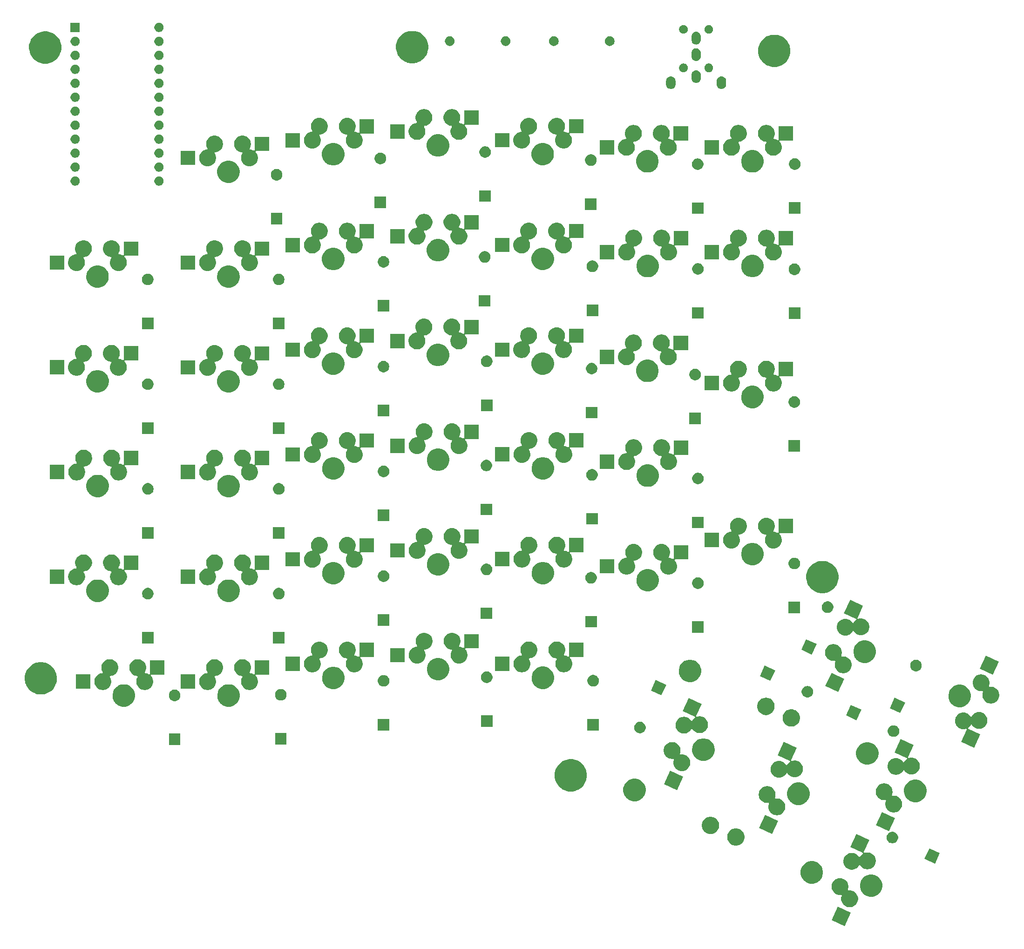
<source format=gbr>
G04 #@! TF.GenerationSoftware,KiCad,Pcbnew,(5.0.1-3-g963ef8bb5)*
G04 #@! TF.CreationDate,2018-11-24T15:25:42-08:00*
G04 #@! TF.ProjectId,ErgoMaxReversible,4572676F4D617852657665727369626C,rev?*
G04 #@! TF.SameCoordinates,Original*
G04 #@! TF.FileFunction,Soldermask,Bot*
G04 #@! TF.FilePolarity,Negative*
%FSLAX46Y46*%
G04 Gerber Fmt 4.6, Leading zero omitted, Abs format (unit mm)*
G04 Created by KiCad (PCBNEW (5.0.1-3-g963ef8bb5)) date Saturday, November 24, 2018 at 03:25:42 pm*
%MOMM*%
%LPD*%
G01*
G04 APERTURE LIST*
%ADD10C,0.100000*%
G04 APERTURE END LIST*
D10*
G36*
X261777958Y-198396225D02*
X260657174Y-200799754D01*
X258298960Y-199700101D01*
X259419744Y-197296572D01*
X261777958Y-198396225D01*
X261777958Y-198396225D01*
G37*
G36*
X260071165Y-192109630D02*
X260218575Y-192138952D01*
X260496289Y-192253985D01*
X260746226Y-192420987D01*
X260958779Y-192633540D01*
X261125781Y-192883477D01*
X261240814Y-193161191D01*
X261299457Y-193456011D01*
X261299457Y-193756607D01*
X261241784Y-194046552D01*
X261240814Y-194051426D01*
X261202690Y-194143466D01*
X261195577Y-194166915D01*
X261193175Y-194191301D01*
X261195577Y-194215687D01*
X261202690Y-194239136D01*
X261214241Y-194260747D01*
X261229787Y-194279689D01*
X261248729Y-194295235D01*
X261270340Y-194306786D01*
X261293789Y-194313899D01*
X261318175Y-194316301D01*
X261342561Y-194313899D01*
X261388455Y-194304770D01*
X261689053Y-194304770D01*
X261747023Y-194316301D01*
X261983872Y-194363413D01*
X262261586Y-194478446D01*
X262511523Y-194645448D01*
X262724076Y-194858001D01*
X262891078Y-195107938D01*
X263006111Y-195385652D01*
X263064754Y-195680472D01*
X263064754Y-195981068D01*
X263006111Y-196275888D01*
X262891078Y-196553602D01*
X262724076Y-196803539D01*
X262511523Y-197016092D01*
X262261586Y-197183094D01*
X261983872Y-197298127D01*
X261836462Y-197327448D01*
X261689053Y-197356770D01*
X261388455Y-197356770D01*
X261241046Y-197327448D01*
X261093636Y-197298127D01*
X260815922Y-197183094D01*
X260565985Y-197016092D01*
X260353432Y-196803539D01*
X260186430Y-196553602D01*
X260071397Y-196275888D01*
X260012754Y-195981068D01*
X260012754Y-195680472D01*
X260071397Y-195385652D01*
X260109521Y-195293611D01*
X260116634Y-195270164D01*
X260119036Y-195245778D01*
X260116634Y-195221392D01*
X260109521Y-195197943D01*
X260097970Y-195176332D01*
X260082424Y-195157390D01*
X260063482Y-195141844D01*
X260041871Y-195130293D01*
X260018422Y-195123180D01*
X259994036Y-195120778D01*
X259969650Y-195123180D01*
X259923756Y-195132309D01*
X259623158Y-195132309D01*
X259475749Y-195102988D01*
X259328339Y-195073666D01*
X259050625Y-194958633D01*
X258800688Y-194791631D01*
X258588135Y-194579078D01*
X258421133Y-194329141D01*
X258306100Y-194051427D01*
X258247457Y-193756607D01*
X258247457Y-193456011D01*
X258306100Y-193161191D01*
X258421133Y-192883477D01*
X258588135Y-192633540D01*
X258800688Y-192420987D01*
X259050625Y-192253985D01*
X259328339Y-192138952D01*
X259475749Y-192109630D01*
X259623158Y-192080309D01*
X259923756Y-192080309D01*
X260071165Y-192109630D01*
X260071165Y-192109630D01*
G37*
G36*
X266046312Y-191488535D02*
X266046314Y-191488536D01*
X266046315Y-191488536D01*
X266417770Y-191642397D01*
X266750561Y-191864762D01*
X266752073Y-191865772D01*
X267036367Y-192150066D01*
X267036369Y-192150069D01*
X267259742Y-192484369D01*
X267409936Y-192846971D01*
X267413604Y-192855827D01*
X267474345Y-193161192D01*
X267492041Y-193250158D01*
X267492041Y-193652218D01*
X267413603Y-194046552D01*
X267259742Y-194418007D01*
X267152117Y-194579078D01*
X267036367Y-194752310D01*
X266752073Y-195036604D01*
X266752070Y-195036606D01*
X266417770Y-195259979D01*
X266046315Y-195413840D01*
X266046314Y-195413840D01*
X266046312Y-195413841D01*
X265651982Y-195492278D01*
X265249920Y-195492278D01*
X264855590Y-195413841D01*
X264855588Y-195413840D01*
X264855587Y-195413840D01*
X264484132Y-195259979D01*
X264149832Y-195036606D01*
X264149829Y-195036604D01*
X263865535Y-194752310D01*
X263749785Y-194579078D01*
X263642160Y-194418007D01*
X263488299Y-194046552D01*
X263409861Y-193652218D01*
X263409861Y-193250158D01*
X263427557Y-193161192D01*
X263488298Y-192855827D01*
X263491966Y-192846971D01*
X263642160Y-192484369D01*
X263865533Y-192150069D01*
X263865535Y-192150066D01*
X264149829Y-191865772D01*
X264151341Y-191864762D01*
X264484132Y-191642397D01*
X264855587Y-191488536D01*
X264855588Y-191488536D01*
X264855590Y-191488535D01*
X265249920Y-191410098D01*
X265651982Y-191410098D01*
X266046312Y-191488535D01*
X266046312Y-191488535D01*
G37*
G36*
X255255906Y-189068488D02*
X255255908Y-189068489D01*
X255255909Y-189068489D01*
X255628057Y-189222637D01*
X255962982Y-189446427D01*
X256247811Y-189731256D01*
X256471601Y-190066181D01*
X256625749Y-190438329D01*
X256704334Y-190833399D01*
X256704334Y-191236209D01*
X256625749Y-191631279D01*
X256471601Y-192003427D01*
X256247811Y-192338352D01*
X255962982Y-192623181D01*
X255628057Y-192846971D01*
X255255909Y-193001119D01*
X255255908Y-193001119D01*
X255255906Y-193001120D01*
X254860840Y-193079704D01*
X254458028Y-193079704D01*
X254062962Y-193001120D01*
X254062960Y-193001119D01*
X254062959Y-193001119D01*
X253690811Y-192846971D01*
X253355886Y-192623181D01*
X253071057Y-192338352D01*
X252847267Y-192003427D01*
X252693119Y-191631279D01*
X252614534Y-191236209D01*
X252614534Y-190833399D01*
X252693119Y-190438329D01*
X252847267Y-190066181D01*
X253071057Y-189731256D01*
X253355886Y-189446427D01*
X253690811Y-189222637D01*
X254062959Y-189068489D01*
X254062960Y-189068489D01*
X254062962Y-189068488D01*
X254458028Y-188989904D01*
X254860840Y-188989904D01*
X255255906Y-189068488D01*
X255255906Y-189068488D01*
G37*
G36*
X265160152Y-185132935D02*
X264155196Y-187288070D01*
X264147066Y-187311186D01*
X264143603Y-187335445D01*
X264144939Y-187359912D01*
X264151022Y-187383650D01*
X264161620Y-187405744D01*
X264176324Y-187425346D01*
X264194570Y-187441703D01*
X264215657Y-187454185D01*
X264238773Y-187462315D01*
X264263032Y-187465778D01*
X264287499Y-187464442D01*
X264310101Y-187458121D01*
X264318110Y-187456528D01*
X264392640Y-187441703D01*
X264608806Y-187398705D01*
X264909404Y-187398705D01*
X264944791Y-187405744D01*
X265204223Y-187457348D01*
X265481937Y-187572381D01*
X265731874Y-187739383D01*
X265944427Y-187951936D01*
X266111429Y-188201873D01*
X266226462Y-188479587D01*
X266241890Y-188557148D01*
X266285105Y-188774406D01*
X266285105Y-189075004D01*
X266269677Y-189152564D01*
X266226462Y-189369823D01*
X266111429Y-189647537D01*
X265944427Y-189897474D01*
X265731874Y-190110027D01*
X265481937Y-190277029D01*
X265204223Y-190392062D01*
X265056813Y-190421383D01*
X264909404Y-190450705D01*
X264608806Y-190450705D01*
X264461397Y-190421383D01*
X264313987Y-190392062D01*
X264036273Y-190277029D01*
X263786336Y-190110027D01*
X263573783Y-189897474D01*
X263469572Y-189741511D01*
X263454032Y-189722576D01*
X263435090Y-189707030D01*
X263413479Y-189695479D01*
X263390030Y-189688366D01*
X263365644Y-189685964D01*
X263341258Y-189688366D01*
X263317809Y-189695479D01*
X263296198Y-189707030D01*
X263277256Y-189722576D01*
X263261711Y-189741517D01*
X263105680Y-189975034D01*
X262893127Y-190187587D01*
X262643190Y-190354589D01*
X262365476Y-190469622D01*
X262218066Y-190498943D01*
X262070657Y-190528265D01*
X261770059Y-190528265D01*
X261622650Y-190498943D01*
X261475240Y-190469622D01*
X261197526Y-190354589D01*
X260947589Y-190187587D01*
X260735036Y-189975034D01*
X260568034Y-189725097D01*
X260453001Y-189447383D01*
X260408297Y-189222638D01*
X260394358Y-189152564D01*
X260394358Y-188851966D01*
X260453001Y-188557148D01*
X260485127Y-188479588D01*
X260568034Y-188279433D01*
X260735036Y-188029496D01*
X260947589Y-187816943D01*
X261197526Y-187649941D01*
X261475240Y-187534908D01*
X261648880Y-187500369D01*
X261770059Y-187476265D01*
X262070657Y-187476265D01*
X262191836Y-187500369D01*
X262365476Y-187534908D01*
X262643190Y-187649941D01*
X262893127Y-187816943D01*
X263105680Y-188029496D01*
X263209891Y-188185459D01*
X263225431Y-188204394D01*
X263244373Y-188219940D01*
X263265984Y-188231491D01*
X263289433Y-188238604D01*
X263313819Y-188241006D01*
X263338205Y-188238604D01*
X263361654Y-188231491D01*
X263383265Y-188219940D01*
X263402207Y-188204394D01*
X263417752Y-188185453D01*
X263466631Y-188112300D01*
X263573783Y-187951936D01*
X263786336Y-187739383D01*
X263884567Y-187673747D01*
X263903507Y-187658204D01*
X263919052Y-187639262D01*
X263930603Y-187617651D01*
X263937716Y-187594202D01*
X263940118Y-187569815D01*
X263937716Y-187545429D01*
X263930603Y-187521980D01*
X263919051Y-187500369D01*
X263903506Y-187481427D01*
X263884564Y-187465882D01*
X263867945Y-187456528D01*
X261681154Y-186436811D01*
X262801938Y-184033282D01*
X265160152Y-185132935D01*
X265160152Y-185132935D01*
G37*
G36*
X277960173Y-187559695D02*
X277071829Y-189464755D01*
X275166769Y-188576411D01*
X276055113Y-186671351D01*
X277960173Y-187559695D01*
X277960173Y-187559695D01*
G37*
G36*
X241306714Y-183079628D02*
X241425440Y-183128806D01*
X241593344Y-183198354D01*
X241851310Y-183370721D01*
X242070684Y-183590095D01*
X242243051Y-183848061D01*
X242361777Y-184134692D01*
X242422303Y-184438977D01*
X242422303Y-184749227D01*
X242361777Y-185053512D01*
X242243051Y-185340143D01*
X242070684Y-185598109D01*
X241851310Y-185817483D01*
X241593344Y-185989850D01*
X241425440Y-186059398D01*
X241306714Y-186108576D01*
X241002428Y-186169102D01*
X240692178Y-186169102D01*
X240387892Y-186108576D01*
X240269166Y-186059398D01*
X240101262Y-185989850D01*
X239843296Y-185817483D01*
X239623922Y-185598109D01*
X239451555Y-185340143D01*
X239332829Y-185053512D01*
X239272303Y-184749227D01*
X239272303Y-184438977D01*
X239332829Y-184134692D01*
X239451555Y-183848061D01*
X239623922Y-183590095D01*
X239843296Y-183370721D01*
X240101262Y-183198354D01*
X240269166Y-183128806D01*
X240387892Y-183079628D01*
X240540036Y-183049365D01*
X240692178Y-183019102D01*
X241002428Y-183019102D01*
X241306714Y-183079628D01*
X241306714Y-183079628D01*
G37*
G36*
X269619574Y-183676496D02*
X269810843Y-183755722D01*
X269982985Y-183870744D01*
X270129372Y-184017131D01*
X270244394Y-184189273D01*
X270323620Y-184380542D01*
X270364009Y-184583591D01*
X270364009Y-184790623D01*
X270323620Y-184993672D01*
X270244394Y-185184941D01*
X270129372Y-185357083D01*
X269982985Y-185503470D01*
X269810843Y-185618492D01*
X269619574Y-185697718D01*
X269416525Y-185738107D01*
X269209493Y-185738107D01*
X269006444Y-185697718D01*
X268815175Y-185618492D01*
X268643033Y-185503470D01*
X268496646Y-185357083D01*
X268381624Y-185184941D01*
X268302398Y-184993672D01*
X268262009Y-184790623D01*
X268262009Y-184583591D01*
X268302398Y-184380542D01*
X268381624Y-184189273D01*
X268496646Y-184017131D01*
X268643033Y-183870744D01*
X268751508Y-183798263D01*
X268770450Y-183782717D01*
X268785996Y-183763775D01*
X268791687Y-183753127D01*
X268815173Y-183751845D01*
X268843993Y-183743785D01*
X269006444Y-183676496D01*
X269209493Y-183636107D01*
X269416525Y-183636107D01*
X269619574Y-183676496D01*
X269619574Y-183676496D01*
G37*
G36*
X248550087Y-181671625D02*
X247429303Y-184075154D01*
X245071089Y-182975501D01*
X246191873Y-180571972D01*
X248550087Y-181671625D01*
X248550087Y-181671625D01*
G37*
G36*
X236697190Y-180965425D02*
X236815916Y-181014603D01*
X236983820Y-181084151D01*
X237241786Y-181256518D01*
X237461160Y-181475892D01*
X237633527Y-181733858D01*
X237752253Y-182020489D01*
X237812779Y-182324774D01*
X237812779Y-182635024D01*
X237752253Y-182939309D01*
X237633527Y-183225940D01*
X237461160Y-183483906D01*
X237241786Y-183703280D01*
X236983820Y-183875647D01*
X236815916Y-183945195D01*
X236697190Y-183994373D01*
X236582777Y-184017131D01*
X236392904Y-184054899D01*
X236082654Y-184054899D01*
X235892781Y-184017131D01*
X235778368Y-183994373D01*
X235659642Y-183945195D01*
X235491738Y-183875647D01*
X235233772Y-183703280D01*
X235014398Y-183483906D01*
X234842031Y-183225940D01*
X234723305Y-182939309D01*
X234662779Y-182635024D01*
X234662779Y-182324774D01*
X234723305Y-182020489D01*
X234842031Y-181733858D01*
X235014398Y-181475892D01*
X235233772Y-181256518D01*
X235491738Y-181084151D01*
X235659642Y-181014603D01*
X235778368Y-180965425D01*
X236082654Y-180904899D01*
X236392904Y-180904899D01*
X236697190Y-180965425D01*
X236697190Y-180965425D01*
G37*
G36*
X269810812Y-181156593D02*
X268690028Y-183560122D01*
X266331814Y-182460469D01*
X267452598Y-180056940D01*
X269810812Y-181156593D01*
X269810812Y-181156593D01*
G37*
G36*
X246843294Y-175385030D02*
X246990704Y-175414352D01*
X247268418Y-175529385D01*
X247518355Y-175696387D01*
X247730908Y-175908940D01*
X247897910Y-176158877D01*
X248012943Y-176436591D01*
X248042265Y-176584001D01*
X248071586Y-176731410D01*
X248071586Y-177032008D01*
X248060148Y-177089509D01*
X248012943Y-177326827D01*
X247980223Y-177405819D01*
X247974819Y-177418866D01*
X247967706Y-177442315D01*
X247965304Y-177466701D01*
X247967706Y-177491087D01*
X247974819Y-177514536D01*
X247986370Y-177536147D01*
X248001916Y-177555089D01*
X248020858Y-177570635D01*
X248042469Y-177582186D01*
X248065918Y-177589299D01*
X248090304Y-177591701D01*
X248114690Y-177589299D01*
X248160584Y-177580170D01*
X248461182Y-177580170D01*
X248519152Y-177591701D01*
X248756001Y-177638813D01*
X249033715Y-177753846D01*
X249283652Y-177920848D01*
X249496205Y-178133401D01*
X249663207Y-178383338D01*
X249700488Y-178473343D01*
X249778240Y-178661053D01*
X249836883Y-178955871D01*
X249836883Y-179256469D01*
X249825445Y-179313970D01*
X249778240Y-179551288D01*
X249663207Y-179829002D01*
X249496205Y-180078939D01*
X249283652Y-180291492D01*
X249033715Y-180458494D01*
X248756001Y-180573527D01*
X248608591Y-180602849D01*
X248461182Y-180632170D01*
X248160584Y-180632170D01*
X248013175Y-180602848D01*
X247865765Y-180573527D01*
X247588051Y-180458494D01*
X247338114Y-180291492D01*
X247125561Y-180078939D01*
X246958559Y-179829002D01*
X246843526Y-179551288D01*
X246796321Y-179313970D01*
X246784883Y-179256469D01*
X246784883Y-178955871D01*
X246843526Y-178661053D01*
X246881650Y-178569013D01*
X246888763Y-178545564D01*
X246891165Y-178521178D01*
X246888763Y-178496792D01*
X246881650Y-178473343D01*
X246870099Y-178451732D01*
X246854553Y-178432790D01*
X246835611Y-178417244D01*
X246814000Y-178405693D01*
X246790551Y-178398580D01*
X246766165Y-178396178D01*
X246741779Y-178398580D01*
X246695885Y-178407709D01*
X246395287Y-178407709D01*
X246247878Y-178378388D01*
X246100468Y-178349066D01*
X245822754Y-178234033D01*
X245572817Y-178067031D01*
X245360264Y-177854478D01*
X245193262Y-177604541D01*
X245078229Y-177326827D01*
X245031024Y-177089509D01*
X245019586Y-177032008D01*
X245019586Y-176731410D01*
X245048907Y-176584001D01*
X245078229Y-176436591D01*
X245193262Y-176158877D01*
X245360264Y-175908940D01*
X245572817Y-175696387D01*
X245822754Y-175529385D01*
X246100468Y-175414352D01*
X246247878Y-175385030D01*
X246395287Y-175355709D01*
X246695885Y-175355709D01*
X246843294Y-175385030D01*
X246843294Y-175385030D01*
G37*
G36*
X268104019Y-174869998D02*
X268251429Y-174899320D01*
X268529143Y-175014353D01*
X268779080Y-175181355D01*
X268991633Y-175393908D01*
X269158635Y-175643845D01*
X269273668Y-175921559D01*
X269300603Y-176056973D01*
X269320874Y-176158878D01*
X269332311Y-176216379D01*
X269332311Y-176516975D01*
X269274638Y-176806920D01*
X269273668Y-176811794D01*
X269235544Y-176903834D01*
X269228431Y-176927283D01*
X269226029Y-176951669D01*
X269228431Y-176976055D01*
X269235544Y-176999504D01*
X269247095Y-177021115D01*
X269262641Y-177040057D01*
X269281583Y-177055603D01*
X269303194Y-177067154D01*
X269326643Y-177074267D01*
X269351029Y-177076669D01*
X269375415Y-177074267D01*
X269421309Y-177065138D01*
X269721907Y-177065138D01*
X269779877Y-177076669D01*
X270016726Y-177123781D01*
X270294440Y-177238814D01*
X270544377Y-177405816D01*
X270756930Y-177618369D01*
X270923932Y-177868306D01*
X271013316Y-178084098D01*
X271038965Y-178146021D01*
X271092915Y-178417244D01*
X271097608Y-178440840D01*
X271097608Y-178741436D01*
X271038965Y-179036256D01*
X270923932Y-179313970D01*
X270756930Y-179563907D01*
X270544377Y-179776460D01*
X270294440Y-179943462D01*
X270016726Y-180058495D01*
X269913946Y-180078939D01*
X269721907Y-180117138D01*
X269421309Y-180117138D01*
X269229270Y-180078939D01*
X269126490Y-180058495D01*
X268848776Y-179943462D01*
X268598839Y-179776460D01*
X268386286Y-179563907D01*
X268219284Y-179313970D01*
X268104251Y-179036256D01*
X268045608Y-178741436D01*
X268045608Y-178440840D01*
X268050302Y-178417244D01*
X268104251Y-178146021D01*
X268136970Y-178067031D01*
X268142375Y-178053979D01*
X268149488Y-178030532D01*
X268151890Y-178006146D01*
X268149488Y-177981760D01*
X268142375Y-177958311D01*
X268130824Y-177936700D01*
X268115278Y-177917758D01*
X268096336Y-177902212D01*
X268074725Y-177890661D01*
X268051276Y-177883548D01*
X268026890Y-177881146D01*
X268002504Y-177883548D01*
X267956610Y-177892677D01*
X267656012Y-177892677D01*
X267463973Y-177854478D01*
X267361193Y-177834034D01*
X267083479Y-177719001D01*
X266833542Y-177551999D01*
X266620989Y-177339446D01*
X266453987Y-177089509D01*
X266338954Y-176811795D01*
X266280311Y-176516975D01*
X266280311Y-176216379D01*
X266291749Y-176158878D01*
X266312019Y-176056973D01*
X266338954Y-175921559D01*
X266453987Y-175643845D01*
X266620989Y-175393908D01*
X266833542Y-175181355D01*
X267083479Y-175014353D01*
X267361193Y-174899320D01*
X267508603Y-174869998D01*
X267656012Y-174840677D01*
X267956610Y-174840677D01*
X268104019Y-174869998D01*
X268104019Y-174869998D01*
G37*
G36*
X252818441Y-174763935D02*
X252818443Y-174763936D01*
X252818444Y-174763936D01*
X253189899Y-174917797D01*
X253522690Y-175140162D01*
X253524202Y-175141172D01*
X253808496Y-175425466D01*
X253808498Y-175425469D01*
X254031871Y-175759769D01*
X254185732Y-176131224D01*
X254185733Y-176131227D01*
X254264170Y-176525557D01*
X254264170Y-176927619D01*
X254202270Y-177238814D01*
X254185732Y-177321952D01*
X254031871Y-177693407D01*
X253892351Y-177902212D01*
X253808496Y-178027710D01*
X253524202Y-178312004D01*
X253524199Y-178312006D01*
X253189899Y-178535379D01*
X252818444Y-178689240D01*
X252818443Y-178689240D01*
X252818441Y-178689241D01*
X252424111Y-178767678D01*
X252022049Y-178767678D01*
X251627719Y-178689241D01*
X251627717Y-178689240D01*
X251627716Y-178689240D01*
X251256261Y-178535379D01*
X250921961Y-178312006D01*
X250921958Y-178312004D01*
X250637664Y-178027710D01*
X250553809Y-177902212D01*
X250414289Y-177693407D01*
X250260428Y-177321952D01*
X250243891Y-177238814D01*
X250181990Y-176927619D01*
X250181990Y-176525557D01*
X250260427Y-176131227D01*
X250260428Y-176131224D01*
X250414289Y-175759769D01*
X250637662Y-175425469D01*
X250637664Y-175425466D01*
X250921958Y-175141172D01*
X250923470Y-175140162D01*
X251256261Y-174917797D01*
X251627716Y-174763936D01*
X251627717Y-174763936D01*
X251627719Y-174763935D01*
X252022049Y-174685498D01*
X252424111Y-174685498D01*
X252818441Y-174763935D01*
X252818441Y-174763935D01*
G37*
G36*
X274079166Y-174248903D02*
X274079168Y-174248904D01*
X274079169Y-174248904D01*
X274450624Y-174402765D01*
X274783415Y-174625130D01*
X274784927Y-174626140D01*
X275069221Y-174910434D01*
X275069223Y-174910437D01*
X275292596Y-175244737D01*
X275446457Y-175616192D01*
X275446458Y-175616195D01*
X275524895Y-176010525D01*
X275524895Y-176412587D01*
X275480521Y-176635673D01*
X275446457Y-176806920D01*
X275292596Y-177178375D01*
X275193403Y-177326827D01*
X275069221Y-177512678D01*
X274784927Y-177796972D01*
X274784924Y-177796974D01*
X274450624Y-178020347D01*
X274079169Y-178174208D01*
X274079168Y-178174208D01*
X274079166Y-178174209D01*
X273684836Y-178252646D01*
X273282774Y-178252646D01*
X272888444Y-178174209D01*
X272888442Y-178174208D01*
X272888441Y-178174208D01*
X272516986Y-178020347D01*
X272182686Y-177796974D01*
X272182683Y-177796972D01*
X271898389Y-177512678D01*
X271774207Y-177326827D01*
X271675014Y-177178375D01*
X271521153Y-176806920D01*
X271487090Y-176635673D01*
X271442715Y-176412587D01*
X271442715Y-176010525D01*
X271521152Y-175616195D01*
X271521153Y-175616192D01*
X271675014Y-175244737D01*
X271898387Y-174910437D01*
X271898389Y-174910434D01*
X272182683Y-174626140D01*
X272184195Y-174625130D01*
X272516986Y-174402765D01*
X272888441Y-174248904D01*
X272888442Y-174248904D01*
X272888444Y-174248903D01*
X273282774Y-174170466D01*
X273684836Y-174170466D01*
X274079166Y-174248903D01*
X274079166Y-174248903D01*
G37*
G36*
X223022120Y-174072882D02*
X223022122Y-174072883D01*
X223022123Y-174072883D01*
X223394271Y-174227031D01*
X223729196Y-174450821D01*
X224014025Y-174735650D01*
X224237815Y-175070575D01*
X224371742Y-175393906D01*
X224391964Y-175442726D01*
X224470548Y-175837792D01*
X224470548Y-176240604D01*
X224413867Y-176525558D01*
X224391963Y-176635673D01*
X224237815Y-177007821D01*
X224014025Y-177342746D01*
X223729196Y-177627575D01*
X223394271Y-177851365D01*
X223022123Y-178005513D01*
X223022122Y-178005513D01*
X223022120Y-178005514D01*
X222627054Y-178084098D01*
X222224242Y-178084098D01*
X221829176Y-178005514D01*
X221829174Y-178005513D01*
X221829173Y-178005513D01*
X221457025Y-177851365D01*
X221122100Y-177627575D01*
X220837271Y-177342746D01*
X220613481Y-177007821D01*
X220459333Y-176635673D01*
X220437430Y-176525558D01*
X220380748Y-176240604D01*
X220380748Y-175837792D01*
X220459332Y-175442726D01*
X220479554Y-175393906D01*
X220613481Y-175070575D01*
X220837271Y-174735650D01*
X221122100Y-174450821D01*
X221457025Y-174227031D01*
X221829173Y-174072883D01*
X221829174Y-174072883D01*
X221829176Y-174072882D01*
X222224242Y-173994298D01*
X222627054Y-173994298D01*
X223022120Y-174072882D01*
X223022120Y-174072882D01*
G37*
G36*
X211438531Y-170502998D02*
X211698481Y-170554705D01*
X211775448Y-170586586D01*
X212232379Y-170775853D01*
X212712880Y-171096913D01*
X213121504Y-171505537D01*
X213442564Y-171986038D01*
X213502274Y-172130191D01*
X213663712Y-172519936D01*
X213682420Y-172613990D01*
X213762568Y-173016918D01*
X213776452Y-173086721D01*
X213776452Y-173664609D01*
X213663712Y-174231394D01*
X213592727Y-174402766D01*
X213442564Y-174765292D01*
X213121504Y-175245793D01*
X212712880Y-175654417D01*
X212232379Y-175975477D01*
X211919629Y-176105022D01*
X211698481Y-176196625D01*
X211599175Y-176216378D01*
X211131698Y-176309365D01*
X210553806Y-176309365D01*
X210086329Y-176216378D01*
X209987023Y-176196625D01*
X209765875Y-176105022D01*
X209453125Y-175975477D01*
X208972624Y-175654417D01*
X208564000Y-175245793D01*
X208242940Y-174765292D01*
X208092777Y-174402766D01*
X208021792Y-174231394D01*
X207909052Y-173664609D01*
X207909052Y-173086721D01*
X207922937Y-173016918D01*
X208003084Y-172613990D01*
X208021792Y-172519936D01*
X208183230Y-172130191D01*
X208242940Y-171986038D01*
X208564000Y-171505537D01*
X208972624Y-171096913D01*
X209453125Y-170775853D01*
X209910056Y-170586586D01*
X209987023Y-170554705D01*
X210246973Y-170502998D01*
X210553806Y-170441965D01*
X211131698Y-170441965D01*
X211438531Y-170502998D01*
X211438531Y-170502998D01*
G37*
G36*
X231279443Y-173653445D02*
X230158659Y-176056974D01*
X227800445Y-174957321D01*
X228921229Y-172553792D01*
X231279443Y-173653445D01*
X231279443Y-173653445D01*
G37*
G36*
X251932281Y-168408335D02*
X250927325Y-170563470D01*
X250919195Y-170586586D01*
X250915732Y-170610845D01*
X250917068Y-170635312D01*
X250923151Y-170659050D01*
X250933749Y-170681144D01*
X250948453Y-170700746D01*
X250966699Y-170717103D01*
X250987786Y-170729585D01*
X251010902Y-170737715D01*
X251035161Y-170741178D01*
X251059628Y-170739842D01*
X251082230Y-170733521D01*
X251090239Y-170731928D01*
X251164769Y-170717103D01*
X251380935Y-170674105D01*
X251681533Y-170674105D01*
X251716920Y-170681144D01*
X251976352Y-170732748D01*
X252254066Y-170847781D01*
X252504003Y-171014783D01*
X252716556Y-171227336D01*
X252883558Y-171477273D01*
X252998591Y-171754987D01*
X253014019Y-171832548D01*
X253057234Y-172049806D01*
X253057234Y-172350404D01*
X253041806Y-172427964D01*
X252998591Y-172645223D01*
X252883558Y-172922937D01*
X252716556Y-173172874D01*
X252504003Y-173385427D01*
X252254066Y-173552429D01*
X251976352Y-173667462D01*
X251828942Y-173696783D01*
X251681533Y-173726105D01*
X251380935Y-173726105D01*
X251233526Y-173696783D01*
X251086116Y-173667462D01*
X250808402Y-173552429D01*
X250558465Y-173385427D01*
X250345912Y-173172874D01*
X250241701Y-173016911D01*
X250226161Y-172997976D01*
X250207219Y-172982430D01*
X250185608Y-172970879D01*
X250162159Y-172963766D01*
X250137773Y-172961364D01*
X250113387Y-172963766D01*
X250089938Y-172970879D01*
X250068327Y-172982430D01*
X250049385Y-172997976D01*
X250033840Y-173016917D01*
X249987198Y-173086721D01*
X249877809Y-173250434D01*
X249665256Y-173462987D01*
X249415319Y-173629989D01*
X249137605Y-173745022D01*
X248990195Y-173774344D01*
X248842786Y-173803665D01*
X248542188Y-173803665D01*
X248394779Y-173774343D01*
X248247369Y-173745022D01*
X247969655Y-173629989D01*
X247719718Y-173462987D01*
X247507165Y-173250434D01*
X247340163Y-173000497D01*
X247225130Y-172722783D01*
X247177925Y-172485465D01*
X247166487Y-172427964D01*
X247166487Y-172127366D01*
X247225130Y-171832548D01*
X247234129Y-171810822D01*
X247340163Y-171554833D01*
X247507165Y-171304896D01*
X247719718Y-171092343D01*
X247969655Y-170925341D01*
X248247369Y-170810308D01*
X248421009Y-170775769D01*
X248542188Y-170751665D01*
X248842786Y-170751665D01*
X248963965Y-170775769D01*
X249137605Y-170810308D01*
X249415319Y-170925341D01*
X249665256Y-171092343D01*
X249877809Y-171304896D01*
X249982020Y-171460859D01*
X249997560Y-171479794D01*
X250016502Y-171495340D01*
X250038113Y-171506891D01*
X250061562Y-171514004D01*
X250085948Y-171516406D01*
X250110334Y-171514004D01*
X250133783Y-171506891D01*
X250155394Y-171495340D01*
X250174336Y-171479794D01*
X250189881Y-171460853D01*
X250285657Y-171317515D01*
X250345912Y-171227336D01*
X250558465Y-171014783D01*
X250656696Y-170949147D01*
X250675636Y-170933604D01*
X250691181Y-170914662D01*
X250702732Y-170893051D01*
X250709845Y-170869602D01*
X250712247Y-170845215D01*
X250709845Y-170820829D01*
X250702732Y-170797380D01*
X250691180Y-170775769D01*
X250675635Y-170756827D01*
X250656693Y-170741282D01*
X250640074Y-170731928D01*
X248453283Y-169712211D01*
X249574067Y-167308682D01*
X251932281Y-168408335D01*
X251932281Y-168408335D01*
G37*
G36*
X273193006Y-167893303D02*
X272188050Y-170048438D01*
X272179920Y-170071554D01*
X272176457Y-170095813D01*
X272177793Y-170120280D01*
X272183876Y-170144018D01*
X272194474Y-170166112D01*
X272209178Y-170185714D01*
X272227424Y-170202071D01*
X272248511Y-170214553D01*
X272271627Y-170222683D01*
X272295886Y-170226146D01*
X272320353Y-170224810D01*
X272342955Y-170218489D01*
X272350964Y-170216896D01*
X272425494Y-170202071D01*
X272641660Y-170159073D01*
X272942258Y-170159073D01*
X272977645Y-170166112D01*
X273237077Y-170217716D01*
X273514791Y-170332749D01*
X273764728Y-170499751D01*
X273977281Y-170712304D01*
X274144283Y-170962241D01*
X274259316Y-171239955D01*
X274274744Y-171317516D01*
X274317959Y-171534774D01*
X274317959Y-171835372D01*
X274302531Y-171912932D01*
X274259316Y-172130191D01*
X274144283Y-172407905D01*
X273977281Y-172657842D01*
X273764728Y-172870395D01*
X273514791Y-173037397D01*
X273237077Y-173152430D01*
X273134297Y-173172874D01*
X272942258Y-173211073D01*
X272641660Y-173211073D01*
X272449621Y-173172874D01*
X272346841Y-173152430D01*
X272069127Y-173037397D01*
X271819190Y-172870395D01*
X271606637Y-172657842D01*
X271502426Y-172501879D01*
X271486886Y-172482944D01*
X271467944Y-172467398D01*
X271446333Y-172455847D01*
X271422884Y-172448734D01*
X271398498Y-172446332D01*
X271374112Y-172448734D01*
X271350663Y-172455847D01*
X271329052Y-172467398D01*
X271310110Y-172482944D01*
X271294565Y-172501885D01*
X271245686Y-172575038D01*
X271138534Y-172735402D01*
X270925981Y-172947955D01*
X270676044Y-173114957D01*
X270398330Y-173229990D01*
X270295550Y-173250434D01*
X270103511Y-173288633D01*
X269802913Y-173288633D01*
X269610874Y-173250434D01*
X269508094Y-173229990D01*
X269230380Y-173114957D01*
X268980443Y-172947955D01*
X268767890Y-172735402D01*
X268600888Y-172485465D01*
X268485855Y-172207751D01*
X268427212Y-171912931D01*
X268427212Y-171612335D01*
X268438650Y-171554834D01*
X268485855Y-171317516D01*
X268517981Y-171239956D01*
X268600888Y-171039801D01*
X268767890Y-170789864D01*
X268980443Y-170577311D01*
X269230380Y-170410309D01*
X269508094Y-170295276D01*
X269681734Y-170260737D01*
X269802913Y-170236633D01*
X270103511Y-170236633D01*
X270224690Y-170260737D01*
X270398330Y-170295276D01*
X270676044Y-170410309D01*
X270925981Y-170577311D01*
X271138534Y-170789864D01*
X271242745Y-170945827D01*
X271258285Y-170964762D01*
X271277227Y-170980308D01*
X271298838Y-170991859D01*
X271322287Y-170998972D01*
X271346673Y-171001374D01*
X271371059Y-170998972D01*
X271394508Y-170991859D01*
X271416119Y-170980308D01*
X271435061Y-170964762D01*
X271450606Y-170945821D01*
X271501534Y-170869602D01*
X271606637Y-170712304D01*
X271819190Y-170499751D01*
X271917421Y-170434115D01*
X271936361Y-170418572D01*
X271951906Y-170399630D01*
X271963457Y-170378019D01*
X271970570Y-170354570D01*
X271972972Y-170330183D01*
X271970570Y-170305797D01*
X271963457Y-170282348D01*
X271951905Y-170260737D01*
X271936360Y-170241795D01*
X271917418Y-170226250D01*
X271900799Y-170216896D01*
X269714008Y-169197179D01*
X270834792Y-166793650D01*
X273193006Y-167893303D01*
X273193006Y-167893303D01*
G37*
G36*
X229492451Y-167350898D02*
X229720060Y-167396172D01*
X229997774Y-167511205D01*
X230247711Y-167678207D01*
X230460264Y-167890760D01*
X230627266Y-168140697D01*
X230742299Y-168418411D01*
X230800942Y-168713231D01*
X230800942Y-169013827D01*
X230743269Y-169303772D01*
X230742299Y-169308646D01*
X230704175Y-169400686D01*
X230697062Y-169424135D01*
X230694660Y-169448521D01*
X230697062Y-169472907D01*
X230704175Y-169496356D01*
X230715726Y-169517967D01*
X230731272Y-169536909D01*
X230750214Y-169552455D01*
X230771825Y-169564006D01*
X230795274Y-169571119D01*
X230819660Y-169573521D01*
X230844046Y-169571119D01*
X230889940Y-169561990D01*
X231190538Y-169561990D01*
X231248508Y-169573521D01*
X231485357Y-169620633D01*
X231763071Y-169735666D01*
X232013008Y-169902668D01*
X232225561Y-170115221D01*
X232392563Y-170365158D01*
X232507596Y-170642872D01*
X232515209Y-170681144D01*
X232566239Y-170937691D01*
X232566239Y-171238289D01*
X232565907Y-171239956D01*
X232507596Y-171533108D01*
X232392563Y-171810822D01*
X232225561Y-172060759D01*
X232013008Y-172273312D01*
X231763071Y-172440314D01*
X231485357Y-172555347D01*
X231337947Y-172584669D01*
X231190538Y-172613990D01*
X230889940Y-172613990D01*
X230742531Y-172584669D01*
X230595121Y-172555347D01*
X230317407Y-172440314D01*
X230067470Y-172273312D01*
X229854917Y-172060759D01*
X229687915Y-171810822D01*
X229572882Y-171533108D01*
X229514571Y-171239956D01*
X229514239Y-171238289D01*
X229514239Y-170937691D01*
X229565269Y-170681144D01*
X229572882Y-170642872D01*
X229611006Y-170550831D01*
X229618119Y-170527384D01*
X229620521Y-170502998D01*
X229618119Y-170478612D01*
X229611006Y-170455163D01*
X229599455Y-170433552D01*
X229583909Y-170414610D01*
X229564967Y-170399064D01*
X229543356Y-170387513D01*
X229519907Y-170380400D01*
X229495521Y-170377998D01*
X229471135Y-170380400D01*
X229425241Y-170389529D01*
X229124643Y-170389529D01*
X228948892Y-170354570D01*
X228829824Y-170330886D01*
X228552110Y-170215853D01*
X228302173Y-170048851D01*
X228089620Y-169836298D01*
X227922618Y-169586361D01*
X227807585Y-169308647D01*
X227748942Y-169013827D01*
X227748942Y-168713231D01*
X227807585Y-168418411D01*
X227922618Y-168140697D01*
X228089620Y-167890760D01*
X228302173Y-167678207D01*
X228552110Y-167511205D01*
X228829824Y-167396172D01*
X229057433Y-167350898D01*
X229124643Y-167337529D01*
X229425241Y-167337529D01*
X229492451Y-167350898D01*
X229492451Y-167350898D01*
G37*
G36*
X265346340Y-167429482D02*
X265346342Y-167429483D01*
X265346343Y-167429483D01*
X265718491Y-167583631D01*
X266053416Y-167807421D01*
X266338245Y-168092250D01*
X266562035Y-168427175D01*
X266716183Y-168799323D01*
X266716184Y-168799326D01*
X266794768Y-169194392D01*
X266794768Y-169597204D01*
X266747209Y-169836300D01*
X266716183Y-169992273D01*
X266562035Y-170364421D01*
X266338245Y-170699346D01*
X266053416Y-170984175D01*
X265718491Y-171207965D01*
X265346343Y-171362113D01*
X265346342Y-171362113D01*
X265346340Y-171362114D01*
X264951274Y-171440698D01*
X264548462Y-171440698D01*
X264153396Y-171362114D01*
X264153394Y-171362113D01*
X264153393Y-171362113D01*
X263781245Y-171207965D01*
X263446320Y-170984175D01*
X263161491Y-170699346D01*
X262937701Y-170364421D01*
X262783553Y-169992273D01*
X262752528Y-169836300D01*
X262704968Y-169597204D01*
X262704968Y-169194392D01*
X262783552Y-168799326D01*
X262783553Y-168799323D01*
X262937701Y-168427175D01*
X263161491Y-168092250D01*
X263446320Y-167807421D01*
X263781245Y-167583631D01*
X264153393Y-167429483D01*
X264153394Y-167429483D01*
X264153396Y-167429482D01*
X264548462Y-167350898D01*
X264951274Y-167350898D01*
X265346340Y-167429482D01*
X265346340Y-167429482D01*
G37*
G36*
X235547797Y-166745755D02*
X235547799Y-166745756D01*
X235547800Y-166745756D01*
X235919255Y-166899617D01*
X236252046Y-167121982D01*
X236253558Y-167122992D01*
X236537852Y-167407286D01*
X236537854Y-167407289D01*
X236761227Y-167741589D01*
X236906474Y-168092248D01*
X236915089Y-168113047D01*
X236977573Y-168427175D01*
X236993526Y-168507378D01*
X236993526Y-168909438D01*
X236915088Y-169303772D01*
X236761227Y-169675227D01*
X236653602Y-169836298D01*
X236537852Y-170009530D01*
X236253558Y-170293824D01*
X236253555Y-170293826D01*
X235919255Y-170517199D01*
X235547800Y-170671060D01*
X235547799Y-170671060D01*
X235547797Y-170671061D01*
X235153467Y-170749498D01*
X234751405Y-170749498D01*
X234357075Y-170671061D01*
X234357073Y-170671060D01*
X234357072Y-170671060D01*
X233985617Y-170517199D01*
X233651317Y-170293826D01*
X233651314Y-170293824D01*
X233367020Y-170009530D01*
X233251270Y-169836298D01*
X233143645Y-169675227D01*
X232989784Y-169303772D01*
X232911346Y-168909438D01*
X232911346Y-168507378D01*
X232927299Y-168427175D01*
X232989783Y-168113047D01*
X232998398Y-168092248D01*
X233143645Y-167741589D01*
X233367018Y-167407289D01*
X233367020Y-167407286D01*
X233651314Y-167122992D01*
X233652826Y-167121982D01*
X233985617Y-166899617D01*
X234357072Y-166745756D01*
X234357073Y-166745756D01*
X234357075Y-166745755D01*
X234751405Y-166667318D01*
X235153467Y-166667318D01*
X235547797Y-166745755D01*
X235547797Y-166745755D01*
G37*
G36*
X285362983Y-161898637D02*
X285510393Y-161927959D01*
X285788107Y-162042992D01*
X286038044Y-162209994D01*
X286250597Y-162422547D01*
X286417599Y-162672484D01*
X286532632Y-162950198D01*
X286548060Y-163027759D01*
X286591275Y-163245017D01*
X286591275Y-163545615D01*
X286575847Y-163623175D01*
X286532632Y-163840434D01*
X286417599Y-164118148D01*
X286250597Y-164368085D01*
X286038044Y-164580638D01*
X285788107Y-164747640D01*
X285510393Y-164862673D01*
X285445399Y-164875601D01*
X285215574Y-164921316D01*
X284914976Y-164921316D01*
X284685151Y-164875601D01*
X284620157Y-164862673D01*
X284342443Y-164747640D01*
X284092506Y-164580638D01*
X283879953Y-164368085D01*
X283775742Y-164212122D01*
X283760202Y-164193187D01*
X283741260Y-164177641D01*
X283719649Y-164166090D01*
X283696200Y-164158977D01*
X283671814Y-164156575D01*
X283647428Y-164158977D01*
X283623979Y-164166090D01*
X283602368Y-164177641D01*
X283583426Y-164193187D01*
X283567881Y-164212128D01*
X283411850Y-164445645D01*
X283199297Y-164658198D01*
X283101068Y-164723832D01*
X283082126Y-164739377D01*
X283066581Y-164758319D01*
X283055030Y-164779930D01*
X283047917Y-164803379D01*
X283045515Y-164827766D01*
X283047917Y-164852152D01*
X283055030Y-164875601D01*
X283066582Y-164897212D01*
X283082127Y-164916154D01*
X283101069Y-164931699D01*
X283117688Y-164941053D01*
X285304479Y-165960770D01*
X284183695Y-168364299D01*
X281825481Y-167264646D01*
X282830437Y-165109511D01*
X282838567Y-165086395D01*
X282842030Y-165062136D01*
X282840694Y-165037669D01*
X282834611Y-165013931D01*
X282824013Y-164991837D01*
X282809309Y-164972235D01*
X282791063Y-164955878D01*
X282769976Y-164943396D01*
X282746860Y-164935266D01*
X282722601Y-164931803D01*
X282698134Y-164933139D01*
X282675532Y-164939460D01*
X282671646Y-164940233D01*
X282656810Y-164943184D01*
X282376827Y-164998876D01*
X282076229Y-164998876D01*
X281928820Y-164969555D01*
X281781410Y-164940233D01*
X281503696Y-164825200D01*
X281253759Y-164658198D01*
X281041206Y-164445645D01*
X280874204Y-164195708D01*
X280759171Y-163917994D01*
X280729850Y-163770584D01*
X280700528Y-163623175D01*
X280700528Y-163322577D01*
X280759171Y-163027759D01*
X280772075Y-162996606D01*
X280874204Y-162750044D01*
X281041206Y-162500107D01*
X281253759Y-162287554D01*
X281503696Y-162120552D01*
X281781410Y-162005519D01*
X281928820Y-161976198D01*
X282076229Y-161946876D01*
X282376827Y-161946876D01*
X282524236Y-161976198D01*
X282671646Y-162005519D01*
X282949360Y-162120552D01*
X283199297Y-162287554D01*
X283411850Y-162500107D01*
X283516061Y-162656070D01*
X283531601Y-162675005D01*
X283550543Y-162690551D01*
X283572154Y-162702102D01*
X283595603Y-162709215D01*
X283619989Y-162711617D01*
X283644375Y-162709215D01*
X283667824Y-162702102D01*
X283689435Y-162690551D01*
X283708377Y-162675005D01*
X283723922Y-162656064D01*
X283772801Y-162582911D01*
X283879953Y-162422547D01*
X284092506Y-162209994D01*
X284342443Y-162042992D01*
X284620157Y-161927959D01*
X284767567Y-161898638D01*
X284914976Y-161869316D01*
X285215574Y-161869316D01*
X285362983Y-161898637D01*
X285362983Y-161898637D01*
G37*
G36*
X139862000Y-167900560D02*
X137760000Y-167900560D01*
X137760000Y-165798560D01*
X139862000Y-165798560D01*
X139862000Y-167900560D01*
X139862000Y-167900560D01*
G37*
G36*
X159173620Y-167788800D02*
X157071620Y-167788800D01*
X157071620Y-165686800D01*
X159173620Y-165686800D01*
X159173620Y-167788800D01*
X159173620Y-167788800D01*
G37*
G36*
X269818996Y-164324442D02*
X270010265Y-164403668D01*
X270182407Y-164518690D01*
X270328794Y-164665077D01*
X270443816Y-164837219D01*
X270523042Y-165028488D01*
X270563431Y-165231537D01*
X270563431Y-165438569D01*
X270523042Y-165641618D01*
X270443816Y-165832887D01*
X270328794Y-166005029D01*
X270182407Y-166151416D01*
X270010265Y-166266438D01*
X269818996Y-166345664D01*
X269615947Y-166386053D01*
X269408915Y-166386053D01*
X269205866Y-166345664D01*
X269014597Y-166266438D01*
X268842455Y-166151416D01*
X268696068Y-166005029D01*
X268581046Y-165832887D01*
X268501820Y-165641618D01*
X268461431Y-165438569D01*
X268461431Y-165231537D01*
X268501820Y-165028488D01*
X268581046Y-164837219D01*
X268696068Y-164665077D01*
X268842455Y-164518690D01*
X269014597Y-164403668D01*
X269205866Y-164324442D01*
X269408915Y-164284053D01*
X269615947Y-164284053D01*
X269818996Y-164324442D01*
X269818996Y-164324442D01*
G37*
G36*
X234661637Y-160390155D02*
X233656681Y-162545290D01*
X233648551Y-162568406D01*
X233645088Y-162592665D01*
X233646424Y-162617132D01*
X233652507Y-162640870D01*
X233663105Y-162662964D01*
X233677809Y-162682566D01*
X233696055Y-162698923D01*
X233717142Y-162711405D01*
X233740258Y-162719535D01*
X233764517Y-162722998D01*
X233788984Y-162721662D01*
X233811586Y-162715341D01*
X233819595Y-162713748D01*
X233936214Y-162690551D01*
X234110291Y-162655925D01*
X234410889Y-162655925D01*
X234544822Y-162682566D01*
X234705708Y-162714568D01*
X234983422Y-162829601D01*
X235233359Y-162996603D01*
X235445912Y-163209156D01*
X235612914Y-163459093D01*
X235727947Y-163736807D01*
X235743375Y-163814368D01*
X235786590Y-164031626D01*
X235786590Y-164332224D01*
X235771162Y-164409784D01*
X235727947Y-164627043D01*
X235612914Y-164904757D01*
X235445912Y-165154694D01*
X235233359Y-165367247D01*
X234983422Y-165534249D01*
X234705708Y-165649282D01*
X234558298Y-165678604D01*
X234410889Y-165707925D01*
X234110291Y-165707925D01*
X233962882Y-165678604D01*
X233815472Y-165649282D01*
X233537758Y-165534249D01*
X233287821Y-165367247D01*
X233075268Y-165154694D01*
X232971057Y-164998731D01*
X232955517Y-164979796D01*
X232936575Y-164964250D01*
X232914964Y-164952699D01*
X232891515Y-164945586D01*
X232867129Y-164943184D01*
X232842743Y-164945586D01*
X232819294Y-164952699D01*
X232797683Y-164964250D01*
X232778741Y-164979796D01*
X232763196Y-164998737D01*
X232743317Y-165028488D01*
X232607165Y-165232254D01*
X232394612Y-165444807D01*
X232144675Y-165611809D01*
X231866961Y-165726842D01*
X231774412Y-165745251D01*
X231572142Y-165785485D01*
X231271544Y-165785485D01*
X231069274Y-165745251D01*
X230976725Y-165726842D01*
X230699011Y-165611809D01*
X230449074Y-165444807D01*
X230236521Y-165232254D01*
X230069519Y-164982317D01*
X229954486Y-164704603D01*
X229917505Y-164518688D01*
X229895843Y-164409784D01*
X229895843Y-164109186D01*
X229954486Y-163814368D01*
X229975818Y-163762867D01*
X230069519Y-163536653D01*
X230236521Y-163286716D01*
X230449074Y-163074163D01*
X230699011Y-162907161D01*
X230976725Y-162792128D01*
X231150365Y-162757589D01*
X231271544Y-162733485D01*
X231572142Y-162733485D01*
X231693321Y-162757589D01*
X231866961Y-162792128D01*
X232144675Y-162907161D01*
X232394612Y-163074163D01*
X232607165Y-163286716D01*
X232711376Y-163442679D01*
X232726916Y-163461614D01*
X232745858Y-163477160D01*
X232767469Y-163488711D01*
X232790918Y-163495824D01*
X232815304Y-163498226D01*
X232839690Y-163495824D01*
X232863139Y-163488711D01*
X232884750Y-163477160D01*
X232903692Y-163461614D01*
X232919237Y-163442673D01*
X232980619Y-163350809D01*
X233075268Y-163209156D01*
X233287821Y-162996603D01*
X233386052Y-162930967D01*
X233404992Y-162915424D01*
X233420537Y-162896482D01*
X233432088Y-162874871D01*
X233439201Y-162851422D01*
X233441603Y-162827035D01*
X233439201Y-162802649D01*
X233432088Y-162779200D01*
X233420536Y-162757589D01*
X233404991Y-162738647D01*
X233386049Y-162723102D01*
X233369430Y-162713748D01*
X231182639Y-161694031D01*
X232303423Y-159290502D01*
X234661637Y-160390155D01*
X234661637Y-160390155D01*
G37*
G36*
X223723592Y-163683640D02*
X223914861Y-163762866D01*
X224087003Y-163877888D01*
X224233390Y-164024275D01*
X224348412Y-164196417D01*
X224427638Y-164387686D01*
X224468027Y-164590735D01*
X224468027Y-164797767D01*
X224427638Y-165000816D01*
X224348412Y-165192085D01*
X224233390Y-165364227D01*
X224087003Y-165510614D01*
X223914861Y-165625636D01*
X223723592Y-165704862D01*
X223520543Y-165745251D01*
X223313511Y-165745251D01*
X223110462Y-165704862D01*
X222919193Y-165625636D01*
X222747051Y-165510614D01*
X222600664Y-165364227D01*
X222485642Y-165192085D01*
X222406416Y-165000816D01*
X222366027Y-164797767D01*
X222366027Y-164590735D01*
X222406416Y-164387686D01*
X222485642Y-164196417D01*
X222600664Y-164024275D01*
X222747051Y-163877888D01*
X222919193Y-163762866D01*
X223110462Y-163683640D01*
X223313511Y-163643251D01*
X223520543Y-163643251D01*
X223723592Y-163683640D01*
X223723592Y-163683640D01*
G37*
G36*
X177855161Y-165240326D02*
X175753161Y-165240326D01*
X175753161Y-163138326D01*
X177855161Y-163138326D01*
X177855161Y-165240326D01*
X177855161Y-165240326D01*
G37*
G36*
X215955161Y-165220326D02*
X213853161Y-165220326D01*
X213853161Y-163118326D01*
X215955161Y-163118326D01*
X215955161Y-165220326D01*
X215955161Y-165220326D01*
G37*
G36*
X196610680Y-164598560D02*
X194508680Y-164598560D01*
X194508680Y-162496560D01*
X196610680Y-162496560D01*
X196610680Y-164598560D01*
X196610680Y-164598560D01*
G37*
G36*
X251397148Y-161440623D02*
X251515874Y-161489801D01*
X251683778Y-161559349D01*
X251941744Y-161731716D01*
X252161118Y-161951090D01*
X252333485Y-162209056D01*
X252452211Y-162495687D01*
X252504307Y-162757589D01*
X252512737Y-162799973D01*
X252512737Y-163110221D01*
X252452211Y-163414508D01*
X252421475Y-163488711D01*
X252333485Y-163701138D01*
X252161118Y-163959104D01*
X251941744Y-164178478D01*
X251683778Y-164350845D01*
X251541486Y-164409784D01*
X251397148Y-164469571D01*
X251245004Y-164499834D01*
X251092862Y-164530097D01*
X250782612Y-164530097D01*
X250630470Y-164499834D01*
X250478326Y-164469571D01*
X250333988Y-164409784D01*
X250191696Y-164350845D01*
X249933730Y-164178478D01*
X249714356Y-163959104D01*
X249541989Y-163701138D01*
X249453999Y-163488711D01*
X249423263Y-163414508D01*
X249362737Y-163110221D01*
X249362737Y-162799973D01*
X249371168Y-162757589D01*
X249423263Y-162495687D01*
X249541989Y-162209056D01*
X249714356Y-161951090D01*
X249933730Y-161731716D01*
X250191696Y-161559349D01*
X250359600Y-161489801D01*
X250478326Y-161440623D01*
X250782612Y-161380097D01*
X251092862Y-161380097D01*
X251397148Y-161440623D01*
X251397148Y-161440623D01*
G37*
G36*
X263658671Y-161445749D02*
X262770327Y-163350809D01*
X260865267Y-162462465D01*
X261753611Y-160557405D01*
X263658671Y-161445749D01*
X263658671Y-161445749D01*
G37*
G36*
X246607051Y-159290502D02*
X246787624Y-159326420D01*
X246906350Y-159375598D01*
X247074254Y-159445146D01*
X247332220Y-159617513D01*
X247551594Y-159836887D01*
X247723961Y-160094853D01*
X247842687Y-160381484D01*
X247903213Y-160685769D01*
X247903213Y-160996019D01*
X247842687Y-161300304D01*
X247723961Y-161586935D01*
X247551594Y-161844901D01*
X247332220Y-162064275D01*
X247074254Y-162236642D01*
X246906350Y-162306190D01*
X246787624Y-162355368D01*
X246635480Y-162385631D01*
X246483338Y-162415894D01*
X246173088Y-162415894D01*
X246020946Y-162385631D01*
X245868802Y-162355368D01*
X245750076Y-162306190D01*
X245582172Y-162236642D01*
X245324206Y-162064275D01*
X245104832Y-161844901D01*
X244932465Y-161586935D01*
X244813739Y-161300304D01*
X244753213Y-160996019D01*
X244753213Y-160685769D01*
X244813739Y-160381484D01*
X244932465Y-160094853D01*
X245104832Y-159836887D01*
X245324206Y-159617513D01*
X245582172Y-159445146D01*
X245750076Y-159375598D01*
X245868802Y-159326420D01*
X246049375Y-159290502D01*
X246173088Y-159265894D01*
X246483338Y-159265894D01*
X246607051Y-159290502D01*
X246607051Y-159290502D01*
G37*
G36*
X271623389Y-160162533D02*
X270735045Y-162067593D01*
X268829985Y-161179249D01*
X269718329Y-159274189D01*
X271623389Y-160162533D01*
X271623389Y-160162533D01*
G37*
G36*
X282130043Y-156983740D02*
X282130045Y-156983741D01*
X282130046Y-156983741D01*
X282501501Y-157137602D01*
X282748690Y-157302769D01*
X282835804Y-157360977D01*
X283120098Y-157645271D01*
X283120100Y-157645274D01*
X283343473Y-157979574D01*
X283497334Y-158351029D01*
X283497335Y-158351032D01*
X283575772Y-158745362D01*
X283575772Y-159147424D01*
X283535996Y-159347394D01*
X283497334Y-159541757D01*
X283343473Y-159913212D01*
X283176881Y-160162533D01*
X283120098Y-160247515D01*
X282835804Y-160531809D01*
X282835801Y-160531811D01*
X282501501Y-160755184D01*
X282130046Y-160909045D01*
X282130045Y-160909045D01*
X282130043Y-160909046D01*
X281735713Y-160987483D01*
X281333651Y-160987483D01*
X280939321Y-160909046D01*
X280939319Y-160909045D01*
X280939318Y-160909045D01*
X280567863Y-160755184D01*
X280233563Y-160531811D01*
X280233560Y-160531809D01*
X279949266Y-160247515D01*
X279892483Y-160162533D01*
X279725891Y-159913212D01*
X279572030Y-159541757D01*
X279533369Y-159347394D01*
X279493592Y-159147424D01*
X279493592Y-158745362D01*
X279572029Y-158351032D01*
X279572030Y-158351029D01*
X279725891Y-157979574D01*
X279949264Y-157645274D01*
X279949266Y-157645271D01*
X280233560Y-157360977D01*
X280320674Y-157302769D01*
X280567863Y-157137602D01*
X280939318Y-156983741D01*
X280939319Y-156983741D01*
X280939321Y-156983740D01*
X281333651Y-156905303D01*
X281735713Y-156905303D01*
X282130043Y-156983740D01*
X282130043Y-156983740D01*
G37*
G36*
X130155361Y-156907347D02*
X130155363Y-156907348D01*
X130155364Y-156907348D01*
X130526819Y-157061209D01*
X130832220Y-157265272D01*
X130861122Y-157284584D01*
X131145416Y-157568878D01*
X131145418Y-157568881D01*
X131368791Y-157903181D01*
X131514152Y-158254115D01*
X131522653Y-158274639D01*
X131601090Y-158668969D01*
X131601090Y-159071031D01*
X131526674Y-159445147D01*
X131522652Y-159465364D01*
X131368791Y-159836819D01*
X131163808Y-160143596D01*
X131145416Y-160171122D01*
X130861122Y-160455416D01*
X130861119Y-160455418D01*
X130526819Y-160678791D01*
X130155364Y-160832652D01*
X130155363Y-160832652D01*
X130155361Y-160832653D01*
X129761031Y-160911090D01*
X129358969Y-160911090D01*
X128964639Y-160832653D01*
X128964637Y-160832652D01*
X128964636Y-160832652D01*
X128593181Y-160678791D01*
X128258881Y-160455418D01*
X128258878Y-160455416D01*
X127974584Y-160171122D01*
X127956192Y-160143596D01*
X127751209Y-159836819D01*
X127597348Y-159465364D01*
X127593327Y-159445147D01*
X127518910Y-159071031D01*
X127518910Y-158668969D01*
X127597347Y-158274639D01*
X127605848Y-158254115D01*
X127751209Y-157903181D01*
X127974582Y-157568881D01*
X127974584Y-157568878D01*
X128258878Y-157284584D01*
X128287780Y-157265272D01*
X128593181Y-157061209D01*
X128964636Y-156907348D01*
X128964637Y-156907348D01*
X128964639Y-156907347D01*
X129358969Y-156828910D01*
X129761031Y-156828910D01*
X130155361Y-156907347D01*
X130155361Y-156907347D01*
G37*
G36*
X149205361Y-156907347D02*
X149205363Y-156907348D01*
X149205364Y-156907348D01*
X149576819Y-157061209D01*
X149882220Y-157265272D01*
X149911122Y-157284584D01*
X150195416Y-157568878D01*
X150195418Y-157568881D01*
X150418791Y-157903181D01*
X150564152Y-158254115D01*
X150572653Y-158274639D01*
X150651090Y-158668969D01*
X150651090Y-159071031D01*
X150576674Y-159445147D01*
X150572652Y-159465364D01*
X150418791Y-159836819D01*
X150213808Y-160143596D01*
X150195416Y-160171122D01*
X149911122Y-160455416D01*
X149911119Y-160455418D01*
X149576819Y-160678791D01*
X149205364Y-160832652D01*
X149205363Y-160832652D01*
X149205361Y-160832653D01*
X148811031Y-160911090D01*
X148408969Y-160911090D01*
X148014639Y-160832653D01*
X148014637Y-160832652D01*
X148014636Y-160832652D01*
X147643181Y-160678791D01*
X147308881Y-160455418D01*
X147308878Y-160455416D01*
X147024584Y-160171122D01*
X147006192Y-160143596D01*
X146801209Y-159836819D01*
X146647348Y-159465364D01*
X146643327Y-159445147D01*
X146568910Y-159071031D01*
X146568910Y-158668969D01*
X146647347Y-158274639D01*
X146655848Y-158254115D01*
X146801209Y-157903181D01*
X147024582Y-157568881D01*
X147024584Y-157568878D01*
X147308878Y-157284584D01*
X147337780Y-157265272D01*
X147643181Y-157061209D01*
X148014636Y-156907348D01*
X148014637Y-156907348D01*
X148014639Y-156907347D01*
X148408969Y-156828910D01*
X148811031Y-156828910D01*
X149205361Y-156907347D01*
X149205361Y-156907347D01*
G37*
G36*
X285744587Y-155070133D02*
X285891997Y-155099454D01*
X286169711Y-155214487D01*
X286419648Y-155381489D01*
X286632201Y-155594042D01*
X286799203Y-155843979D01*
X286909844Y-156111090D01*
X286914236Y-156121694D01*
X286962933Y-156366508D01*
X286972879Y-156416513D01*
X286972879Y-156717109D01*
X286914236Y-157011929D01*
X286893823Y-157061210D01*
X286876112Y-157103968D01*
X286868999Y-157127417D01*
X286866597Y-157151803D01*
X286868999Y-157176189D01*
X286876112Y-157199638D01*
X286887663Y-157221249D01*
X286903209Y-157240191D01*
X286922151Y-157255737D01*
X286943762Y-157267288D01*
X286967211Y-157274401D01*
X286991597Y-157276803D01*
X287015983Y-157274401D01*
X287061877Y-157265272D01*
X287362475Y-157265272D01*
X287459563Y-157284584D01*
X287657294Y-157323915D01*
X287935008Y-157438948D01*
X288184945Y-157605950D01*
X288397498Y-157818503D01*
X288564500Y-158068440D01*
X288679533Y-158346154D01*
X288707437Y-158486438D01*
X288738176Y-158640973D01*
X288738176Y-158941571D01*
X288727302Y-158996236D01*
X288679533Y-159236390D01*
X288564500Y-159514104D01*
X288397498Y-159764041D01*
X288184945Y-159976594D01*
X287935008Y-160143596D01*
X287657294Y-160258629D01*
X287509884Y-160287951D01*
X287362475Y-160317272D01*
X287061877Y-160317272D01*
X286914468Y-160287950D01*
X286767058Y-160258629D01*
X286489344Y-160143596D01*
X286239407Y-159976594D01*
X286026854Y-159764041D01*
X285859852Y-159514104D01*
X285744819Y-159236390D01*
X285697050Y-158996236D01*
X285686176Y-158941571D01*
X285686176Y-158640973D01*
X285716915Y-158486438D01*
X285744819Y-158346154D01*
X285782943Y-158254113D01*
X285790056Y-158230666D01*
X285792458Y-158206280D01*
X285790056Y-158181894D01*
X285782943Y-158158445D01*
X285771392Y-158136834D01*
X285755846Y-158117892D01*
X285736904Y-158102346D01*
X285715293Y-158090795D01*
X285691844Y-158083682D01*
X285667458Y-158081280D01*
X285643072Y-158083682D01*
X285597178Y-158092811D01*
X285296580Y-158092811D01*
X285149171Y-158063490D01*
X285001761Y-158034168D01*
X284724047Y-157919135D01*
X284474110Y-157752133D01*
X284261557Y-157539580D01*
X284094555Y-157289643D01*
X283979522Y-157011929D01*
X283920879Y-156717109D01*
X283920879Y-156416513D01*
X283930826Y-156366508D01*
X283979522Y-156121694D01*
X283983914Y-156111090D01*
X284094555Y-155843979D01*
X284261557Y-155594042D01*
X284474110Y-155381489D01*
X284724047Y-155214487D01*
X285001761Y-155099454D01*
X285149171Y-155070133D01*
X285296580Y-155040811D01*
X285597178Y-155040811D01*
X285744587Y-155070133D01*
X285744587Y-155070133D01*
G37*
G36*
X139117565Y-157838949D02*
X139308834Y-157918175D01*
X139480976Y-158033197D01*
X139627363Y-158179584D01*
X139742385Y-158351726D01*
X139821611Y-158542995D01*
X139862000Y-158746044D01*
X139862000Y-158953076D01*
X139821611Y-159156125D01*
X139742385Y-159347394D01*
X139627363Y-159519536D01*
X139480976Y-159665923D01*
X139308834Y-159780945D01*
X139117565Y-159860171D01*
X138914516Y-159900560D01*
X138707484Y-159900560D01*
X138504435Y-159860171D01*
X138313166Y-159780945D01*
X138141024Y-159665923D01*
X137994637Y-159519536D01*
X137879615Y-159347394D01*
X137800389Y-159156125D01*
X137760000Y-158953076D01*
X137760000Y-158746044D01*
X137800389Y-158542995D01*
X137879615Y-158351726D01*
X137994637Y-158179584D01*
X138141024Y-158033197D01*
X138313166Y-157918175D01*
X138504435Y-157838949D01*
X138707484Y-157798560D01*
X138914516Y-157798560D01*
X139117565Y-157838949D01*
X139117565Y-157838949D01*
G37*
G36*
X158429185Y-157727189D02*
X158620454Y-157806415D01*
X158792596Y-157921437D01*
X158938983Y-158067824D01*
X159054005Y-158239966D01*
X159133231Y-158431235D01*
X159173620Y-158634284D01*
X159173620Y-158841316D01*
X159133231Y-159044365D01*
X159054005Y-159235634D01*
X158938983Y-159407776D01*
X158792596Y-159554163D01*
X158620454Y-159669185D01*
X158429185Y-159748411D01*
X158226136Y-159788800D01*
X158019104Y-159788800D01*
X157816055Y-159748411D01*
X157624786Y-159669185D01*
X157452644Y-159554163D01*
X157306257Y-159407776D01*
X157191235Y-159235634D01*
X157112009Y-159044365D01*
X157071620Y-158841316D01*
X157071620Y-158634284D01*
X157112009Y-158431235D01*
X157191235Y-158239966D01*
X157306257Y-158067824D01*
X157452644Y-157921437D01*
X157624786Y-157806415D01*
X157816055Y-157727189D01*
X158019104Y-157686800D01*
X158226136Y-157686800D01*
X158429185Y-157727189D01*
X158429185Y-157727189D01*
G37*
G36*
X254172596Y-157169262D02*
X254363865Y-157248488D01*
X254536007Y-157363510D01*
X254682394Y-157509897D01*
X254797416Y-157682039D01*
X254876642Y-157873308D01*
X254917031Y-158076357D01*
X254917031Y-158283389D01*
X254876642Y-158486438D01*
X254797416Y-158677707D01*
X254682394Y-158849849D01*
X254536007Y-158996236D01*
X254363865Y-159111258D01*
X254172596Y-159190484D01*
X253969547Y-159230873D01*
X253762515Y-159230873D01*
X253559466Y-159190484D01*
X253368197Y-159111258D01*
X253196055Y-158996236D01*
X253049668Y-158849849D01*
X252934646Y-158677707D01*
X252855420Y-158486438D01*
X252815031Y-158283389D01*
X252815031Y-158076357D01*
X252855420Y-157873308D01*
X252934646Y-157682039D01*
X253049668Y-157509897D01*
X253196055Y-157363510D01*
X253368197Y-157248488D01*
X253559466Y-157169262D01*
X253762515Y-157128873D01*
X253969547Y-157128873D01*
X254172596Y-157169262D01*
X254172596Y-157169262D01*
G37*
G36*
X228194675Y-156935431D02*
X227306331Y-158840491D01*
X225401271Y-157952147D01*
X226289615Y-156047087D01*
X228194675Y-156935431D01*
X228194675Y-156935431D01*
G37*
G36*
X115115540Y-152882324D02*
X115335698Y-152926116D01*
X115507688Y-152997357D01*
X115869596Y-153147264D01*
X116350097Y-153468324D01*
X116758721Y-153876948D01*
X117079781Y-154357449D01*
X117170870Y-154577357D01*
X117300929Y-154891347D01*
X117325279Y-155013764D01*
X117413669Y-155458130D01*
X117413669Y-156036022D01*
X117362585Y-156292840D01*
X117300929Y-156602805D01*
X117253582Y-156717110D01*
X117079781Y-157136703D01*
X116758721Y-157617204D01*
X116350097Y-158025828D01*
X115869596Y-158346888D01*
X115665964Y-158431235D01*
X115335698Y-158568036D01*
X115146770Y-158605616D01*
X114768915Y-158680776D01*
X114191023Y-158680776D01*
X113813168Y-158605616D01*
X113624240Y-158568036D01*
X113293974Y-158431235D01*
X113090342Y-158346888D01*
X112609841Y-158025828D01*
X112201217Y-157617204D01*
X111880157Y-157136703D01*
X111706356Y-156717110D01*
X111659009Y-156602805D01*
X111597353Y-156292840D01*
X111546269Y-156036022D01*
X111546269Y-155458130D01*
X111634659Y-155013764D01*
X111659009Y-154891347D01*
X111789068Y-154577357D01*
X111880157Y-154357449D01*
X112201217Y-153876948D01*
X112609841Y-153468324D01*
X113090342Y-153147264D01*
X113452250Y-152997357D01*
X113624240Y-152926116D01*
X113844398Y-152882324D01*
X114191023Y-152813376D01*
X114768915Y-152813376D01*
X115115540Y-152882324D01*
X115115540Y-152882324D01*
G37*
G36*
X260601901Y-155841433D02*
X259481117Y-158244962D01*
X257122903Y-157145309D01*
X258243687Y-154741780D01*
X260601901Y-155841433D01*
X260601901Y-155841433D01*
G37*
G36*
X151425153Y-152288835D02*
X151595118Y-152322643D01*
X151872832Y-152437676D01*
X152122769Y-152604678D01*
X152335322Y-152817231D01*
X152502324Y-153067168D01*
X152617357Y-153344882D01*
X152617357Y-153344883D01*
X152673854Y-153628910D01*
X152676000Y-153639702D01*
X152676000Y-153940298D01*
X152617357Y-154235118D01*
X152502324Y-154512832D01*
X152437693Y-154609559D01*
X152426145Y-154631165D01*
X152419032Y-154654614D01*
X152416630Y-154679000D01*
X152419032Y-154703386D01*
X152426145Y-154726835D01*
X152437696Y-154748446D01*
X152453242Y-154767388D01*
X152472184Y-154782934D01*
X152493795Y-154794485D01*
X152517244Y-154801598D01*
X152541630Y-154804000D01*
X152570299Y-154804000D01*
X152717708Y-154833322D01*
X152865118Y-154862643D01*
X153142832Y-154977676D01*
X153171250Y-154996664D01*
X153179554Y-155002213D01*
X153201165Y-155013764D01*
X153224614Y-155020877D01*
X153249001Y-155023279D01*
X153273387Y-155020877D01*
X153296836Y-155013764D01*
X153318447Y-155002212D01*
X153337389Y-154986667D01*
X153352934Y-154967725D01*
X153364485Y-154946114D01*
X153371598Y-154922665D01*
X153374000Y-154898279D01*
X153374000Y-152489000D01*
X156026000Y-152489000D01*
X156026000Y-155091000D01*
X153640866Y-155091000D01*
X153616480Y-155093402D01*
X153593031Y-155100515D01*
X153571420Y-155112066D01*
X153552478Y-155127612D01*
X153536932Y-155146554D01*
X153525381Y-155168165D01*
X153518268Y-155191614D01*
X153515866Y-155216000D01*
X153518268Y-155240386D01*
X153525381Y-155263835D01*
X153536932Y-155285446D01*
X153552473Y-155304382D01*
X153605322Y-155357231D01*
X153772324Y-155607168D01*
X153887357Y-155884882D01*
X153916678Y-156032292D01*
X153946000Y-156179701D01*
X153946000Y-156480299D01*
X153930510Y-156558170D01*
X153887357Y-156775118D01*
X153772324Y-157052832D01*
X153605322Y-157302769D01*
X153392769Y-157515322D01*
X153142832Y-157682324D01*
X152865118Y-157797357D01*
X152758819Y-157818501D01*
X152570299Y-157856000D01*
X152269701Y-157856000D01*
X152081181Y-157818501D01*
X151974882Y-157797357D01*
X151697168Y-157682324D01*
X151447231Y-157515322D01*
X151234678Y-157302769D01*
X151067676Y-157052832D01*
X150952643Y-156775118D01*
X150909490Y-156558170D01*
X150894000Y-156480299D01*
X150894000Y-156179701D01*
X150923322Y-156032292D01*
X150952643Y-155884882D01*
X151067676Y-155607168D01*
X151132307Y-155510441D01*
X151143855Y-155488835D01*
X151150968Y-155465386D01*
X151153370Y-155441000D01*
X151150968Y-155416614D01*
X151143855Y-155393165D01*
X151132304Y-155371554D01*
X151116758Y-155352612D01*
X151097816Y-155337066D01*
X151076205Y-155325515D01*
X151052756Y-155318402D01*
X151028370Y-155316000D01*
X150999701Y-155316000D01*
X150846096Y-155285446D01*
X150704882Y-155257357D01*
X150427168Y-155142324D01*
X150177231Y-154975322D01*
X149964678Y-154762769D01*
X149797676Y-154512832D01*
X149682643Y-154235118D01*
X149624000Y-153940298D01*
X149624000Y-153639702D01*
X149626147Y-153628910D01*
X149682643Y-153344883D01*
X149682643Y-153344882D01*
X149797676Y-153067168D01*
X149964678Y-152817231D01*
X150177231Y-152604678D01*
X150427168Y-152437676D01*
X150704882Y-152322643D01*
X150874847Y-152288835D01*
X150999701Y-152264000D01*
X151300299Y-152264000D01*
X151425153Y-152288835D01*
X151425153Y-152288835D01*
G37*
G36*
X146345153Y-152288835D02*
X146515118Y-152322643D01*
X146792832Y-152437676D01*
X147042769Y-152604678D01*
X147255322Y-152817231D01*
X147422324Y-153067168D01*
X147537357Y-153344882D01*
X147537357Y-153344883D01*
X147593854Y-153628910D01*
X147596000Y-153639702D01*
X147596000Y-153940298D01*
X147537357Y-154235118D01*
X147422324Y-154512832D01*
X147255322Y-154762769D01*
X147042769Y-154975322D01*
X146792832Y-155142324D01*
X146515118Y-155257357D01*
X146373904Y-155285446D01*
X146220299Y-155316000D01*
X146191630Y-155316000D01*
X146167244Y-155318402D01*
X146143795Y-155325515D01*
X146122184Y-155337066D01*
X146103242Y-155352612D01*
X146087696Y-155371554D01*
X146076145Y-155393165D01*
X146069032Y-155416614D01*
X146066630Y-155441000D01*
X146069032Y-155465386D01*
X146076145Y-155488835D01*
X146087693Y-155510441D01*
X146152324Y-155607168D01*
X146267357Y-155884882D01*
X146296678Y-156032292D01*
X146326000Y-156179701D01*
X146326000Y-156480299D01*
X146310510Y-156558170D01*
X146267357Y-156775118D01*
X146152324Y-157052832D01*
X145985322Y-157302769D01*
X145772769Y-157515322D01*
X145522832Y-157682324D01*
X145245118Y-157797357D01*
X145138819Y-157818501D01*
X144950299Y-157856000D01*
X144649701Y-157856000D01*
X144461181Y-157818501D01*
X144354882Y-157797357D01*
X144077168Y-157682324D01*
X143827231Y-157515322D01*
X143614678Y-157302769D01*
X143447676Y-157052832D01*
X143332643Y-156775118D01*
X143289490Y-156558170D01*
X143274000Y-156480299D01*
X143274000Y-156179701D01*
X143303322Y-156032292D01*
X143332643Y-155884882D01*
X143447676Y-155607168D01*
X143614678Y-155357231D01*
X143827231Y-155144678D01*
X144077168Y-154977676D01*
X144354882Y-154862643D01*
X144502292Y-154833322D01*
X144649701Y-154804000D01*
X144678370Y-154804000D01*
X144702756Y-154801598D01*
X144726205Y-154794485D01*
X144747816Y-154782934D01*
X144766758Y-154767388D01*
X144782304Y-154748446D01*
X144793855Y-154726835D01*
X144800968Y-154703386D01*
X144803370Y-154679000D01*
X144800968Y-154654614D01*
X144793855Y-154631165D01*
X144782307Y-154609559D01*
X144717676Y-154512832D01*
X144602643Y-154235118D01*
X144544000Y-153940298D01*
X144544000Y-153639702D01*
X144546147Y-153628910D01*
X144602643Y-153344883D01*
X144602643Y-153344882D01*
X144717676Y-153067168D01*
X144884678Y-152817231D01*
X145097231Y-152604678D01*
X145347168Y-152437676D01*
X145624882Y-152322643D01*
X145794847Y-152288835D01*
X145919701Y-152264000D01*
X146220299Y-152264000D01*
X146345153Y-152288835D01*
X146345153Y-152288835D01*
G37*
G36*
X132375153Y-152288835D02*
X132545118Y-152322643D01*
X132822832Y-152437676D01*
X133072769Y-152604678D01*
X133285322Y-152817231D01*
X133452324Y-153067168D01*
X133567357Y-153344882D01*
X133567357Y-153344883D01*
X133623854Y-153628910D01*
X133626000Y-153639702D01*
X133626000Y-153940298D01*
X133567357Y-154235118D01*
X133452324Y-154512832D01*
X133387693Y-154609559D01*
X133376145Y-154631165D01*
X133369032Y-154654614D01*
X133366630Y-154679000D01*
X133369032Y-154703386D01*
X133376145Y-154726835D01*
X133387696Y-154748446D01*
X133403242Y-154767388D01*
X133422184Y-154782934D01*
X133443795Y-154794485D01*
X133467244Y-154801598D01*
X133491630Y-154804000D01*
X133520299Y-154804000D01*
X133667708Y-154833322D01*
X133815118Y-154862643D01*
X134092832Y-154977676D01*
X134121250Y-154996664D01*
X134129554Y-155002213D01*
X134151165Y-155013764D01*
X134174614Y-155020877D01*
X134199001Y-155023279D01*
X134223387Y-155020877D01*
X134246836Y-155013764D01*
X134268447Y-155002212D01*
X134287389Y-154986667D01*
X134302934Y-154967725D01*
X134314485Y-154946114D01*
X134321598Y-154922665D01*
X134324000Y-154898279D01*
X134324000Y-152489000D01*
X136976000Y-152489000D01*
X136976000Y-155091000D01*
X134590866Y-155091000D01*
X134566480Y-155093402D01*
X134543031Y-155100515D01*
X134521420Y-155112066D01*
X134502478Y-155127612D01*
X134486932Y-155146554D01*
X134475381Y-155168165D01*
X134468268Y-155191614D01*
X134465866Y-155216000D01*
X134468268Y-155240386D01*
X134475381Y-155263835D01*
X134486932Y-155285446D01*
X134502473Y-155304382D01*
X134555322Y-155357231D01*
X134722324Y-155607168D01*
X134837357Y-155884882D01*
X134866678Y-156032292D01*
X134896000Y-156179701D01*
X134896000Y-156480299D01*
X134880510Y-156558170D01*
X134837357Y-156775118D01*
X134722324Y-157052832D01*
X134555322Y-157302769D01*
X134342769Y-157515322D01*
X134092832Y-157682324D01*
X133815118Y-157797357D01*
X133708819Y-157818501D01*
X133520299Y-157856000D01*
X133219701Y-157856000D01*
X133031181Y-157818501D01*
X132924882Y-157797357D01*
X132647168Y-157682324D01*
X132397231Y-157515322D01*
X132184678Y-157302769D01*
X132017676Y-157052832D01*
X131902643Y-156775118D01*
X131859490Y-156558170D01*
X131844000Y-156480299D01*
X131844000Y-156179701D01*
X131873322Y-156032292D01*
X131902643Y-155884882D01*
X132017676Y-155607168D01*
X132082307Y-155510441D01*
X132093855Y-155488835D01*
X132100968Y-155465386D01*
X132103370Y-155441000D01*
X132100968Y-155416614D01*
X132093855Y-155393165D01*
X132082304Y-155371554D01*
X132066758Y-155352612D01*
X132047816Y-155337066D01*
X132026205Y-155325515D01*
X132002756Y-155318402D01*
X131978370Y-155316000D01*
X131949701Y-155316000D01*
X131796096Y-155285446D01*
X131654882Y-155257357D01*
X131377168Y-155142324D01*
X131127231Y-154975322D01*
X130914678Y-154762769D01*
X130747676Y-154512832D01*
X130632643Y-154235118D01*
X130574000Y-153940298D01*
X130574000Y-153639702D01*
X130576147Y-153628910D01*
X130632643Y-153344883D01*
X130632643Y-153344882D01*
X130747676Y-153067168D01*
X130914678Y-152817231D01*
X131127231Y-152604678D01*
X131377168Y-152437676D01*
X131654882Y-152322643D01*
X131824847Y-152288835D01*
X131949701Y-152264000D01*
X132250299Y-152264000D01*
X132375153Y-152288835D01*
X132375153Y-152288835D01*
G37*
G36*
X127295153Y-152288835D02*
X127465118Y-152322643D01*
X127742832Y-152437676D01*
X127992769Y-152604678D01*
X128205322Y-152817231D01*
X128372324Y-153067168D01*
X128487357Y-153344882D01*
X128487357Y-153344883D01*
X128543854Y-153628910D01*
X128546000Y-153639702D01*
X128546000Y-153940298D01*
X128487357Y-154235118D01*
X128372324Y-154512832D01*
X128205322Y-154762769D01*
X127992769Y-154975322D01*
X127742832Y-155142324D01*
X127465118Y-155257357D01*
X127323904Y-155285446D01*
X127170299Y-155316000D01*
X127141630Y-155316000D01*
X127117244Y-155318402D01*
X127093795Y-155325515D01*
X127072184Y-155337066D01*
X127053242Y-155352612D01*
X127037696Y-155371554D01*
X127026145Y-155393165D01*
X127019032Y-155416614D01*
X127016630Y-155441000D01*
X127019032Y-155465386D01*
X127026145Y-155488835D01*
X127037693Y-155510441D01*
X127102324Y-155607168D01*
X127217357Y-155884882D01*
X127246678Y-156032292D01*
X127276000Y-156179701D01*
X127276000Y-156480299D01*
X127260510Y-156558170D01*
X127217357Y-156775118D01*
X127102324Y-157052832D01*
X126935322Y-157302769D01*
X126722769Y-157515322D01*
X126472832Y-157682324D01*
X126195118Y-157797357D01*
X126088819Y-157818501D01*
X125900299Y-157856000D01*
X125599701Y-157856000D01*
X125411181Y-157818501D01*
X125304882Y-157797357D01*
X125027168Y-157682324D01*
X124777231Y-157515322D01*
X124564678Y-157302769D01*
X124397676Y-157052832D01*
X124282643Y-156775118D01*
X124239490Y-156558170D01*
X124224000Y-156480299D01*
X124224000Y-156179701D01*
X124253322Y-156032292D01*
X124282643Y-155884882D01*
X124397676Y-155607168D01*
X124564678Y-155357231D01*
X124777231Y-155144678D01*
X125027168Y-154977676D01*
X125304882Y-154862643D01*
X125452292Y-154833322D01*
X125599701Y-154804000D01*
X125628370Y-154804000D01*
X125652756Y-154801598D01*
X125676205Y-154794485D01*
X125697816Y-154782934D01*
X125716758Y-154767388D01*
X125732304Y-154748446D01*
X125743855Y-154726835D01*
X125750968Y-154703386D01*
X125753370Y-154679000D01*
X125750968Y-154654614D01*
X125743855Y-154631165D01*
X125732307Y-154609559D01*
X125667676Y-154512832D01*
X125552643Y-154235118D01*
X125494000Y-153940298D01*
X125494000Y-153639702D01*
X125496147Y-153628910D01*
X125552643Y-153344883D01*
X125552643Y-153344882D01*
X125667676Y-153067168D01*
X125834678Y-152817231D01*
X126047231Y-152604678D01*
X126297168Y-152437676D01*
X126574882Y-152322643D01*
X126744847Y-152288835D01*
X126869701Y-152264000D01*
X127170299Y-152264000D01*
X127295153Y-152288835D01*
X127295153Y-152288835D01*
G37*
G36*
X168255361Y-153707347D02*
X168255363Y-153707348D01*
X168255364Y-153707348D01*
X168626819Y-153861209D01*
X168931187Y-154064582D01*
X168961122Y-154084584D01*
X169245416Y-154368878D01*
X169245418Y-154368881D01*
X169468791Y-154703181D01*
X169614369Y-155054639D01*
X169622653Y-155074639D01*
X169701090Y-155468969D01*
X169701090Y-155871031D01*
X169626631Y-156245364D01*
X169622652Y-156265364D01*
X169468791Y-156636819D01*
X169269264Y-156935431D01*
X169245416Y-156971122D01*
X168961122Y-157255416D01*
X168961119Y-157255418D01*
X168626819Y-157478791D01*
X168255364Y-157632652D01*
X168255363Y-157632652D01*
X168255361Y-157632653D01*
X167861031Y-157711090D01*
X167458969Y-157711090D01*
X167064639Y-157632653D01*
X167064637Y-157632652D01*
X167064636Y-157632652D01*
X166693181Y-157478791D01*
X166358881Y-157255418D01*
X166358878Y-157255416D01*
X166074584Y-156971122D01*
X166050736Y-156935431D01*
X165851209Y-156636819D01*
X165697348Y-156265364D01*
X165693370Y-156245364D01*
X165618910Y-155871031D01*
X165618910Y-155468969D01*
X165697347Y-155074639D01*
X165705631Y-155054639D01*
X165851209Y-154703181D01*
X166074582Y-154368881D01*
X166074584Y-154368878D01*
X166358878Y-154084584D01*
X166388813Y-154064582D01*
X166693181Y-153861209D01*
X167064636Y-153707348D01*
X167064637Y-153707348D01*
X167064639Y-153707347D01*
X167458969Y-153628910D01*
X167861031Y-153628910D01*
X168255361Y-153707347D01*
X168255361Y-153707347D01*
G37*
G36*
X206355361Y-153687347D02*
X206355363Y-153687348D01*
X206355364Y-153687348D01*
X206726819Y-153841209D01*
X206966495Y-154001356D01*
X207061122Y-154064584D01*
X207345416Y-154348878D01*
X207345418Y-154348881D01*
X207568791Y-154683181D01*
X207720618Y-155049725D01*
X207722653Y-155054639D01*
X207801090Y-155448969D01*
X207801090Y-155851031D01*
X207728188Y-156217536D01*
X207722652Y-156245364D01*
X207568791Y-156616819D01*
X207420134Y-156839299D01*
X207345416Y-156951122D01*
X207061122Y-157235416D01*
X207061119Y-157235418D01*
X206726819Y-157458791D01*
X206355364Y-157612652D01*
X206355363Y-157612652D01*
X206355361Y-157612653D01*
X205961031Y-157691090D01*
X205558969Y-157691090D01*
X205164639Y-157612653D01*
X205164637Y-157612652D01*
X205164636Y-157612652D01*
X204793181Y-157458791D01*
X204458881Y-157235418D01*
X204458878Y-157235416D01*
X204174584Y-156951122D01*
X204099866Y-156839299D01*
X203951209Y-156616819D01*
X203797348Y-156245364D01*
X203791813Y-156217536D01*
X203718910Y-155851031D01*
X203718910Y-155448969D01*
X203797347Y-155054639D01*
X203799382Y-155049725D01*
X203951209Y-154683181D01*
X204174582Y-154348881D01*
X204174584Y-154348878D01*
X204458878Y-154064584D01*
X204553505Y-154001356D01*
X204793181Y-153841209D01*
X205164636Y-153687348D01*
X205164637Y-153687348D01*
X205164639Y-153687347D01*
X205558969Y-153608910D01*
X205961031Y-153608910D01*
X206355361Y-153687347D01*
X206355361Y-153687347D01*
G37*
G36*
X123526000Y-157631000D02*
X120874000Y-157631000D01*
X120874000Y-155029000D01*
X123526000Y-155029000D01*
X123526000Y-157631000D01*
X123526000Y-157631000D01*
G37*
G36*
X142576000Y-157631000D02*
X139924000Y-157631000D01*
X139924000Y-155029000D01*
X142576000Y-155029000D01*
X142576000Y-157631000D01*
X142576000Y-157631000D01*
G37*
G36*
X177110726Y-155178715D02*
X177301995Y-155257941D01*
X177474137Y-155372963D01*
X177620524Y-155519350D01*
X177735546Y-155691492D01*
X177814772Y-155882761D01*
X177855161Y-156085810D01*
X177855161Y-156292842D01*
X177814772Y-156495891D01*
X177735546Y-156687160D01*
X177620524Y-156859302D01*
X177474137Y-157005689D01*
X177301995Y-157120711D01*
X177110726Y-157199937D01*
X176907677Y-157240326D01*
X176700645Y-157240326D01*
X176497596Y-157199937D01*
X176306327Y-157120711D01*
X176134185Y-157005689D01*
X175987798Y-156859302D01*
X175872776Y-156687160D01*
X175793550Y-156495891D01*
X175753161Y-156292842D01*
X175753161Y-156085810D01*
X175793550Y-155882761D01*
X175872776Y-155691492D01*
X175987798Y-155519350D01*
X176134185Y-155372963D01*
X176306327Y-155257941D01*
X176497596Y-155178715D01*
X176700645Y-155138326D01*
X176907677Y-155138326D01*
X177110726Y-155178715D01*
X177110726Y-155178715D01*
G37*
G36*
X215210726Y-155158715D02*
X215401995Y-155237941D01*
X215574137Y-155352963D01*
X215720524Y-155499350D01*
X215835546Y-155671492D01*
X215914772Y-155862761D01*
X215955161Y-156065810D01*
X215955161Y-156272842D01*
X215914772Y-156475891D01*
X215835546Y-156667160D01*
X215720524Y-156839302D01*
X215574137Y-156985689D01*
X215401995Y-157100711D01*
X215210726Y-157179937D01*
X215007677Y-157220326D01*
X214800645Y-157220326D01*
X214597596Y-157179937D01*
X214406327Y-157100711D01*
X214234185Y-156985689D01*
X214087798Y-156839302D01*
X213972776Y-156667160D01*
X213893550Y-156475891D01*
X213853161Y-156272842D01*
X213853161Y-156065810D01*
X213893550Y-155862761D01*
X213972776Y-155671492D01*
X214087798Y-155499350D01*
X214234185Y-155352963D01*
X214406327Y-155237941D01*
X214597596Y-155158715D01*
X214800645Y-155118326D01*
X215007677Y-155118326D01*
X215210726Y-155158715D01*
X215210726Y-155158715D01*
G37*
G36*
X195866245Y-154536949D02*
X196057514Y-154616175D01*
X196229656Y-154731197D01*
X196376043Y-154877584D01*
X196491065Y-155049726D01*
X196570291Y-155240995D01*
X196610680Y-155444044D01*
X196610680Y-155651076D01*
X196570291Y-155854125D01*
X196491065Y-156045394D01*
X196376043Y-156217536D01*
X196229656Y-156363923D01*
X196057514Y-156478945D01*
X195866245Y-156558171D01*
X195663196Y-156598560D01*
X195456164Y-156598560D01*
X195253115Y-156558171D01*
X195061846Y-156478945D01*
X194889704Y-156363923D01*
X194743317Y-156217536D01*
X194628295Y-156045394D01*
X194549069Y-155854125D01*
X194508680Y-155651076D01*
X194508680Y-155444044D01*
X194549069Y-155240995D01*
X194628295Y-155049726D01*
X194743317Y-154877584D01*
X194889704Y-154731197D01*
X195061846Y-154616175D01*
X195253115Y-154536949D01*
X195456164Y-154496560D01*
X195663196Y-154496560D01*
X195866245Y-154536949D01*
X195866245Y-154536949D01*
G37*
G36*
X233112554Y-152433876D02*
X233112556Y-152433877D01*
X233112557Y-152433877D01*
X233484705Y-152588025D01*
X233819630Y-152811815D01*
X234104459Y-153096644D01*
X234328249Y-153431569D01*
X234442479Y-153707347D01*
X234482398Y-153803720D01*
X234560982Y-154198786D01*
X234560982Y-154601598D01*
X234484387Y-154986667D01*
X234482397Y-154996667D01*
X234328249Y-155368815D01*
X234104459Y-155703740D01*
X233819630Y-155988569D01*
X233484705Y-156212359D01*
X233112557Y-156366507D01*
X233112556Y-156366507D01*
X233112554Y-156366508D01*
X232717488Y-156445092D01*
X232314676Y-156445092D01*
X231919610Y-156366508D01*
X231919608Y-156366507D01*
X231919607Y-156366507D01*
X231547459Y-156212359D01*
X231212534Y-155988569D01*
X230927705Y-155703740D01*
X230703915Y-155368815D01*
X230549767Y-154996667D01*
X230547778Y-154986667D01*
X230471182Y-154601598D01*
X230471182Y-154198786D01*
X230549766Y-153803720D01*
X230589685Y-153707347D01*
X230703915Y-153431569D01*
X230927705Y-153096644D01*
X231212534Y-152811815D01*
X231547459Y-152588025D01*
X231919607Y-152433877D01*
X231919608Y-152433877D01*
X231919610Y-152433876D01*
X232314676Y-152355292D01*
X232717488Y-152355292D01*
X233112554Y-152433876D01*
X233112554Y-152433876D01*
G37*
G36*
X248012271Y-154290569D02*
X247123927Y-156195629D01*
X245218867Y-155307285D01*
X246107211Y-153402225D01*
X248012271Y-154290569D01*
X248012271Y-154290569D01*
G37*
G36*
X187305361Y-152107347D02*
X187305363Y-152107348D01*
X187305364Y-152107348D01*
X187676819Y-152261209D01*
X187935232Y-152433876D01*
X188011122Y-152484584D01*
X188295416Y-152768878D01*
X188295418Y-152768881D01*
X188518791Y-153103181D01*
X188670037Y-153468324D01*
X188672653Y-153474639D01*
X188751090Y-153868969D01*
X188751090Y-154271031D01*
X188674791Y-154654614D01*
X188672652Y-154665364D01*
X188518791Y-155036819D01*
X188307784Y-155352612D01*
X188295416Y-155371122D01*
X188011122Y-155655416D01*
X188011119Y-155655418D01*
X187676819Y-155878791D01*
X187305364Y-156032652D01*
X187305363Y-156032652D01*
X187305361Y-156032653D01*
X186911031Y-156111090D01*
X186508969Y-156111090D01*
X186114639Y-156032653D01*
X186114637Y-156032652D01*
X186114636Y-156032652D01*
X185743181Y-155878791D01*
X185408881Y-155655418D01*
X185408878Y-155655416D01*
X185124584Y-155371122D01*
X185112216Y-155352612D01*
X184901209Y-155036819D01*
X184747348Y-154665364D01*
X184745210Y-154654614D01*
X184668910Y-154271031D01*
X184668910Y-153868969D01*
X184747347Y-153474639D01*
X184749963Y-153468324D01*
X184901209Y-153103181D01*
X185124582Y-152768881D01*
X185124584Y-152768878D01*
X185408878Y-152484584D01*
X185484768Y-152433876D01*
X185743181Y-152261209D01*
X186114636Y-152107348D01*
X186114637Y-152107348D01*
X186114639Y-152107347D01*
X186508969Y-152028910D01*
X186911031Y-152028910D01*
X187305361Y-152107347D01*
X187305361Y-152107347D01*
G37*
G36*
X288686673Y-152697480D02*
X287565889Y-155101009D01*
X285207675Y-154001356D01*
X286328459Y-151597827D01*
X288686673Y-152697480D01*
X288686673Y-152697480D01*
G37*
G36*
X258895108Y-149554838D02*
X259042518Y-149584160D01*
X259320232Y-149699193D01*
X259570169Y-149866195D01*
X259782722Y-150078748D01*
X259949724Y-150328685D01*
X260064757Y-150606399D01*
X260085453Y-150710446D01*
X260123400Y-150901218D01*
X260123400Y-151201816D01*
X260094079Y-151349225D01*
X260064757Y-151496635D01*
X260037295Y-151562934D01*
X260026633Y-151588674D01*
X260019520Y-151612123D01*
X260017118Y-151636509D01*
X260019520Y-151660895D01*
X260026633Y-151684344D01*
X260038184Y-151705955D01*
X260053730Y-151724897D01*
X260072672Y-151740443D01*
X260094283Y-151751994D01*
X260117732Y-151759107D01*
X260142118Y-151761509D01*
X260166504Y-151759107D01*
X260212398Y-151749978D01*
X260512996Y-151749978D01*
X260570966Y-151761509D01*
X260807815Y-151808621D01*
X261085529Y-151923654D01*
X261335466Y-152090656D01*
X261548019Y-152303209D01*
X261715021Y-152553146D01*
X261830054Y-152830860D01*
X261830054Y-152830861D01*
X261888697Y-153125679D01*
X261888697Y-153426277D01*
X261887644Y-153431569D01*
X261830054Y-153721096D01*
X261715021Y-153998810D01*
X261548019Y-154248747D01*
X261335466Y-154461300D01*
X261085529Y-154628302D01*
X260807815Y-154743335D01*
X260710113Y-154762769D01*
X260512996Y-154801978D01*
X260212398Y-154801978D01*
X260015281Y-154762769D01*
X259917579Y-154743335D01*
X259639865Y-154628302D01*
X259389928Y-154461300D01*
X259177375Y-154248747D01*
X259010373Y-153998810D01*
X258895340Y-153721096D01*
X258837750Y-153431569D01*
X258836697Y-153426277D01*
X258836697Y-153125679D01*
X258895340Y-152830861D01*
X258900986Y-152817231D01*
X258933464Y-152738819D01*
X258940577Y-152715372D01*
X258942979Y-152690986D01*
X258940577Y-152666600D01*
X258933464Y-152643151D01*
X258921913Y-152621540D01*
X258906367Y-152602598D01*
X258887425Y-152587052D01*
X258865814Y-152575501D01*
X258842365Y-152568388D01*
X258817979Y-152565986D01*
X258793593Y-152568388D01*
X258747699Y-152577517D01*
X258447101Y-152577517D01*
X258299692Y-152548196D01*
X258152282Y-152518874D01*
X257874568Y-152403841D01*
X257624631Y-152236839D01*
X257412078Y-152024286D01*
X257245076Y-151774349D01*
X257130043Y-151496635D01*
X257100721Y-151349225D01*
X257071400Y-151201816D01*
X257071400Y-150901218D01*
X257109347Y-150710446D01*
X257130043Y-150606399D01*
X257245076Y-150328685D01*
X257412078Y-150078748D01*
X257624631Y-149866195D01*
X257874568Y-149699193D01*
X258152282Y-149584160D01*
X258299692Y-149554838D01*
X258447101Y-149525517D01*
X258747699Y-149525517D01*
X258895108Y-149554838D01*
X258895108Y-149554838D01*
G37*
G36*
X170468969Y-149087605D02*
X170645118Y-149122643D01*
X170922832Y-149237676D01*
X171172769Y-149404678D01*
X171385322Y-149617231D01*
X171552324Y-149867168D01*
X171667357Y-150144882D01*
X171678761Y-150202213D01*
X171721286Y-150416000D01*
X171726000Y-150439702D01*
X171726000Y-150740298D01*
X171667357Y-151035118D01*
X171552324Y-151312832D01*
X171487693Y-151409559D01*
X171476145Y-151431165D01*
X171469032Y-151454614D01*
X171466630Y-151479000D01*
X171469032Y-151503386D01*
X171476145Y-151526835D01*
X171487696Y-151548446D01*
X171503242Y-151567388D01*
X171522184Y-151582934D01*
X171543795Y-151594485D01*
X171567244Y-151601598D01*
X171591630Y-151604000D01*
X171620299Y-151604000D01*
X171767708Y-151633321D01*
X171915118Y-151662643D01*
X172184800Y-151774349D01*
X172192832Y-151777676D01*
X172229554Y-151802213D01*
X172251165Y-151813764D01*
X172274614Y-151820877D01*
X172299001Y-151823279D01*
X172323387Y-151820877D01*
X172346836Y-151813764D01*
X172368447Y-151802212D01*
X172387389Y-151786667D01*
X172402934Y-151767725D01*
X172414485Y-151746114D01*
X172421598Y-151722665D01*
X172424000Y-151698279D01*
X172424000Y-149289000D01*
X175076000Y-149289000D01*
X175076000Y-151891000D01*
X172690866Y-151891000D01*
X172666480Y-151893402D01*
X172643031Y-151900515D01*
X172621420Y-151912066D01*
X172602478Y-151927612D01*
X172586932Y-151946554D01*
X172575381Y-151968165D01*
X172568268Y-151991614D01*
X172565866Y-152016000D01*
X172568268Y-152040386D01*
X172575381Y-152063835D01*
X172586932Y-152085446D01*
X172602473Y-152104382D01*
X172655322Y-152157231D01*
X172822324Y-152407168D01*
X172929073Y-152664883D01*
X172937357Y-152684883D01*
X172996000Y-152979701D01*
X172996000Y-153280299D01*
X172983154Y-153344882D01*
X172937357Y-153575118D01*
X172822324Y-153852832D01*
X172655322Y-154102769D01*
X172442769Y-154315322D01*
X172192832Y-154482324D01*
X171915118Y-154597357D01*
X171853799Y-154609554D01*
X171620299Y-154656000D01*
X171319701Y-154656000D01*
X171086201Y-154609554D01*
X171024882Y-154597357D01*
X170747168Y-154482324D01*
X170497231Y-154315322D01*
X170284678Y-154102769D01*
X170117676Y-153852832D01*
X170002643Y-153575118D01*
X169956846Y-153344882D01*
X169944000Y-153280299D01*
X169944000Y-152979701D01*
X170002643Y-152684883D01*
X170010927Y-152664883D01*
X170117676Y-152407168D01*
X170182307Y-152310441D01*
X170193855Y-152288835D01*
X170200968Y-152265386D01*
X170203370Y-152241000D01*
X170200968Y-152216614D01*
X170193855Y-152193165D01*
X170182304Y-152171554D01*
X170166758Y-152152612D01*
X170147816Y-152137066D01*
X170126205Y-152125515D01*
X170102756Y-152118402D01*
X170078370Y-152116000D01*
X170049701Y-152116000D01*
X169890777Y-152084388D01*
X169754882Y-152057357D01*
X169477168Y-151942324D01*
X169227231Y-151775322D01*
X169014678Y-151562769D01*
X168847676Y-151312832D01*
X168732643Y-151035118D01*
X168674000Y-150740298D01*
X168674000Y-150439702D01*
X168678715Y-150416000D01*
X168721239Y-150202213D01*
X168732643Y-150144882D01*
X168847676Y-149867168D01*
X169014678Y-149617231D01*
X169227231Y-149404678D01*
X169477168Y-149237676D01*
X169754882Y-149122643D01*
X169931031Y-149087605D01*
X170049701Y-149064000D01*
X170350299Y-149064000D01*
X170468969Y-149087605D01*
X170468969Y-149087605D01*
G37*
G36*
X165388969Y-149087605D02*
X165565118Y-149122643D01*
X165842832Y-149237676D01*
X166092769Y-149404678D01*
X166305322Y-149617231D01*
X166472324Y-149867168D01*
X166587357Y-150144882D01*
X166598761Y-150202213D01*
X166641286Y-150416000D01*
X166646000Y-150439702D01*
X166646000Y-150740298D01*
X166587357Y-151035118D01*
X166472324Y-151312832D01*
X166305322Y-151562769D01*
X166092769Y-151775322D01*
X165842832Y-151942324D01*
X165565118Y-152057357D01*
X165429223Y-152084388D01*
X165270299Y-152116000D01*
X165241630Y-152116000D01*
X165217244Y-152118402D01*
X165193795Y-152125515D01*
X165172184Y-152137066D01*
X165153242Y-152152612D01*
X165137696Y-152171554D01*
X165126145Y-152193165D01*
X165119032Y-152216614D01*
X165116630Y-152241000D01*
X165119032Y-152265386D01*
X165126145Y-152288835D01*
X165137693Y-152310441D01*
X165202324Y-152407168D01*
X165309073Y-152664883D01*
X165317357Y-152684883D01*
X165376000Y-152979701D01*
X165376000Y-153280299D01*
X165363154Y-153344882D01*
X165317357Y-153575118D01*
X165202324Y-153852832D01*
X165035322Y-154102769D01*
X164822769Y-154315322D01*
X164572832Y-154482324D01*
X164295118Y-154597357D01*
X164233799Y-154609554D01*
X164000299Y-154656000D01*
X163699701Y-154656000D01*
X163466201Y-154609554D01*
X163404882Y-154597357D01*
X163127168Y-154482324D01*
X162877231Y-154315322D01*
X162664678Y-154102769D01*
X162497676Y-153852832D01*
X162382643Y-153575118D01*
X162336846Y-153344882D01*
X162324000Y-153280299D01*
X162324000Y-152979701D01*
X162382643Y-152684883D01*
X162390927Y-152664883D01*
X162497676Y-152407168D01*
X162664678Y-152157231D01*
X162877231Y-151944678D01*
X163127168Y-151777676D01*
X163404882Y-151662643D01*
X163552292Y-151633321D01*
X163699701Y-151604000D01*
X163728370Y-151604000D01*
X163752756Y-151601598D01*
X163776205Y-151594485D01*
X163797816Y-151582934D01*
X163816758Y-151567388D01*
X163832304Y-151548446D01*
X163843855Y-151526835D01*
X163850968Y-151503386D01*
X163853370Y-151479000D01*
X163850968Y-151454614D01*
X163843855Y-151431165D01*
X163832307Y-151409559D01*
X163767676Y-151312832D01*
X163652643Y-151035118D01*
X163594000Y-150740298D01*
X163594000Y-150439702D01*
X163598715Y-150416000D01*
X163641239Y-150202213D01*
X163652643Y-150144882D01*
X163767676Y-149867168D01*
X163934678Y-149617231D01*
X164147231Y-149404678D01*
X164397168Y-149237676D01*
X164674882Y-149122643D01*
X164851031Y-149087605D01*
X164969701Y-149064000D01*
X165270299Y-149064000D01*
X165388969Y-149087605D01*
X165388969Y-149087605D01*
G37*
G36*
X208597708Y-149073321D02*
X208745118Y-149102643D01*
X209022832Y-149217676D01*
X209272769Y-149384678D01*
X209485322Y-149597231D01*
X209652324Y-149847168D01*
X209767357Y-150124882D01*
X209767357Y-150124883D01*
X209811078Y-150344681D01*
X209826000Y-150419702D01*
X209826000Y-150720298D01*
X209767357Y-151015118D01*
X209652324Y-151292832D01*
X209587693Y-151389559D01*
X209576145Y-151411165D01*
X209569032Y-151434614D01*
X209566630Y-151459000D01*
X209569032Y-151483386D01*
X209576145Y-151506835D01*
X209587696Y-151528446D01*
X209603242Y-151547388D01*
X209622184Y-151562934D01*
X209643795Y-151574485D01*
X209667244Y-151581598D01*
X209691630Y-151584000D01*
X209720299Y-151584000D01*
X209861683Y-151612123D01*
X210015118Y-151642643D01*
X210292832Y-151757676D01*
X210319237Y-151775319D01*
X210329554Y-151782213D01*
X210351165Y-151793764D01*
X210374614Y-151800877D01*
X210399001Y-151803279D01*
X210423387Y-151800877D01*
X210446836Y-151793764D01*
X210468447Y-151782212D01*
X210487389Y-151766667D01*
X210502934Y-151747725D01*
X210514485Y-151726114D01*
X210521598Y-151702665D01*
X210524000Y-151678279D01*
X210524000Y-149269000D01*
X213176000Y-149269000D01*
X213176000Y-151871000D01*
X210790866Y-151871000D01*
X210766480Y-151873402D01*
X210743031Y-151880515D01*
X210721420Y-151892066D01*
X210702478Y-151907612D01*
X210686932Y-151926554D01*
X210675381Y-151948165D01*
X210668268Y-151971614D01*
X210665866Y-151996000D01*
X210668268Y-152020386D01*
X210675381Y-152043835D01*
X210686932Y-152065446D01*
X210702473Y-152084382D01*
X210755322Y-152137231D01*
X210922324Y-152387168D01*
X211037357Y-152664882D01*
X211037357Y-152664883D01*
X211089320Y-152926116D01*
X211096000Y-152959702D01*
X211096000Y-153260298D01*
X211037357Y-153555118D01*
X210922324Y-153832832D01*
X210755322Y-154082769D01*
X210542769Y-154295322D01*
X210292832Y-154462324D01*
X210015118Y-154577357D01*
X209867708Y-154606679D01*
X209720299Y-154636000D01*
X209419701Y-154636000D01*
X209272292Y-154606679D01*
X209124882Y-154577357D01*
X208847168Y-154462324D01*
X208597231Y-154295322D01*
X208384678Y-154082769D01*
X208217676Y-153832832D01*
X208102643Y-153555118D01*
X208044000Y-153260298D01*
X208044000Y-152959702D01*
X208050681Y-152926116D01*
X208102643Y-152664883D01*
X208102643Y-152664882D01*
X208217676Y-152387168D01*
X208282307Y-152290441D01*
X208293855Y-152268835D01*
X208300968Y-152245386D01*
X208303370Y-152221000D01*
X208300968Y-152196614D01*
X208293855Y-152173165D01*
X208282304Y-152151554D01*
X208266758Y-152132612D01*
X208247816Y-152117066D01*
X208226205Y-152105515D01*
X208202756Y-152098402D01*
X208178370Y-152096000D01*
X208149701Y-152096000D01*
X207987997Y-152063835D01*
X207854882Y-152037357D01*
X207577168Y-151922324D01*
X207327231Y-151755322D01*
X207114678Y-151542769D01*
X206947676Y-151292832D01*
X206832643Y-151015118D01*
X206774000Y-150720298D01*
X206774000Y-150419702D01*
X206788923Y-150344681D01*
X206832643Y-150124883D01*
X206832643Y-150124882D01*
X206947676Y-149847168D01*
X207114678Y-149597231D01*
X207327231Y-149384678D01*
X207577168Y-149217676D01*
X207854882Y-149102643D01*
X208002292Y-149073321D01*
X208149701Y-149044000D01*
X208450299Y-149044000D01*
X208597708Y-149073321D01*
X208597708Y-149073321D01*
G37*
G36*
X203517708Y-149073321D02*
X203665118Y-149102643D01*
X203942832Y-149217676D01*
X204192769Y-149384678D01*
X204405322Y-149597231D01*
X204572324Y-149847168D01*
X204687357Y-150124882D01*
X204687357Y-150124883D01*
X204731078Y-150344681D01*
X204746000Y-150419702D01*
X204746000Y-150720298D01*
X204687357Y-151015118D01*
X204572324Y-151292832D01*
X204405322Y-151542769D01*
X204192769Y-151755322D01*
X203942832Y-151922324D01*
X203665118Y-152037357D01*
X203532003Y-152063835D01*
X203370299Y-152096000D01*
X203341630Y-152096000D01*
X203317244Y-152098402D01*
X203293795Y-152105515D01*
X203272184Y-152117066D01*
X203253242Y-152132612D01*
X203237696Y-152151554D01*
X203226145Y-152173165D01*
X203219032Y-152196614D01*
X203216630Y-152221000D01*
X203219032Y-152245386D01*
X203226145Y-152268835D01*
X203237693Y-152290441D01*
X203302324Y-152387168D01*
X203417357Y-152664882D01*
X203417357Y-152664883D01*
X203469320Y-152926116D01*
X203476000Y-152959702D01*
X203476000Y-153260298D01*
X203417357Y-153555118D01*
X203302324Y-153832832D01*
X203135322Y-154082769D01*
X202922769Y-154295322D01*
X202672832Y-154462324D01*
X202395118Y-154577357D01*
X202247708Y-154606679D01*
X202100299Y-154636000D01*
X201799701Y-154636000D01*
X201652292Y-154606679D01*
X201504882Y-154577357D01*
X201227168Y-154462324D01*
X200977231Y-154295322D01*
X200764678Y-154082769D01*
X200597676Y-153832832D01*
X200482643Y-153555118D01*
X200424000Y-153260298D01*
X200424000Y-152959702D01*
X200430681Y-152926116D01*
X200482643Y-152664883D01*
X200482643Y-152664882D01*
X200597676Y-152387168D01*
X200764678Y-152137231D01*
X200977231Y-151924678D01*
X201227168Y-151757676D01*
X201504882Y-151642643D01*
X201658317Y-151612123D01*
X201799701Y-151584000D01*
X201828370Y-151584000D01*
X201852756Y-151581598D01*
X201876205Y-151574485D01*
X201897816Y-151562934D01*
X201916758Y-151547388D01*
X201932304Y-151528446D01*
X201943855Y-151506835D01*
X201950968Y-151483386D01*
X201953370Y-151459000D01*
X201950968Y-151434614D01*
X201943855Y-151411165D01*
X201932307Y-151389559D01*
X201867676Y-151292832D01*
X201752643Y-151015118D01*
X201694000Y-150720298D01*
X201694000Y-150419702D01*
X201708923Y-150344681D01*
X201752643Y-150124883D01*
X201752643Y-150124882D01*
X201867676Y-149847168D01*
X202034678Y-149597231D01*
X202247231Y-149384678D01*
X202497168Y-149217676D01*
X202774882Y-149102643D01*
X202922292Y-149073321D01*
X203069701Y-149044000D01*
X203370299Y-149044000D01*
X203517708Y-149073321D01*
X203517708Y-149073321D01*
G37*
G36*
X273914198Y-152409818D02*
X274105467Y-152489044D01*
X274277609Y-152604066D01*
X274423996Y-152750453D01*
X274539018Y-152922595D01*
X274618244Y-153113864D01*
X274658633Y-153316913D01*
X274658633Y-153523945D01*
X274618244Y-153726994D01*
X274539018Y-153918263D01*
X274423996Y-154090405D01*
X274277609Y-154236792D01*
X274105467Y-154351814D01*
X273914198Y-154431040D01*
X273711149Y-154471429D01*
X273504117Y-154471429D01*
X273301068Y-154431040D01*
X273109799Y-154351814D01*
X272937657Y-154236792D01*
X272791270Y-154090405D01*
X272676248Y-153918263D01*
X272597022Y-153726994D01*
X272556633Y-153523945D01*
X272556633Y-153316913D01*
X272597022Y-153113864D01*
X272676248Y-152922595D01*
X272791270Y-152750453D01*
X272937657Y-152604066D01*
X273109799Y-152489044D01*
X273301068Y-152409818D01*
X273504117Y-152369429D01*
X273711149Y-152369429D01*
X273914198Y-152409818D01*
X273914198Y-152409818D01*
G37*
G36*
X161626000Y-154431000D02*
X158974000Y-154431000D01*
X158974000Y-151829000D01*
X161626000Y-151829000D01*
X161626000Y-154431000D01*
X161626000Y-154431000D01*
G37*
G36*
X199726000Y-154411000D02*
X197074000Y-154411000D01*
X197074000Y-151809000D01*
X199726000Y-151809000D01*
X199726000Y-154411000D01*
X199726000Y-154411000D01*
G37*
G36*
X189482375Y-147480326D02*
X189695118Y-147522643D01*
X189972832Y-147637676D01*
X190222769Y-147804678D01*
X190435322Y-148017231D01*
X190602324Y-148267168D01*
X190717357Y-148544882D01*
X190776000Y-148839702D01*
X190776000Y-149140298D01*
X190717357Y-149435118D01*
X190602324Y-149712832D01*
X190537693Y-149809559D01*
X190526145Y-149831165D01*
X190519032Y-149854614D01*
X190516630Y-149879000D01*
X190519032Y-149903386D01*
X190526145Y-149926835D01*
X190537696Y-149948446D01*
X190553242Y-149967388D01*
X190572184Y-149982934D01*
X190593795Y-149994485D01*
X190617244Y-150001598D01*
X190641630Y-150004000D01*
X190670299Y-150004000D01*
X190817708Y-150033321D01*
X190965118Y-150062643D01*
X191218808Y-150167725D01*
X191242832Y-150177676D01*
X191279554Y-150202213D01*
X191301165Y-150213764D01*
X191324614Y-150220877D01*
X191349001Y-150223279D01*
X191373387Y-150220877D01*
X191396836Y-150213764D01*
X191418447Y-150202212D01*
X191437389Y-150186667D01*
X191452934Y-150167725D01*
X191464485Y-150146114D01*
X191471598Y-150122665D01*
X191474000Y-150098279D01*
X191474000Y-147689000D01*
X194126000Y-147689000D01*
X194126000Y-150291000D01*
X191740866Y-150291000D01*
X191716480Y-150293402D01*
X191693031Y-150300515D01*
X191671420Y-150312066D01*
X191652478Y-150327612D01*
X191636932Y-150346554D01*
X191625381Y-150368165D01*
X191618268Y-150391614D01*
X191615866Y-150416000D01*
X191618268Y-150440386D01*
X191625381Y-150463835D01*
X191636932Y-150485446D01*
X191652473Y-150504382D01*
X191705322Y-150557231D01*
X191872324Y-150807168D01*
X191966744Y-151035118D01*
X191987357Y-151084883D01*
X192046000Y-151379701D01*
X192046000Y-151680299D01*
X192021750Y-151802212D01*
X191987357Y-151975118D01*
X191872324Y-152252832D01*
X191705322Y-152502769D01*
X191492769Y-152715322D01*
X191242832Y-152882324D01*
X190965118Y-152997357D01*
X190817708Y-153026679D01*
X190670299Y-153056000D01*
X190369701Y-153056000D01*
X190222292Y-153026679D01*
X190074882Y-152997357D01*
X189797168Y-152882324D01*
X189547231Y-152715322D01*
X189334678Y-152502769D01*
X189167676Y-152252832D01*
X189052643Y-151975118D01*
X189018250Y-151802212D01*
X188994000Y-151680299D01*
X188994000Y-151379701D01*
X189052643Y-151084883D01*
X189073256Y-151035118D01*
X189167676Y-150807168D01*
X189232307Y-150710441D01*
X189243855Y-150688835D01*
X189250968Y-150665386D01*
X189253370Y-150641000D01*
X189250968Y-150616614D01*
X189243855Y-150593165D01*
X189232304Y-150571554D01*
X189216758Y-150552612D01*
X189197816Y-150537066D01*
X189176205Y-150525515D01*
X189152756Y-150518402D01*
X189128370Y-150516000D01*
X189099701Y-150516000D01*
X188946096Y-150485446D01*
X188804882Y-150457357D01*
X188527168Y-150342324D01*
X188277231Y-150175322D01*
X188064678Y-149962769D01*
X187897676Y-149712832D01*
X187782643Y-149435118D01*
X187724000Y-149140298D01*
X187724000Y-148839702D01*
X187782643Y-148544882D01*
X187897676Y-148267168D01*
X188064678Y-148017231D01*
X188277231Y-147804678D01*
X188527168Y-147637676D01*
X188804882Y-147522643D01*
X189017625Y-147480326D01*
X189099701Y-147464000D01*
X189400299Y-147464000D01*
X189482375Y-147480326D01*
X189482375Y-147480326D01*
G37*
G36*
X184402375Y-147480326D02*
X184615118Y-147522643D01*
X184892832Y-147637676D01*
X185142769Y-147804678D01*
X185355322Y-148017231D01*
X185522324Y-148267168D01*
X185637357Y-148544882D01*
X185696000Y-148839702D01*
X185696000Y-149140298D01*
X185637357Y-149435118D01*
X185522324Y-149712832D01*
X185355322Y-149962769D01*
X185142769Y-150175322D01*
X184892832Y-150342324D01*
X184615118Y-150457357D01*
X184473904Y-150485446D01*
X184320299Y-150516000D01*
X184291630Y-150516000D01*
X184267244Y-150518402D01*
X184243795Y-150525515D01*
X184222184Y-150537066D01*
X184203242Y-150552612D01*
X184187696Y-150571554D01*
X184176145Y-150593165D01*
X184169032Y-150616614D01*
X184166630Y-150641000D01*
X184169032Y-150665386D01*
X184176145Y-150688835D01*
X184187693Y-150710441D01*
X184252324Y-150807168D01*
X184346744Y-151035118D01*
X184367357Y-151084883D01*
X184426000Y-151379701D01*
X184426000Y-151680299D01*
X184401750Y-151802212D01*
X184367357Y-151975118D01*
X184252324Y-152252832D01*
X184085322Y-152502769D01*
X183872769Y-152715322D01*
X183622832Y-152882324D01*
X183345118Y-152997357D01*
X183197708Y-153026679D01*
X183050299Y-153056000D01*
X182749701Y-153056000D01*
X182602292Y-153026679D01*
X182454882Y-152997357D01*
X182177168Y-152882324D01*
X181927231Y-152715322D01*
X181714678Y-152502769D01*
X181547676Y-152252832D01*
X181432643Y-151975118D01*
X181398250Y-151802212D01*
X181374000Y-151680299D01*
X181374000Y-151379701D01*
X181432643Y-151084883D01*
X181453256Y-151035118D01*
X181547676Y-150807168D01*
X181714678Y-150557231D01*
X181927231Y-150344678D01*
X182177168Y-150177676D01*
X182454882Y-150062643D01*
X182602292Y-150033321D01*
X182749701Y-150004000D01*
X182778370Y-150004000D01*
X182802756Y-150001598D01*
X182826205Y-149994485D01*
X182847816Y-149982934D01*
X182866758Y-149967388D01*
X182882304Y-149948446D01*
X182893855Y-149926835D01*
X182900968Y-149903386D01*
X182903370Y-149879000D01*
X182900968Y-149854614D01*
X182893855Y-149831165D01*
X182882307Y-149809559D01*
X182817676Y-149712832D01*
X182702643Y-149435118D01*
X182644000Y-149140298D01*
X182644000Y-148839702D01*
X182702643Y-148544882D01*
X182817676Y-148267168D01*
X182984678Y-148017231D01*
X183197231Y-147804678D01*
X183447168Y-147637676D01*
X183724882Y-147522643D01*
X183937625Y-147480326D01*
X184019701Y-147464000D01*
X184320299Y-147464000D01*
X184402375Y-147480326D01*
X184402375Y-147480326D01*
G37*
G36*
X264870255Y-148933743D02*
X264870257Y-148933744D01*
X264870258Y-148933744D01*
X265241713Y-149087605D01*
X265543121Y-149289000D01*
X265576016Y-149310980D01*
X265860310Y-149595274D01*
X265860312Y-149595277D01*
X266083685Y-149929577D01*
X266237332Y-150300515D01*
X266237547Y-150301035D01*
X266315984Y-150695365D01*
X266315984Y-151097427D01*
X266240085Y-151479000D01*
X266237546Y-151491760D01*
X266083685Y-151863215D01*
X265891022Y-152151554D01*
X265860310Y-152197518D01*
X265576016Y-152481812D01*
X265576013Y-152481814D01*
X265241713Y-152705187D01*
X264870258Y-152859048D01*
X264870257Y-152859048D01*
X264870255Y-152859049D01*
X264475925Y-152937486D01*
X264073863Y-152937486D01*
X263679533Y-152859049D01*
X263679531Y-152859048D01*
X263679530Y-152859048D01*
X263308075Y-152705187D01*
X262973775Y-152481814D01*
X262973772Y-152481812D01*
X262689478Y-152197518D01*
X262658766Y-152151554D01*
X262466103Y-151863215D01*
X262312242Y-151491760D01*
X262309704Y-151479000D01*
X262233804Y-151097427D01*
X262233804Y-150695365D01*
X262312241Y-150301035D01*
X262312456Y-150300515D01*
X262466103Y-149929577D01*
X262689476Y-149595277D01*
X262689478Y-149595274D01*
X262973772Y-149310980D01*
X263006667Y-149289000D01*
X263308075Y-149087605D01*
X263679530Y-148933744D01*
X263679531Y-148933744D01*
X263679533Y-148933743D01*
X264073863Y-148855306D01*
X264475925Y-148855306D01*
X264870255Y-148933743D01*
X264870255Y-148933743D01*
G37*
G36*
X180676000Y-152831000D02*
X178024000Y-152831000D01*
X178024000Y-150229000D01*
X180676000Y-150229000D01*
X180676000Y-152831000D01*
X180676000Y-152831000D01*
G37*
G36*
X255557889Y-149532633D02*
X254669545Y-151437693D01*
X252764485Y-150549349D01*
X253652829Y-148644289D01*
X255557889Y-149532633D01*
X255557889Y-149532633D01*
G37*
G36*
X134995161Y-149390326D02*
X132893161Y-149390326D01*
X132893161Y-147288326D01*
X134995161Y-147288326D01*
X134995161Y-149390326D01*
X134995161Y-149390326D01*
G37*
G36*
X158805161Y-149390326D02*
X156703161Y-149390326D01*
X156703161Y-147288326D01*
X158805161Y-147288326D01*
X158805161Y-149390326D01*
X158805161Y-149390326D01*
G37*
G36*
X263984095Y-142578143D02*
X262979139Y-144733278D01*
X262971009Y-144756394D01*
X262967546Y-144780653D01*
X262968882Y-144805120D01*
X262974965Y-144828858D01*
X262985563Y-144850952D01*
X263000267Y-144870554D01*
X263018513Y-144886911D01*
X263039600Y-144899393D01*
X263062716Y-144907523D01*
X263086975Y-144910986D01*
X263111442Y-144909650D01*
X263134044Y-144903329D01*
X263142053Y-144901736D01*
X263216583Y-144886911D01*
X263432749Y-144843913D01*
X263733347Y-144843913D01*
X263768734Y-144850952D01*
X264028166Y-144902556D01*
X264305880Y-145017589D01*
X264555817Y-145184591D01*
X264768370Y-145397144D01*
X264935372Y-145647081D01*
X265050405Y-145924795D01*
X265065833Y-146002356D01*
X265109048Y-146219614D01*
X265109048Y-146520212D01*
X265093620Y-146597772D01*
X265050405Y-146815031D01*
X264935372Y-147092745D01*
X264768370Y-147342682D01*
X264555817Y-147555235D01*
X264305880Y-147722237D01*
X264028166Y-147837270D01*
X263880756Y-147866592D01*
X263733347Y-147895913D01*
X263432749Y-147895913D01*
X263285340Y-147866592D01*
X263137930Y-147837270D01*
X262860216Y-147722237D01*
X262610279Y-147555235D01*
X262397726Y-147342682D01*
X262293515Y-147186719D01*
X262277975Y-147167784D01*
X262259033Y-147152238D01*
X262237422Y-147140687D01*
X262213973Y-147133574D01*
X262189587Y-147131172D01*
X262165201Y-147133574D01*
X262141752Y-147140687D01*
X262120141Y-147152238D01*
X262101199Y-147167784D01*
X262085654Y-147186725D01*
X261929623Y-147420242D01*
X261717070Y-147632795D01*
X261467133Y-147799797D01*
X261189419Y-147914830D01*
X261042009Y-147944151D01*
X260894600Y-147973473D01*
X260594002Y-147973473D01*
X260446593Y-147944151D01*
X260299183Y-147914830D01*
X260021469Y-147799797D01*
X259771532Y-147632795D01*
X259558979Y-147420242D01*
X259391977Y-147170305D01*
X259276944Y-146892591D01*
X259218301Y-146597771D01*
X259218301Y-146297175D01*
X259233729Y-146219615D01*
X259276944Y-146002356D01*
X259309070Y-145924796D01*
X259391977Y-145724641D01*
X259558979Y-145474704D01*
X259771532Y-145262151D01*
X260021469Y-145095149D01*
X260299183Y-144980116D01*
X260472823Y-144945577D01*
X260594002Y-144921473D01*
X260894600Y-144921473D01*
X261015779Y-144945577D01*
X261189419Y-144980116D01*
X261467133Y-145095149D01*
X261717070Y-145262151D01*
X261929623Y-145474704D01*
X262033834Y-145630667D01*
X262049374Y-145649602D01*
X262068316Y-145665148D01*
X262089927Y-145676699D01*
X262113376Y-145683812D01*
X262137762Y-145686214D01*
X262162148Y-145683812D01*
X262185597Y-145676699D01*
X262207208Y-145665148D01*
X262226150Y-145649602D01*
X262241695Y-145630661D01*
X262290574Y-145557508D01*
X262397726Y-145397144D01*
X262610279Y-145184591D01*
X262708510Y-145118955D01*
X262727450Y-145103412D01*
X262742995Y-145084470D01*
X262754546Y-145062859D01*
X262761659Y-145039410D01*
X262764061Y-145015023D01*
X262761659Y-144990637D01*
X262754546Y-144967188D01*
X262742994Y-144945577D01*
X262727449Y-144926635D01*
X262708507Y-144911090D01*
X262691888Y-144901736D01*
X260505097Y-143882019D01*
X261625881Y-141478490D01*
X263984095Y-142578143D01*
X263984095Y-142578143D01*
G37*
G36*
X235005161Y-147480326D02*
X232903161Y-147480326D01*
X232903161Y-145378326D01*
X235005161Y-145378326D01*
X235005161Y-147480326D01*
X235005161Y-147480326D01*
G37*
G36*
X215574320Y-146495980D02*
X213472320Y-146495980D01*
X213472320Y-144393980D01*
X215574320Y-144393980D01*
X215574320Y-146495980D01*
X215574320Y-146495980D01*
G37*
G36*
X177855161Y-146210326D02*
X175753161Y-146210326D01*
X175753161Y-144108326D01*
X177855161Y-144108326D01*
X177855161Y-146210326D01*
X177855161Y-146210326D01*
G37*
G36*
X196564960Y-144971980D02*
X194462960Y-144971980D01*
X194462960Y-142869980D01*
X196564960Y-142869980D01*
X196564960Y-144971980D01*
X196564960Y-144971980D01*
G37*
G36*
X252526240Y-143905180D02*
X250424240Y-143905180D01*
X250424240Y-141803180D01*
X252526240Y-141803180D01*
X252526240Y-143905180D01*
X252526240Y-143905180D01*
G37*
G36*
X257848698Y-141779918D02*
X258039967Y-141859144D01*
X258212109Y-141974166D01*
X258358496Y-142120553D01*
X258473518Y-142292695D01*
X258552744Y-142483964D01*
X258593133Y-142687013D01*
X258593133Y-142894045D01*
X258552744Y-143097094D01*
X258473518Y-143288363D01*
X258358496Y-143460505D01*
X258212109Y-143606892D01*
X258039967Y-143721914D01*
X257848698Y-143801140D01*
X257645649Y-143841529D01*
X257438617Y-143841529D01*
X257235568Y-143801140D01*
X257044299Y-143721914D01*
X256872157Y-143606892D01*
X256725770Y-143460505D01*
X256610748Y-143288363D01*
X256531522Y-143097094D01*
X256491133Y-142894045D01*
X256491133Y-142687013D01*
X256531522Y-142483964D01*
X256610748Y-142292695D01*
X256725770Y-142120553D01*
X256872157Y-141974166D01*
X257044299Y-141859144D01*
X257235568Y-141779918D01*
X257438617Y-141739529D01*
X257645649Y-141739529D01*
X257848698Y-141779918D01*
X257848698Y-141779918D01*
G37*
G36*
X125395361Y-137857347D02*
X125395363Y-137857348D01*
X125395364Y-137857348D01*
X125766819Y-138011209D01*
X126031244Y-138187893D01*
X126101122Y-138234584D01*
X126385416Y-138518878D01*
X126385418Y-138518881D01*
X126608791Y-138853181D01*
X126753397Y-139202292D01*
X126762653Y-139224639D01*
X126841090Y-139618969D01*
X126841090Y-140021031D01*
X126792390Y-140265864D01*
X126762652Y-140415364D01*
X126608791Y-140786819D01*
X126575153Y-140837161D01*
X126385416Y-141121122D01*
X126101122Y-141405416D01*
X126101119Y-141405418D01*
X125766819Y-141628791D01*
X125395364Y-141782652D01*
X125395363Y-141782652D01*
X125395361Y-141782653D01*
X125001031Y-141861090D01*
X124598969Y-141861090D01*
X124204639Y-141782653D01*
X124204637Y-141782652D01*
X124204636Y-141782652D01*
X123833181Y-141628791D01*
X123498881Y-141405418D01*
X123498878Y-141405416D01*
X123214584Y-141121122D01*
X123024847Y-140837161D01*
X122991209Y-140786819D01*
X122837348Y-140415364D01*
X122807611Y-140265864D01*
X122758910Y-140021031D01*
X122758910Y-139618969D01*
X122837347Y-139224639D01*
X122846603Y-139202292D01*
X122991209Y-138853181D01*
X123214582Y-138518881D01*
X123214584Y-138518878D01*
X123498878Y-138234584D01*
X123568756Y-138187893D01*
X123833181Y-138011209D01*
X124204636Y-137857348D01*
X124204637Y-137857348D01*
X124204639Y-137857347D01*
X124598969Y-137778910D01*
X125001031Y-137778910D01*
X125395361Y-137857347D01*
X125395361Y-137857347D01*
G37*
G36*
X149205361Y-137857347D02*
X149205363Y-137857348D01*
X149205364Y-137857348D01*
X149576819Y-138011209D01*
X149841244Y-138187893D01*
X149911122Y-138234584D01*
X150195416Y-138518878D01*
X150195418Y-138518881D01*
X150418791Y-138853181D01*
X150563397Y-139202292D01*
X150572653Y-139224639D01*
X150651090Y-139618969D01*
X150651090Y-140021031D01*
X150602390Y-140265864D01*
X150572652Y-140415364D01*
X150418791Y-140786819D01*
X150385153Y-140837161D01*
X150195416Y-141121122D01*
X149911122Y-141405416D01*
X149911119Y-141405418D01*
X149576819Y-141628791D01*
X149205364Y-141782652D01*
X149205363Y-141782652D01*
X149205361Y-141782653D01*
X148811031Y-141861090D01*
X148408969Y-141861090D01*
X148014639Y-141782653D01*
X148014637Y-141782652D01*
X148014636Y-141782652D01*
X147643181Y-141628791D01*
X147308881Y-141405418D01*
X147308878Y-141405416D01*
X147024584Y-141121122D01*
X146834847Y-140837161D01*
X146801209Y-140786819D01*
X146647348Y-140415364D01*
X146617611Y-140265864D01*
X146568910Y-140021031D01*
X146568910Y-139618969D01*
X146647347Y-139224639D01*
X146656603Y-139202292D01*
X146801209Y-138853181D01*
X147024582Y-138518881D01*
X147024584Y-138518878D01*
X147308878Y-138234584D01*
X147378756Y-138187893D01*
X147643181Y-138011209D01*
X148014636Y-137857348D01*
X148014637Y-137857348D01*
X148014639Y-137857347D01*
X148408969Y-137778910D01*
X148811031Y-137778910D01*
X149205361Y-137857347D01*
X149205361Y-137857347D01*
G37*
G36*
X158060726Y-139328715D02*
X158251995Y-139407941D01*
X158424137Y-139522963D01*
X158570524Y-139669350D01*
X158685546Y-139841492D01*
X158764772Y-140032761D01*
X158805161Y-140235810D01*
X158805161Y-140442842D01*
X158764772Y-140645891D01*
X158685546Y-140837160D01*
X158570524Y-141009302D01*
X158424137Y-141155689D01*
X158251995Y-141270711D01*
X158060726Y-141349937D01*
X157857677Y-141390326D01*
X157650645Y-141390326D01*
X157447596Y-141349937D01*
X157256327Y-141270711D01*
X157084185Y-141155689D01*
X156937798Y-141009302D01*
X156822776Y-140837160D01*
X156743550Y-140645891D01*
X156703161Y-140442842D01*
X156703161Y-140235810D01*
X156743550Y-140032761D01*
X156822776Y-139841492D01*
X156937798Y-139669350D01*
X157084185Y-139522963D01*
X157256327Y-139407941D01*
X157447596Y-139328715D01*
X157650645Y-139288326D01*
X157857677Y-139288326D01*
X158060726Y-139328715D01*
X158060726Y-139328715D01*
G37*
G36*
X134250726Y-139328715D02*
X134441995Y-139407941D01*
X134614137Y-139522963D01*
X134760524Y-139669350D01*
X134875546Y-139841492D01*
X134954772Y-140032761D01*
X134995161Y-140235810D01*
X134995161Y-140442842D01*
X134954772Y-140645891D01*
X134875546Y-140837160D01*
X134760524Y-141009302D01*
X134614137Y-141155689D01*
X134441995Y-141270711D01*
X134250726Y-141349937D01*
X134047677Y-141390326D01*
X133840645Y-141390326D01*
X133637596Y-141349937D01*
X133446327Y-141270711D01*
X133274185Y-141155689D01*
X133127798Y-141009302D01*
X133012776Y-140837160D01*
X132933550Y-140645891D01*
X132893161Y-140442842D01*
X132893161Y-140235810D01*
X132933550Y-140032761D01*
X133012776Y-139841492D01*
X133127798Y-139669350D01*
X133274185Y-139522963D01*
X133446327Y-139407941D01*
X133637596Y-139328715D01*
X133840645Y-139288326D01*
X134047677Y-139288326D01*
X134250726Y-139328715D01*
X134250726Y-139328715D01*
G37*
G36*
X257246926Y-134473624D02*
X257435854Y-134511204D01*
X257530592Y-134550446D01*
X257969752Y-134732352D01*
X258450253Y-135053412D01*
X258858877Y-135462036D01*
X259179937Y-135942537D01*
X259301264Y-136235446D01*
X259401085Y-136476435D01*
X259427429Y-136608878D01*
X259513825Y-137043218D01*
X259513825Y-137621110D01*
X259466834Y-137857348D01*
X259401085Y-138187893D01*
X259370661Y-138261343D01*
X259179937Y-138721791D01*
X258858877Y-139202292D01*
X258450253Y-139610916D01*
X257969752Y-139931976D01*
X257754756Y-140021030D01*
X257435854Y-140153124D01*
X257246926Y-140190704D01*
X256869071Y-140265864D01*
X256291179Y-140265864D01*
X255913324Y-140190704D01*
X255724396Y-140153124D01*
X255405494Y-140021030D01*
X255190498Y-139931976D01*
X254709997Y-139610916D01*
X254301373Y-139202292D01*
X253980313Y-138721791D01*
X253789589Y-138261343D01*
X253759165Y-138187893D01*
X253693416Y-137857348D01*
X253646425Y-137621110D01*
X253646425Y-137043218D01*
X253732821Y-136608878D01*
X253759165Y-136476435D01*
X253858986Y-136235446D01*
X253980313Y-135942537D01*
X254301373Y-135462036D01*
X254709997Y-135053412D01*
X255190498Y-134732352D01*
X255629658Y-134550446D01*
X255724396Y-134511204D01*
X255913324Y-134473624D01*
X256291179Y-134398464D01*
X256869071Y-134398464D01*
X257246926Y-134473624D01*
X257246926Y-134473624D01*
G37*
G36*
X225405361Y-135947347D02*
X225405363Y-135947348D01*
X225405364Y-135947348D01*
X225776819Y-136101209D01*
X226085151Y-136307231D01*
X226111122Y-136324584D01*
X226395416Y-136608878D01*
X226395418Y-136608881D01*
X226618791Y-136943181D01*
X226751197Y-137262840D01*
X226772653Y-137314639D01*
X226851090Y-137708969D01*
X226851090Y-138111031D01*
X226780618Y-138465319D01*
X226772652Y-138505364D01*
X226618791Y-138876819D01*
X226585153Y-138927161D01*
X226395416Y-139211122D01*
X226111122Y-139495416D01*
X226111119Y-139495418D01*
X225776819Y-139718791D01*
X225405364Y-139872652D01*
X225405363Y-139872652D01*
X225405361Y-139872653D01*
X225011031Y-139951090D01*
X224608969Y-139951090D01*
X224214639Y-139872653D01*
X224214637Y-139872652D01*
X224214636Y-139872652D01*
X223843181Y-139718791D01*
X223508881Y-139495418D01*
X223508878Y-139495416D01*
X223224584Y-139211122D01*
X223034847Y-138927161D01*
X223001209Y-138876819D01*
X222847348Y-138505364D01*
X222839383Y-138465319D01*
X222768910Y-138111031D01*
X222768910Y-137708969D01*
X222847347Y-137314639D01*
X222868803Y-137262840D01*
X223001209Y-136943181D01*
X223224582Y-136608881D01*
X223224584Y-136608878D01*
X223508878Y-136324584D01*
X223534849Y-136307231D01*
X223843181Y-136101209D01*
X224214636Y-135947348D01*
X224214637Y-135947348D01*
X224214639Y-135947347D01*
X224608969Y-135868910D01*
X225011031Y-135868910D01*
X225405361Y-135947347D01*
X225405361Y-135947347D01*
G37*
G36*
X234260726Y-137418715D02*
X234451995Y-137497941D01*
X234624137Y-137612963D01*
X234770524Y-137759350D01*
X234885546Y-137931492D01*
X234964772Y-138122761D01*
X235005161Y-138325810D01*
X235005161Y-138532842D01*
X234964772Y-138735891D01*
X234885546Y-138927160D01*
X234770524Y-139099302D01*
X234624137Y-139245689D01*
X234451995Y-139360711D01*
X234260726Y-139439937D01*
X234057677Y-139480326D01*
X233850645Y-139480326D01*
X233647596Y-139439937D01*
X233456327Y-139360711D01*
X233284185Y-139245689D01*
X233137798Y-139099302D01*
X233022776Y-138927160D01*
X232943550Y-138735891D01*
X232903161Y-138532842D01*
X232903161Y-138325810D01*
X232943550Y-138122761D01*
X233022776Y-137931492D01*
X233137798Y-137759350D01*
X233284185Y-137612963D01*
X233456327Y-137497941D01*
X233647596Y-137418715D01*
X233850645Y-137378326D01*
X234057677Y-137378326D01*
X234260726Y-137418715D01*
X234260726Y-137418715D01*
G37*
G36*
X127637708Y-133243322D02*
X127785118Y-133272643D01*
X128062832Y-133387676D01*
X128312769Y-133554678D01*
X128525322Y-133767231D01*
X128692324Y-134017168D01*
X128807357Y-134294882D01*
X128817204Y-134344388D01*
X128866000Y-134589701D01*
X128866000Y-134890299D01*
X128859121Y-134924882D01*
X128807357Y-135185118D01*
X128692324Y-135462832D01*
X128627693Y-135559559D01*
X128616145Y-135581165D01*
X128609032Y-135604614D01*
X128606630Y-135629000D01*
X128609032Y-135653386D01*
X128616145Y-135676835D01*
X128627696Y-135698446D01*
X128643242Y-135717388D01*
X128662184Y-135732934D01*
X128683795Y-135744485D01*
X128707244Y-135751598D01*
X128731630Y-135754000D01*
X128760299Y-135754000D01*
X128907708Y-135783322D01*
X129055118Y-135812643D01*
X129332832Y-135927676D01*
X129355072Y-135942536D01*
X129369554Y-135952213D01*
X129391165Y-135963764D01*
X129414614Y-135970877D01*
X129439001Y-135973279D01*
X129463387Y-135970877D01*
X129486836Y-135963764D01*
X129508447Y-135952212D01*
X129527389Y-135936667D01*
X129542934Y-135917725D01*
X129554485Y-135896114D01*
X129561598Y-135872665D01*
X129564000Y-135848279D01*
X129564000Y-133439000D01*
X132216000Y-133439000D01*
X132216000Y-136041000D01*
X129830866Y-136041000D01*
X129806480Y-136043402D01*
X129783031Y-136050515D01*
X129761420Y-136062066D01*
X129742478Y-136077612D01*
X129726932Y-136096554D01*
X129715381Y-136118165D01*
X129708268Y-136141614D01*
X129705866Y-136166000D01*
X129708268Y-136190386D01*
X129715381Y-136213835D01*
X129726932Y-136235446D01*
X129742473Y-136254382D01*
X129795322Y-136307231D01*
X129962324Y-136557168D01*
X130077357Y-136834882D01*
X130098899Y-136943181D01*
X130136000Y-137129701D01*
X130136000Y-137430299D01*
X130112489Y-137548496D01*
X130077357Y-137725118D01*
X129962324Y-138002832D01*
X129795322Y-138252769D01*
X129582769Y-138465322D01*
X129332832Y-138632324D01*
X129055118Y-138747357D01*
X128907708Y-138776679D01*
X128760299Y-138806000D01*
X128459701Y-138806000D01*
X128312292Y-138776679D01*
X128164882Y-138747357D01*
X127887168Y-138632324D01*
X127637231Y-138465322D01*
X127424678Y-138252769D01*
X127257676Y-138002832D01*
X127142643Y-137725118D01*
X127107511Y-137548496D01*
X127084000Y-137430299D01*
X127084000Y-137129701D01*
X127121101Y-136943181D01*
X127142643Y-136834882D01*
X127257676Y-136557168D01*
X127322307Y-136460441D01*
X127333855Y-136438835D01*
X127340968Y-136415386D01*
X127343370Y-136391000D01*
X127340968Y-136366614D01*
X127333855Y-136343165D01*
X127322304Y-136321554D01*
X127306758Y-136302612D01*
X127287816Y-136287066D01*
X127266205Y-136275515D01*
X127242756Y-136268402D01*
X127218370Y-136266000D01*
X127189701Y-136266000D01*
X127036096Y-136235446D01*
X126894882Y-136207357D01*
X126617168Y-136092324D01*
X126367231Y-135925322D01*
X126154678Y-135712769D01*
X125987676Y-135462832D01*
X125872643Y-135185118D01*
X125820879Y-134924882D01*
X125814000Y-134890299D01*
X125814000Y-134589701D01*
X125862796Y-134344388D01*
X125872643Y-134294882D01*
X125987676Y-134017168D01*
X126154678Y-133767231D01*
X126367231Y-133554678D01*
X126617168Y-133387676D01*
X126894882Y-133272643D01*
X127042292Y-133243322D01*
X127189701Y-133214000D01*
X127490299Y-133214000D01*
X127637708Y-133243322D01*
X127637708Y-133243322D01*
G37*
G36*
X122557708Y-133243322D02*
X122705118Y-133272643D01*
X122982832Y-133387676D01*
X123232769Y-133554678D01*
X123445322Y-133767231D01*
X123612324Y-134017168D01*
X123727357Y-134294882D01*
X123737204Y-134344388D01*
X123786000Y-134589701D01*
X123786000Y-134890299D01*
X123779121Y-134924882D01*
X123727357Y-135185118D01*
X123612324Y-135462832D01*
X123445322Y-135712769D01*
X123232769Y-135925322D01*
X122982832Y-136092324D01*
X122705118Y-136207357D01*
X122563904Y-136235446D01*
X122410299Y-136266000D01*
X122381630Y-136266000D01*
X122357244Y-136268402D01*
X122333795Y-136275515D01*
X122312184Y-136287066D01*
X122293242Y-136302612D01*
X122277696Y-136321554D01*
X122266145Y-136343165D01*
X122259032Y-136366614D01*
X122256630Y-136391000D01*
X122259032Y-136415386D01*
X122266145Y-136438835D01*
X122277693Y-136460441D01*
X122342324Y-136557168D01*
X122457357Y-136834882D01*
X122478899Y-136943181D01*
X122516000Y-137129701D01*
X122516000Y-137430299D01*
X122492489Y-137548496D01*
X122457357Y-137725118D01*
X122342324Y-138002832D01*
X122175322Y-138252769D01*
X121962769Y-138465322D01*
X121712832Y-138632324D01*
X121435118Y-138747357D01*
X121287708Y-138776679D01*
X121140299Y-138806000D01*
X120839701Y-138806000D01*
X120692292Y-138776679D01*
X120544882Y-138747357D01*
X120267168Y-138632324D01*
X120017231Y-138465322D01*
X119804678Y-138252769D01*
X119637676Y-138002832D01*
X119522643Y-137725118D01*
X119487511Y-137548496D01*
X119464000Y-137430299D01*
X119464000Y-137129701D01*
X119501101Y-136943181D01*
X119522643Y-136834882D01*
X119637676Y-136557168D01*
X119804678Y-136307231D01*
X120017231Y-136094678D01*
X120267168Y-135927676D01*
X120544882Y-135812643D01*
X120692292Y-135783322D01*
X120839701Y-135754000D01*
X120868370Y-135754000D01*
X120892756Y-135751598D01*
X120916205Y-135744485D01*
X120937816Y-135732934D01*
X120956758Y-135717388D01*
X120972304Y-135698446D01*
X120983855Y-135676835D01*
X120990968Y-135653386D01*
X120993370Y-135629000D01*
X120990968Y-135604614D01*
X120983855Y-135581165D01*
X120972307Y-135559559D01*
X120907676Y-135462832D01*
X120792643Y-135185118D01*
X120740879Y-134924882D01*
X120734000Y-134890299D01*
X120734000Y-134589701D01*
X120782796Y-134344388D01*
X120792643Y-134294882D01*
X120907676Y-134017168D01*
X121074678Y-133767231D01*
X121287231Y-133554678D01*
X121537168Y-133387676D01*
X121814882Y-133272643D01*
X121962292Y-133243322D01*
X122109701Y-133214000D01*
X122410299Y-133214000D01*
X122557708Y-133243322D01*
X122557708Y-133243322D01*
G37*
G36*
X146367708Y-133243322D02*
X146515118Y-133272643D01*
X146792832Y-133387676D01*
X147042769Y-133554678D01*
X147255322Y-133767231D01*
X147422324Y-134017168D01*
X147537357Y-134294882D01*
X147547204Y-134344388D01*
X147596000Y-134589701D01*
X147596000Y-134890299D01*
X147589121Y-134924882D01*
X147537357Y-135185118D01*
X147422324Y-135462832D01*
X147255322Y-135712769D01*
X147042769Y-135925322D01*
X146792832Y-136092324D01*
X146515118Y-136207357D01*
X146373904Y-136235446D01*
X146220299Y-136266000D01*
X146191630Y-136266000D01*
X146167244Y-136268402D01*
X146143795Y-136275515D01*
X146122184Y-136287066D01*
X146103242Y-136302612D01*
X146087696Y-136321554D01*
X146076145Y-136343165D01*
X146069032Y-136366614D01*
X146066630Y-136391000D01*
X146069032Y-136415386D01*
X146076145Y-136438835D01*
X146087693Y-136460441D01*
X146152324Y-136557168D01*
X146267357Y-136834882D01*
X146288899Y-136943181D01*
X146326000Y-137129701D01*
X146326000Y-137430299D01*
X146302489Y-137548496D01*
X146267357Y-137725118D01*
X146152324Y-138002832D01*
X145985322Y-138252769D01*
X145772769Y-138465322D01*
X145522832Y-138632324D01*
X145245118Y-138747357D01*
X145097708Y-138776679D01*
X144950299Y-138806000D01*
X144649701Y-138806000D01*
X144502292Y-138776679D01*
X144354882Y-138747357D01*
X144077168Y-138632324D01*
X143827231Y-138465322D01*
X143614678Y-138252769D01*
X143447676Y-138002832D01*
X143332643Y-137725118D01*
X143297511Y-137548496D01*
X143274000Y-137430299D01*
X143274000Y-137129701D01*
X143311101Y-136943181D01*
X143332643Y-136834882D01*
X143447676Y-136557168D01*
X143614678Y-136307231D01*
X143827231Y-136094678D01*
X144077168Y-135927676D01*
X144354882Y-135812643D01*
X144502292Y-135783322D01*
X144649701Y-135754000D01*
X144678370Y-135754000D01*
X144702756Y-135751598D01*
X144726205Y-135744485D01*
X144747816Y-135732934D01*
X144766758Y-135717388D01*
X144782304Y-135698446D01*
X144793855Y-135676835D01*
X144800968Y-135653386D01*
X144803370Y-135629000D01*
X144800968Y-135604614D01*
X144793855Y-135581165D01*
X144782307Y-135559559D01*
X144717676Y-135462832D01*
X144602643Y-135185118D01*
X144550879Y-134924882D01*
X144544000Y-134890299D01*
X144544000Y-134589701D01*
X144592796Y-134344388D01*
X144602643Y-134294882D01*
X144717676Y-134017168D01*
X144884678Y-133767231D01*
X145097231Y-133554678D01*
X145347168Y-133387676D01*
X145624882Y-133272643D01*
X145772292Y-133243322D01*
X145919701Y-133214000D01*
X146220299Y-133214000D01*
X146367708Y-133243322D01*
X146367708Y-133243322D01*
G37*
G36*
X151447708Y-133243322D02*
X151595118Y-133272643D01*
X151872832Y-133387676D01*
X152122769Y-133554678D01*
X152335322Y-133767231D01*
X152502324Y-134017168D01*
X152617357Y-134294882D01*
X152627204Y-134344388D01*
X152676000Y-134589701D01*
X152676000Y-134890299D01*
X152669121Y-134924882D01*
X152617357Y-135185118D01*
X152502324Y-135462832D01*
X152437693Y-135559559D01*
X152426145Y-135581165D01*
X152419032Y-135604614D01*
X152416630Y-135629000D01*
X152419032Y-135653386D01*
X152426145Y-135676835D01*
X152437696Y-135698446D01*
X152453242Y-135717388D01*
X152472184Y-135732934D01*
X152493795Y-135744485D01*
X152517244Y-135751598D01*
X152541630Y-135754000D01*
X152570299Y-135754000D01*
X152717708Y-135783322D01*
X152865118Y-135812643D01*
X153142832Y-135927676D01*
X153165072Y-135942536D01*
X153179554Y-135952213D01*
X153201165Y-135963764D01*
X153224614Y-135970877D01*
X153249001Y-135973279D01*
X153273387Y-135970877D01*
X153296836Y-135963764D01*
X153318447Y-135952212D01*
X153337389Y-135936667D01*
X153352934Y-135917725D01*
X153364485Y-135896114D01*
X153371598Y-135872665D01*
X153374000Y-135848279D01*
X153374000Y-133439000D01*
X156026000Y-133439000D01*
X156026000Y-136041000D01*
X153640866Y-136041000D01*
X153616480Y-136043402D01*
X153593031Y-136050515D01*
X153571420Y-136062066D01*
X153552478Y-136077612D01*
X153536932Y-136096554D01*
X153525381Y-136118165D01*
X153518268Y-136141614D01*
X153515866Y-136166000D01*
X153518268Y-136190386D01*
X153525381Y-136213835D01*
X153536932Y-136235446D01*
X153552473Y-136254382D01*
X153605322Y-136307231D01*
X153772324Y-136557168D01*
X153887357Y-136834882D01*
X153908899Y-136943181D01*
X153946000Y-137129701D01*
X153946000Y-137430299D01*
X153922489Y-137548496D01*
X153887357Y-137725118D01*
X153772324Y-138002832D01*
X153605322Y-138252769D01*
X153392769Y-138465322D01*
X153142832Y-138632324D01*
X152865118Y-138747357D01*
X152717708Y-138776679D01*
X152570299Y-138806000D01*
X152269701Y-138806000D01*
X152122292Y-138776679D01*
X151974882Y-138747357D01*
X151697168Y-138632324D01*
X151447231Y-138465322D01*
X151234678Y-138252769D01*
X151067676Y-138002832D01*
X150952643Y-137725118D01*
X150917511Y-137548496D01*
X150894000Y-137430299D01*
X150894000Y-137129701D01*
X150931101Y-136943181D01*
X150952643Y-136834882D01*
X151067676Y-136557168D01*
X151132307Y-136460441D01*
X151143855Y-136438835D01*
X151150968Y-136415386D01*
X151153370Y-136391000D01*
X151150968Y-136366614D01*
X151143855Y-136343165D01*
X151132304Y-136321554D01*
X151116758Y-136302612D01*
X151097816Y-136287066D01*
X151076205Y-136275515D01*
X151052756Y-136268402D01*
X151028370Y-136266000D01*
X150999701Y-136266000D01*
X150846096Y-136235446D01*
X150704882Y-136207357D01*
X150427168Y-136092324D01*
X150177231Y-135925322D01*
X149964678Y-135712769D01*
X149797676Y-135462832D01*
X149682643Y-135185118D01*
X149630879Y-134924882D01*
X149624000Y-134890299D01*
X149624000Y-134589701D01*
X149672796Y-134344388D01*
X149682643Y-134294882D01*
X149797676Y-134017168D01*
X149964678Y-133767231D01*
X150177231Y-133554678D01*
X150427168Y-133387676D01*
X150704882Y-133272643D01*
X150852292Y-133243322D01*
X150999701Y-133214000D01*
X151300299Y-133214000D01*
X151447708Y-133243322D01*
X151447708Y-133243322D01*
G37*
G36*
X168255361Y-134677347D02*
X168255363Y-134677348D01*
X168255364Y-134677348D01*
X168626819Y-134831209D01*
X168817758Y-134958791D01*
X168961122Y-135054584D01*
X169245416Y-135338878D01*
X169245418Y-135338881D01*
X169468791Y-135673181D01*
X169621146Y-136041000D01*
X169622653Y-136044639D01*
X169701090Y-136438969D01*
X169701090Y-136841031D01*
X169628620Y-137205364D01*
X169622652Y-137235364D01*
X169468791Y-137606819D01*
X169353803Y-137778910D01*
X169245416Y-137941122D01*
X168961122Y-138225416D01*
X168961119Y-138225418D01*
X168626819Y-138448791D01*
X168255364Y-138602652D01*
X168255363Y-138602652D01*
X168255361Y-138602653D01*
X167861031Y-138681090D01*
X167458969Y-138681090D01*
X167064639Y-138602653D01*
X167064637Y-138602652D01*
X167064636Y-138602652D01*
X166693181Y-138448791D01*
X166358881Y-138225418D01*
X166358878Y-138225416D01*
X166074584Y-137941122D01*
X165966197Y-137778910D01*
X165851209Y-137606819D01*
X165697348Y-137235364D01*
X165691381Y-137205364D01*
X165618910Y-136841031D01*
X165618910Y-136438969D01*
X165697347Y-136044639D01*
X165698854Y-136041000D01*
X165851209Y-135673181D01*
X166074582Y-135338881D01*
X166074584Y-135338878D01*
X166358878Y-135054584D01*
X166502242Y-134958791D01*
X166693181Y-134831209D01*
X167064636Y-134677348D01*
X167064637Y-134677348D01*
X167064639Y-134677347D01*
X167458969Y-134598910D01*
X167861031Y-134598910D01*
X168255361Y-134677347D01*
X168255361Y-134677347D01*
G37*
G36*
X206355361Y-134647347D02*
X206355363Y-134647348D01*
X206355364Y-134647348D01*
X206726819Y-134801209D01*
X206962656Y-134958791D01*
X207061122Y-135024584D01*
X207345416Y-135308878D01*
X207345418Y-135308881D01*
X207568791Y-135643181D01*
X207705521Y-135973279D01*
X207722653Y-136014639D01*
X207801090Y-136408969D01*
X207801090Y-136811031D01*
X207737703Y-137129701D01*
X207722652Y-137205364D01*
X207568791Y-137576819D01*
X207381347Y-137857347D01*
X207345416Y-137911122D01*
X207061122Y-138195416D01*
X207061119Y-138195418D01*
X206726819Y-138418791D01*
X206355364Y-138572652D01*
X206355363Y-138572652D01*
X206355361Y-138572653D01*
X205961031Y-138651090D01*
X205558969Y-138651090D01*
X205164639Y-138572653D01*
X205164637Y-138572652D01*
X205164636Y-138572652D01*
X204793181Y-138418791D01*
X204458881Y-138195418D01*
X204458878Y-138195416D01*
X204174584Y-137911122D01*
X204138653Y-137857347D01*
X203951209Y-137576819D01*
X203797348Y-137205364D01*
X203782298Y-137129701D01*
X203718910Y-136811031D01*
X203718910Y-136408969D01*
X203797347Y-136014639D01*
X203814479Y-135973279D01*
X203951209Y-135643181D01*
X204174582Y-135308881D01*
X204174584Y-135308878D01*
X204458878Y-135024584D01*
X204557344Y-134958791D01*
X204793181Y-134801209D01*
X205164636Y-134647348D01*
X205164637Y-134647348D01*
X205164639Y-134647347D01*
X205558969Y-134568910D01*
X205961031Y-134568910D01*
X206355361Y-134647347D01*
X206355361Y-134647347D01*
G37*
G36*
X118766000Y-138581000D02*
X116114000Y-138581000D01*
X116114000Y-135979000D01*
X118766000Y-135979000D01*
X118766000Y-138581000D01*
X118766000Y-138581000D01*
G37*
G36*
X142576000Y-138581000D02*
X139924000Y-138581000D01*
X139924000Y-135979000D01*
X142576000Y-135979000D01*
X142576000Y-138581000D01*
X142576000Y-138581000D01*
G37*
G36*
X214829885Y-136434369D02*
X215021154Y-136513595D01*
X215193296Y-136628617D01*
X215339683Y-136775004D01*
X215454705Y-136947146D01*
X215533931Y-137138415D01*
X215574320Y-137341464D01*
X215574320Y-137548496D01*
X215533931Y-137751545D01*
X215454705Y-137942814D01*
X215339683Y-138114956D01*
X215193296Y-138261343D01*
X215021154Y-138376365D01*
X214829885Y-138455591D01*
X214626836Y-138495980D01*
X214419804Y-138495980D01*
X214216755Y-138455591D01*
X214025486Y-138376365D01*
X213853344Y-138261343D01*
X213706957Y-138114956D01*
X213591935Y-137942814D01*
X213512709Y-137751545D01*
X213472320Y-137548496D01*
X213472320Y-137341464D01*
X213512709Y-137138415D01*
X213591935Y-136947146D01*
X213706957Y-136775004D01*
X213853344Y-136628617D01*
X214025486Y-136513595D01*
X214216755Y-136434369D01*
X214419804Y-136393980D01*
X214626836Y-136393980D01*
X214829885Y-136434369D01*
X214829885Y-136434369D01*
G37*
G36*
X177110726Y-136148715D02*
X177301995Y-136227941D01*
X177474137Y-136342963D01*
X177620524Y-136489350D01*
X177735546Y-136661492D01*
X177814772Y-136852761D01*
X177855161Y-137055810D01*
X177855161Y-137262842D01*
X177814772Y-137465891D01*
X177735546Y-137657160D01*
X177620524Y-137829302D01*
X177474137Y-137975689D01*
X177301995Y-138090711D01*
X177110726Y-138169937D01*
X176907677Y-138210326D01*
X176700645Y-138210326D01*
X176497596Y-138169937D01*
X176306327Y-138090711D01*
X176134185Y-137975689D01*
X175987798Y-137829302D01*
X175872776Y-137657160D01*
X175793550Y-137465891D01*
X175753161Y-137262842D01*
X175753161Y-137055810D01*
X175793550Y-136852761D01*
X175872776Y-136661492D01*
X175987798Y-136489350D01*
X176134185Y-136342963D01*
X176306327Y-136227941D01*
X176497596Y-136148715D01*
X176700645Y-136108326D01*
X176907677Y-136108326D01*
X177110726Y-136148715D01*
X177110726Y-136148715D01*
G37*
G36*
X187305361Y-133067347D02*
X187305363Y-133067348D01*
X187305364Y-133067348D01*
X187676819Y-133221209D01*
X187925953Y-133387676D01*
X188011122Y-133444584D01*
X188295416Y-133728878D01*
X188295418Y-133728881D01*
X188518791Y-134063181D01*
X188672652Y-134434636D01*
X188672653Y-134434639D01*
X188751090Y-134828969D01*
X188751090Y-135231031D01*
X188676780Y-135604614D01*
X188672652Y-135625364D01*
X188518791Y-135996819D01*
X188301809Y-136321554D01*
X188295416Y-136331122D01*
X188011122Y-136615416D01*
X188011119Y-136615418D01*
X187676819Y-136838791D01*
X187305364Y-136992652D01*
X187305363Y-136992652D01*
X187305361Y-136992653D01*
X186911031Y-137071090D01*
X186508969Y-137071090D01*
X186114639Y-136992653D01*
X186114637Y-136992652D01*
X186114636Y-136992652D01*
X185743181Y-136838791D01*
X185408881Y-136615418D01*
X185408878Y-136615416D01*
X185124584Y-136331122D01*
X185118191Y-136321554D01*
X184901209Y-135996819D01*
X184747348Y-135625364D01*
X184743221Y-135604614D01*
X184668910Y-135231031D01*
X184668910Y-134828969D01*
X184747347Y-134434639D01*
X184747348Y-134434636D01*
X184901209Y-134063181D01*
X185124582Y-133728881D01*
X185124584Y-133728878D01*
X185408878Y-133444584D01*
X185494047Y-133387676D01*
X185743181Y-133221209D01*
X186114636Y-133067348D01*
X186114637Y-133067348D01*
X186114639Y-133067347D01*
X186508969Y-132988910D01*
X186911031Y-132988910D01*
X187305361Y-133067347D01*
X187305361Y-133067347D01*
G37*
G36*
X195820525Y-134910369D02*
X196011794Y-134989595D01*
X196183936Y-135104617D01*
X196330323Y-135251004D01*
X196445345Y-135423146D01*
X196524571Y-135614415D01*
X196564960Y-135817464D01*
X196564960Y-136024496D01*
X196524571Y-136227545D01*
X196445345Y-136418814D01*
X196330323Y-136590956D01*
X196183936Y-136737343D01*
X196011794Y-136852365D01*
X195820525Y-136931591D01*
X195617476Y-136971980D01*
X195410444Y-136971980D01*
X195207395Y-136931591D01*
X195016126Y-136852365D01*
X194843984Y-136737343D01*
X194697597Y-136590956D01*
X194582575Y-136418814D01*
X194503349Y-136227545D01*
X194462960Y-136024496D01*
X194462960Y-135817464D01*
X194503349Y-135614415D01*
X194582575Y-135423146D01*
X194697597Y-135251004D01*
X194843984Y-135104617D01*
X195016126Y-134989595D01*
X195207395Y-134910369D01*
X195410444Y-134869980D01*
X195617476Y-134869980D01*
X195820525Y-134910369D01*
X195820525Y-134910369D01*
G37*
G36*
X222565242Y-131332831D02*
X222715118Y-131362643D01*
X222992832Y-131477676D01*
X223242769Y-131644678D01*
X223455322Y-131857231D01*
X223622324Y-132107168D01*
X223731675Y-132371165D01*
X223737357Y-132384883D01*
X223796000Y-132679701D01*
X223796000Y-132980299D01*
X223773082Y-133095515D01*
X223737357Y-133275118D01*
X223622324Y-133552832D01*
X223455322Y-133802769D01*
X223242769Y-134015322D01*
X222992832Y-134182324D01*
X222715118Y-134297357D01*
X222573904Y-134325446D01*
X222420299Y-134356000D01*
X222391630Y-134356000D01*
X222367244Y-134358402D01*
X222343795Y-134365515D01*
X222322184Y-134377066D01*
X222303242Y-134392612D01*
X222287696Y-134411554D01*
X222276145Y-134433165D01*
X222269032Y-134456614D01*
X222266630Y-134481000D01*
X222269032Y-134505386D01*
X222276145Y-134528835D01*
X222287693Y-134550441D01*
X222352324Y-134647168D01*
X222461346Y-134910370D01*
X222467357Y-134924883D01*
X222526000Y-135219701D01*
X222526000Y-135520299D01*
X222513893Y-135581165D01*
X222467357Y-135815118D01*
X222352324Y-136092832D01*
X222185322Y-136342769D01*
X221972769Y-136555322D01*
X221722832Y-136722324D01*
X221445118Y-136837357D01*
X221426652Y-136841030D01*
X221150299Y-136896000D01*
X220849701Y-136896000D01*
X220573348Y-136841030D01*
X220554882Y-136837357D01*
X220277168Y-136722324D01*
X220027231Y-136555322D01*
X219814678Y-136342769D01*
X219647676Y-136092832D01*
X219532643Y-135815118D01*
X219486107Y-135581165D01*
X219474000Y-135520299D01*
X219474000Y-135219701D01*
X219532643Y-134924883D01*
X219538654Y-134910370D01*
X219647676Y-134647168D01*
X219814678Y-134397231D01*
X220027231Y-134184678D01*
X220277168Y-134017676D01*
X220554882Y-133902643D01*
X220702292Y-133873322D01*
X220849701Y-133844000D01*
X220878370Y-133844000D01*
X220902756Y-133841598D01*
X220926205Y-133834485D01*
X220947816Y-133822934D01*
X220966758Y-133807388D01*
X220982304Y-133788446D01*
X220993855Y-133766835D01*
X221000968Y-133743386D01*
X221003370Y-133719000D01*
X221000968Y-133694614D01*
X220993855Y-133671165D01*
X220982307Y-133649559D01*
X220917676Y-133552832D01*
X220802643Y-133275118D01*
X220766918Y-133095515D01*
X220744000Y-132980299D01*
X220744000Y-132679701D01*
X220802643Y-132384883D01*
X220808325Y-132371165D01*
X220917676Y-132107168D01*
X221084678Y-131857231D01*
X221297231Y-131644678D01*
X221547168Y-131477676D01*
X221824882Y-131362643D01*
X221974758Y-131332831D01*
X222119701Y-131304000D01*
X222420299Y-131304000D01*
X222565242Y-131332831D01*
X222565242Y-131332831D01*
G37*
G36*
X227645242Y-131332831D02*
X227795118Y-131362643D01*
X228072832Y-131477676D01*
X228322769Y-131644678D01*
X228535322Y-131857231D01*
X228702324Y-132107168D01*
X228811675Y-132371165D01*
X228817357Y-132384883D01*
X228876000Y-132679701D01*
X228876000Y-132980299D01*
X228853082Y-133095515D01*
X228817357Y-133275118D01*
X228702324Y-133552832D01*
X228637693Y-133649559D01*
X228626145Y-133671165D01*
X228619032Y-133694614D01*
X228616630Y-133719000D01*
X228619032Y-133743386D01*
X228626145Y-133766835D01*
X228637696Y-133788446D01*
X228653242Y-133807388D01*
X228672184Y-133822934D01*
X228693795Y-133834485D01*
X228717244Y-133841598D01*
X228741630Y-133844000D01*
X228770299Y-133844000D01*
X228917708Y-133873322D01*
X229065118Y-133902643D01*
X229318808Y-134007725D01*
X229342832Y-134017676D01*
X229379554Y-134042213D01*
X229401165Y-134053764D01*
X229424614Y-134060877D01*
X229449001Y-134063279D01*
X229473387Y-134060877D01*
X229496836Y-134053764D01*
X229518447Y-134042212D01*
X229537389Y-134026667D01*
X229552934Y-134007725D01*
X229564485Y-133986114D01*
X229571598Y-133962665D01*
X229574000Y-133938279D01*
X229574000Y-131529000D01*
X232226000Y-131529000D01*
X232226000Y-134131000D01*
X229840866Y-134131000D01*
X229816480Y-134133402D01*
X229793031Y-134140515D01*
X229771420Y-134152066D01*
X229752478Y-134167612D01*
X229736932Y-134186554D01*
X229725381Y-134208165D01*
X229718268Y-134231614D01*
X229715866Y-134256000D01*
X229718268Y-134280386D01*
X229725381Y-134303835D01*
X229736932Y-134325446D01*
X229752473Y-134344382D01*
X229805322Y-134397231D01*
X229972324Y-134647168D01*
X230081346Y-134910370D01*
X230087357Y-134924883D01*
X230146000Y-135219701D01*
X230146000Y-135520299D01*
X230133893Y-135581165D01*
X230087357Y-135815118D01*
X229972324Y-136092832D01*
X229805322Y-136342769D01*
X229592769Y-136555322D01*
X229342832Y-136722324D01*
X229065118Y-136837357D01*
X229046652Y-136841030D01*
X228770299Y-136896000D01*
X228469701Y-136896000D01*
X228193348Y-136841030D01*
X228174882Y-136837357D01*
X227897168Y-136722324D01*
X227647231Y-136555322D01*
X227434678Y-136342769D01*
X227267676Y-136092832D01*
X227152643Y-135815118D01*
X227106107Y-135581165D01*
X227094000Y-135520299D01*
X227094000Y-135219701D01*
X227152643Y-134924883D01*
X227158654Y-134910370D01*
X227267676Y-134647168D01*
X227332307Y-134550441D01*
X227343855Y-134528835D01*
X227350968Y-134505386D01*
X227353370Y-134481000D01*
X227350968Y-134456614D01*
X227343855Y-134433165D01*
X227332304Y-134411554D01*
X227316758Y-134392612D01*
X227297816Y-134377066D01*
X227276205Y-134365515D01*
X227252756Y-134358402D01*
X227228370Y-134356000D01*
X227199701Y-134356000D01*
X227046096Y-134325446D01*
X226904882Y-134297357D01*
X226627168Y-134182324D01*
X226377231Y-134015322D01*
X226164678Y-133802769D01*
X225997676Y-133552832D01*
X225882643Y-133275118D01*
X225846918Y-133095515D01*
X225824000Y-132980299D01*
X225824000Y-132679701D01*
X225882643Y-132384883D01*
X225888325Y-132371165D01*
X225997676Y-132107168D01*
X226164678Y-131857231D01*
X226377231Y-131644678D01*
X226627168Y-131477676D01*
X226904882Y-131362643D01*
X227054758Y-131332831D01*
X227199701Y-131304000D01*
X227500299Y-131304000D01*
X227645242Y-131332831D01*
X227645242Y-131332831D01*
G37*
G36*
X218776000Y-136671000D02*
X216124000Y-136671000D01*
X216124000Y-134069000D01*
X218776000Y-134069000D01*
X218776000Y-136671000D01*
X218776000Y-136671000D01*
G37*
G36*
X251781805Y-133843569D02*
X251973074Y-133922795D01*
X252145216Y-134037817D01*
X252291603Y-134184204D01*
X252406625Y-134356346D01*
X252485851Y-134547615D01*
X252526240Y-134750664D01*
X252526240Y-134957696D01*
X252485851Y-135160745D01*
X252406625Y-135352014D01*
X252291603Y-135524156D01*
X252145216Y-135670543D01*
X251973074Y-135785565D01*
X251781805Y-135864791D01*
X251578756Y-135905180D01*
X251371724Y-135905180D01*
X251168675Y-135864791D01*
X250977406Y-135785565D01*
X250805264Y-135670543D01*
X250658877Y-135524156D01*
X250543855Y-135352014D01*
X250464629Y-135160745D01*
X250424240Y-134957696D01*
X250424240Y-134750664D01*
X250464629Y-134547615D01*
X250543855Y-134356346D01*
X250658877Y-134184204D01*
X250805264Y-134037817D01*
X250977406Y-133922795D01*
X251168675Y-133843569D01*
X251371724Y-133803180D01*
X251578756Y-133803180D01*
X251781805Y-133843569D01*
X251781805Y-133843569D01*
G37*
G36*
X165414297Y-130062643D02*
X165565118Y-130092643D01*
X165842832Y-130207676D01*
X166092769Y-130374678D01*
X166305322Y-130587231D01*
X166472324Y-130837168D01*
X166587357Y-131114882D01*
X166591422Y-131135319D01*
X166640033Y-131379701D01*
X166646000Y-131409702D01*
X166646000Y-131710298D01*
X166587357Y-132005118D01*
X166472324Y-132282832D01*
X166305322Y-132532769D01*
X166092769Y-132745322D01*
X165842832Y-132912324D01*
X165565118Y-133027357D01*
X165423904Y-133055446D01*
X165270299Y-133086000D01*
X165241630Y-133086000D01*
X165217244Y-133088402D01*
X165193795Y-133095515D01*
X165172184Y-133107066D01*
X165153242Y-133122612D01*
X165137696Y-133141554D01*
X165126145Y-133163165D01*
X165119032Y-133186614D01*
X165116630Y-133211000D01*
X165119032Y-133235386D01*
X165126145Y-133258835D01*
X165137693Y-133280441D01*
X165202324Y-133377168D01*
X165304931Y-133624883D01*
X165317357Y-133654883D01*
X165376000Y-133949701D01*
X165376000Y-134250299D01*
X165354975Y-134356000D01*
X165317357Y-134545118D01*
X165202324Y-134822832D01*
X165035322Y-135072769D01*
X164822769Y-135285322D01*
X164572832Y-135452324D01*
X164295118Y-135567357D01*
X164225700Y-135581165D01*
X164000299Y-135626000D01*
X163699701Y-135626000D01*
X163474300Y-135581165D01*
X163404882Y-135567357D01*
X163127168Y-135452324D01*
X162877231Y-135285322D01*
X162664678Y-135072769D01*
X162497676Y-134822832D01*
X162382643Y-134545118D01*
X162345025Y-134356000D01*
X162324000Y-134250299D01*
X162324000Y-133949701D01*
X162382643Y-133654883D01*
X162395069Y-133624883D01*
X162497676Y-133377168D01*
X162664678Y-133127231D01*
X162877231Y-132914678D01*
X163127168Y-132747676D01*
X163404882Y-132632643D01*
X163555703Y-132602643D01*
X163699701Y-132574000D01*
X163728370Y-132574000D01*
X163752756Y-132571598D01*
X163776205Y-132564485D01*
X163797816Y-132552934D01*
X163816758Y-132537388D01*
X163832304Y-132518446D01*
X163843855Y-132496835D01*
X163850968Y-132473386D01*
X163853370Y-132449000D01*
X163850968Y-132424614D01*
X163843855Y-132401165D01*
X163832307Y-132379559D01*
X163767676Y-132282832D01*
X163652643Y-132005118D01*
X163594000Y-131710298D01*
X163594000Y-131409702D01*
X163599968Y-131379701D01*
X163648578Y-131135319D01*
X163652643Y-131114882D01*
X163767676Y-130837168D01*
X163934678Y-130587231D01*
X164147231Y-130374678D01*
X164397168Y-130207676D01*
X164674882Y-130092643D01*
X164825703Y-130062643D01*
X164969701Y-130034000D01*
X165270299Y-130034000D01*
X165414297Y-130062643D01*
X165414297Y-130062643D01*
G37*
G36*
X170494297Y-130062643D02*
X170645118Y-130092643D01*
X170922832Y-130207676D01*
X171172769Y-130374678D01*
X171385322Y-130587231D01*
X171552324Y-130837168D01*
X171667357Y-131114882D01*
X171671422Y-131135319D01*
X171720033Y-131379701D01*
X171726000Y-131409702D01*
X171726000Y-131710298D01*
X171667357Y-132005118D01*
X171552324Y-132282832D01*
X171487693Y-132379559D01*
X171476145Y-132401165D01*
X171469032Y-132424614D01*
X171466630Y-132449000D01*
X171469032Y-132473386D01*
X171476145Y-132496835D01*
X171487696Y-132518446D01*
X171503242Y-132537388D01*
X171522184Y-132552934D01*
X171543795Y-132564485D01*
X171567244Y-132571598D01*
X171591630Y-132574000D01*
X171620299Y-132574000D01*
X171764297Y-132602643D01*
X171915118Y-132632643D01*
X172192832Y-132747676D01*
X172224746Y-132769000D01*
X172229554Y-132772213D01*
X172251165Y-132783764D01*
X172274614Y-132790877D01*
X172299001Y-132793279D01*
X172323387Y-132790877D01*
X172346836Y-132783764D01*
X172368447Y-132772212D01*
X172387389Y-132756667D01*
X172402934Y-132737725D01*
X172414485Y-132716114D01*
X172421598Y-132692665D01*
X172424000Y-132668279D01*
X172424000Y-130259000D01*
X175076000Y-130259000D01*
X175076000Y-132861000D01*
X172690866Y-132861000D01*
X172666480Y-132863402D01*
X172643031Y-132870515D01*
X172621420Y-132882066D01*
X172602478Y-132897612D01*
X172586932Y-132916554D01*
X172575381Y-132938165D01*
X172568268Y-132961614D01*
X172565866Y-132986000D01*
X172568268Y-133010386D01*
X172575381Y-133033835D01*
X172586932Y-133055446D01*
X172602473Y-133074382D01*
X172655322Y-133127231D01*
X172822324Y-133377168D01*
X172924931Y-133624883D01*
X172937357Y-133654883D01*
X172996000Y-133949701D01*
X172996000Y-134250299D01*
X172974975Y-134356000D01*
X172937357Y-134545118D01*
X172822324Y-134822832D01*
X172655322Y-135072769D01*
X172442769Y-135285322D01*
X172192832Y-135452324D01*
X171915118Y-135567357D01*
X171845700Y-135581165D01*
X171620299Y-135626000D01*
X171319701Y-135626000D01*
X171094300Y-135581165D01*
X171024882Y-135567357D01*
X170747168Y-135452324D01*
X170497231Y-135285322D01*
X170284678Y-135072769D01*
X170117676Y-134822832D01*
X170002643Y-134545118D01*
X169965025Y-134356000D01*
X169944000Y-134250299D01*
X169944000Y-133949701D01*
X170002643Y-133654883D01*
X170015069Y-133624883D01*
X170117676Y-133377168D01*
X170182307Y-133280441D01*
X170193855Y-133258835D01*
X170200968Y-133235386D01*
X170203370Y-133211000D01*
X170200968Y-133186614D01*
X170193855Y-133163165D01*
X170182304Y-133141554D01*
X170166758Y-133122612D01*
X170147816Y-133107066D01*
X170126205Y-133095515D01*
X170102756Y-133088402D01*
X170078370Y-133086000D01*
X170049701Y-133086000D01*
X169896096Y-133055446D01*
X169754882Y-133027357D01*
X169477168Y-132912324D01*
X169227231Y-132745322D01*
X169014678Y-132532769D01*
X168847676Y-132282832D01*
X168732643Y-132005118D01*
X168674000Y-131710298D01*
X168674000Y-131409702D01*
X168679968Y-131379701D01*
X168728578Y-131135319D01*
X168732643Y-131114882D01*
X168847676Y-130837168D01*
X169014678Y-130587231D01*
X169227231Y-130374678D01*
X169477168Y-130207676D01*
X169754882Y-130092643D01*
X169905703Y-130062643D01*
X170049701Y-130034000D01*
X170350299Y-130034000D01*
X170494297Y-130062643D01*
X170494297Y-130062643D01*
G37*
G36*
X208597708Y-130033322D02*
X208745118Y-130062643D01*
X209022832Y-130177676D01*
X209272769Y-130344678D01*
X209485322Y-130557231D01*
X209652324Y-130807168D01*
X209767357Y-131084882D01*
X209775879Y-131127725D01*
X209826000Y-131379701D01*
X209826000Y-131680299D01*
X209808721Y-131767168D01*
X209767357Y-131975118D01*
X209652324Y-132252832D01*
X209587693Y-132349559D01*
X209576145Y-132371165D01*
X209569032Y-132394614D01*
X209566630Y-132419000D01*
X209569032Y-132443386D01*
X209576145Y-132466835D01*
X209587696Y-132488446D01*
X209603242Y-132507388D01*
X209622184Y-132522934D01*
X209643795Y-132534485D01*
X209667244Y-132541598D01*
X209691630Y-132544000D01*
X209720299Y-132544000D01*
X209823284Y-132564485D01*
X210015118Y-132602643D01*
X210292832Y-132717676D01*
X210322838Y-132737725D01*
X210329554Y-132742213D01*
X210351165Y-132753764D01*
X210374614Y-132760877D01*
X210399001Y-132763279D01*
X210423387Y-132760877D01*
X210446836Y-132753764D01*
X210468447Y-132742212D01*
X210487389Y-132726667D01*
X210502934Y-132707725D01*
X210514485Y-132686114D01*
X210521598Y-132662665D01*
X210524000Y-132638279D01*
X210524000Y-130229000D01*
X213176000Y-130229000D01*
X213176000Y-132831000D01*
X210790866Y-132831000D01*
X210766480Y-132833402D01*
X210743031Y-132840515D01*
X210721420Y-132852066D01*
X210702478Y-132867612D01*
X210686932Y-132886554D01*
X210675381Y-132908165D01*
X210668268Y-132931614D01*
X210665866Y-132956000D01*
X210668268Y-132980386D01*
X210675381Y-133003835D01*
X210686932Y-133025446D01*
X210702473Y-133044382D01*
X210755322Y-133097231D01*
X210922324Y-133347168D01*
X211037357Y-133624882D01*
X211046563Y-133671165D01*
X211096000Y-133919701D01*
X211096000Y-134220299D01*
X211081164Y-134294883D01*
X211037357Y-134515118D01*
X210922324Y-134792832D01*
X210755322Y-135042769D01*
X210542769Y-135255322D01*
X210292832Y-135422324D01*
X210015118Y-135537357D01*
X209903525Y-135559554D01*
X209720299Y-135596000D01*
X209419701Y-135596000D01*
X209236475Y-135559554D01*
X209124882Y-135537357D01*
X208847168Y-135422324D01*
X208597231Y-135255322D01*
X208384678Y-135042769D01*
X208217676Y-134792832D01*
X208102643Y-134515118D01*
X208058836Y-134294883D01*
X208044000Y-134220299D01*
X208044000Y-133919701D01*
X208093437Y-133671165D01*
X208102643Y-133624882D01*
X208217676Y-133347168D01*
X208282307Y-133250441D01*
X208293855Y-133228835D01*
X208300968Y-133205386D01*
X208303370Y-133181000D01*
X208300968Y-133156614D01*
X208293855Y-133133165D01*
X208282304Y-133111554D01*
X208266758Y-133092612D01*
X208247816Y-133077066D01*
X208226205Y-133065515D01*
X208202756Y-133058402D01*
X208178370Y-133056000D01*
X208149701Y-133056000D01*
X207920384Y-133010386D01*
X207854882Y-132997357D01*
X207577168Y-132882324D01*
X207327231Y-132715322D01*
X207114678Y-132502769D01*
X206947676Y-132252832D01*
X206832643Y-131975118D01*
X206791279Y-131767168D01*
X206774000Y-131680299D01*
X206774000Y-131379701D01*
X206824121Y-131127725D01*
X206832643Y-131084882D01*
X206947676Y-130807168D01*
X207114678Y-130557231D01*
X207327231Y-130344678D01*
X207577168Y-130177676D01*
X207854882Y-130062643D01*
X208002292Y-130033322D01*
X208149701Y-130004000D01*
X208450299Y-130004000D01*
X208597708Y-130033322D01*
X208597708Y-130033322D01*
G37*
G36*
X203517708Y-130033322D02*
X203665118Y-130062643D01*
X203942832Y-130177676D01*
X204192769Y-130344678D01*
X204405322Y-130557231D01*
X204572324Y-130807168D01*
X204687357Y-131084882D01*
X204695879Y-131127725D01*
X204746000Y-131379701D01*
X204746000Y-131680299D01*
X204728721Y-131767168D01*
X204687357Y-131975118D01*
X204572324Y-132252832D01*
X204405322Y-132502769D01*
X204192769Y-132715322D01*
X203942832Y-132882324D01*
X203665118Y-132997357D01*
X203599616Y-133010386D01*
X203370299Y-133056000D01*
X203341630Y-133056000D01*
X203317244Y-133058402D01*
X203293795Y-133065515D01*
X203272184Y-133077066D01*
X203253242Y-133092612D01*
X203237696Y-133111554D01*
X203226145Y-133133165D01*
X203219032Y-133156614D01*
X203216630Y-133181000D01*
X203219032Y-133205386D01*
X203226145Y-133228835D01*
X203237693Y-133250441D01*
X203302324Y-133347168D01*
X203417357Y-133624882D01*
X203426563Y-133671165D01*
X203476000Y-133919701D01*
X203476000Y-134220299D01*
X203461164Y-134294883D01*
X203417357Y-134515118D01*
X203302324Y-134792832D01*
X203135322Y-135042769D01*
X202922769Y-135255322D01*
X202672832Y-135422324D01*
X202395118Y-135537357D01*
X202283525Y-135559554D01*
X202100299Y-135596000D01*
X201799701Y-135596000D01*
X201616475Y-135559554D01*
X201504882Y-135537357D01*
X201227168Y-135422324D01*
X200977231Y-135255322D01*
X200764678Y-135042769D01*
X200597676Y-134792832D01*
X200482643Y-134515118D01*
X200438836Y-134294883D01*
X200424000Y-134220299D01*
X200424000Y-133919701D01*
X200473437Y-133671165D01*
X200482643Y-133624882D01*
X200597676Y-133347168D01*
X200764678Y-133097231D01*
X200977231Y-132884678D01*
X201227168Y-132717676D01*
X201504882Y-132602643D01*
X201696716Y-132564485D01*
X201799701Y-132544000D01*
X201828370Y-132544000D01*
X201852756Y-132541598D01*
X201876205Y-132534485D01*
X201897816Y-132522934D01*
X201916758Y-132507388D01*
X201932304Y-132488446D01*
X201943855Y-132466835D01*
X201950968Y-132443386D01*
X201953370Y-132419000D01*
X201950968Y-132394614D01*
X201943855Y-132371165D01*
X201932307Y-132349559D01*
X201867676Y-132252832D01*
X201752643Y-131975118D01*
X201711279Y-131767168D01*
X201694000Y-131680299D01*
X201694000Y-131379701D01*
X201744121Y-131127725D01*
X201752643Y-131084882D01*
X201867676Y-130807168D01*
X202034678Y-130557231D01*
X202247231Y-130344678D01*
X202497168Y-130177676D01*
X202774882Y-130062643D01*
X202922292Y-130033322D01*
X203069701Y-130004000D01*
X203370299Y-130004000D01*
X203517708Y-130033322D01*
X203517708Y-130033322D01*
G37*
G36*
X161626000Y-135401000D02*
X158974000Y-135401000D01*
X158974000Y-132799000D01*
X161626000Y-132799000D01*
X161626000Y-135401000D01*
X161626000Y-135401000D01*
G37*
G36*
X199726000Y-135371000D02*
X197074000Y-135371000D01*
X197074000Y-132769000D01*
X199726000Y-132769000D01*
X199726000Y-135371000D01*
X199726000Y-135371000D01*
G37*
G36*
X244455361Y-131187347D02*
X244455363Y-131187348D01*
X244455364Y-131187348D01*
X244826819Y-131341209D01*
X245107867Y-131529000D01*
X245161122Y-131564584D01*
X245445416Y-131848878D01*
X245445418Y-131848881D01*
X245668791Y-132183181D01*
X245818246Y-132544000D01*
X245822653Y-132554639D01*
X245901090Y-132948969D01*
X245901090Y-133351031D01*
X245823046Y-133743386D01*
X245822652Y-133745364D01*
X245668791Y-134116819D01*
X245456432Y-134434636D01*
X245445416Y-134451122D01*
X245161122Y-134735416D01*
X245161119Y-134735418D01*
X244826819Y-134958791D01*
X244455364Y-135112652D01*
X244455363Y-135112652D01*
X244455361Y-135112653D01*
X244061031Y-135191090D01*
X243658969Y-135191090D01*
X243264639Y-135112653D01*
X243264637Y-135112652D01*
X243264636Y-135112652D01*
X242893181Y-134958791D01*
X242558881Y-134735418D01*
X242558878Y-134735416D01*
X242274584Y-134451122D01*
X242263568Y-134434636D01*
X242051209Y-134116819D01*
X241897348Y-133745364D01*
X241896955Y-133743386D01*
X241818910Y-133351031D01*
X241818910Y-132948969D01*
X241897347Y-132554639D01*
X241901754Y-132544000D01*
X242051209Y-132183181D01*
X242274582Y-131848881D01*
X242274584Y-131848878D01*
X242558878Y-131564584D01*
X242612133Y-131529000D01*
X242893181Y-131341209D01*
X243264636Y-131187348D01*
X243264637Y-131187348D01*
X243264639Y-131187347D01*
X243658969Y-131108910D01*
X244061031Y-131108910D01*
X244455361Y-131187347D01*
X244455361Y-131187347D01*
G37*
G36*
X184456872Y-128451166D02*
X184615118Y-128482643D01*
X184892832Y-128597676D01*
X185142769Y-128764678D01*
X185355322Y-128977231D01*
X185522324Y-129227168D01*
X185637357Y-129504882D01*
X185696000Y-129799702D01*
X185696000Y-130100298D01*
X185637357Y-130395118D01*
X185522324Y-130672832D01*
X185355322Y-130922769D01*
X185142769Y-131135322D01*
X184892832Y-131302324D01*
X184615118Y-131417357D01*
X184473904Y-131445446D01*
X184320299Y-131476000D01*
X184291630Y-131476000D01*
X184267244Y-131478402D01*
X184243795Y-131485515D01*
X184222184Y-131497066D01*
X184203242Y-131512612D01*
X184187696Y-131531554D01*
X184176145Y-131553165D01*
X184169032Y-131576614D01*
X184166630Y-131601000D01*
X184169032Y-131625386D01*
X184176145Y-131648835D01*
X184187693Y-131670441D01*
X184252324Y-131767168D01*
X184367357Y-132044882D01*
X184385481Y-132136000D01*
X184426000Y-132339701D01*
X184426000Y-132640299D01*
X184401538Y-132763279D01*
X184367357Y-132935118D01*
X184252324Y-133212832D01*
X184085322Y-133462769D01*
X183872769Y-133675322D01*
X183622832Y-133842324D01*
X183345118Y-133957357D01*
X183200546Y-133986114D01*
X183050299Y-134016000D01*
X182749701Y-134016000D01*
X182599454Y-133986114D01*
X182454882Y-133957357D01*
X182177168Y-133842324D01*
X181927231Y-133675322D01*
X181714678Y-133462769D01*
X181547676Y-133212832D01*
X181432643Y-132935118D01*
X181398462Y-132763279D01*
X181374000Y-132640299D01*
X181374000Y-132339701D01*
X181414519Y-132136000D01*
X181432643Y-132044882D01*
X181547676Y-131767168D01*
X181714678Y-131517231D01*
X181927231Y-131304678D01*
X182177168Y-131137676D01*
X182454882Y-131022643D01*
X182602292Y-130993322D01*
X182749701Y-130964000D01*
X182778370Y-130964000D01*
X182802756Y-130961598D01*
X182826205Y-130954485D01*
X182847816Y-130942934D01*
X182866758Y-130927388D01*
X182882304Y-130908446D01*
X182893855Y-130886835D01*
X182900968Y-130863386D01*
X182903370Y-130839000D01*
X182900968Y-130814614D01*
X182893855Y-130791165D01*
X182882307Y-130769559D01*
X182817676Y-130672832D01*
X182702643Y-130395118D01*
X182644000Y-130100298D01*
X182644000Y-129799702D01*
X182702643Y-129504882D01*
X182817676Y-129227168D01*
X182984678Y-128977231D01*
X183197231Y-128764678D01*
X183447168Y-128597676D01*
X183724882Y-128482643D01*
X183883128Y-128451166D01*
X184019701Y-128424000D01*
X184320299Y-128424000D01*
X184456872Y-128451166D01*
X184456872Y-128451166D01*
G37*
G36*
X189536872Y-128451166D02*
X189695118Y-128482643D01*
X189972832Y-128597676D01*
X190222769Y-128764678D01*
X190435322Y-128977231D01*
X190602324Y-129227168D01*
X190717357Y-129504882D01*
X190776000Y-129799702D01*
X190776000Y-130100298D01*
X190717357Y-130395118D01*
X190602324Y-130672832D01*
X190537693Y-130769559D01*
X190526145Y-130791165D01*
X190519032Y-130814614D01*
X190516630Y-130839000D01*
X190519032Y-130863386D01*
X190526145Y-130886835D01*
X190537696Y-130908446D01*
X190553242Y-130927388D01*
X190572184Y-130942934D01*
X190593795Y-130954485D01*
X190617244Y-130961598D01*
X190641630Y-130964000D01*
X190670299Y-130964000D01*
X190817708Y-130993322D01*
X190965118Y-131022643D01*
X191173385Y-131108910D01*
X191242832Y-131137676D01*
X191279554Y-131162213D01*
X191301165Y-131173764D01*
X191324614Y-131180877D01*
X191349001Y-131183279D01*
X191373387Y-131180877D01*
X191396836Y-131173764D01*
X191418447Y-131162212D01*
X191437389Y-131146667D01*
X191452934Y-131127725D01*
X191464485Y-131106114D01*
X191471598Y-131082665D01*
X191474000Y-131058279D01*
X191474000Y-128649000D01*
X194126000Y-128649000D01*
X194126000Y-131251000D01*
X191740866Y-131251000D01*
X191716480Y-131253402D01*
X191693031Y-131260515D01*
X191671420Y-131272066D01*
X191652478Y-131287612D01*
X191636932Y-131306554D01*
X191625381Y-131328165D01*
X191618268Y-131351614D01*
X191615866Y-131376000D01*
X191618268Y-131400386D01*
X191625381Y-131423835D01*
X191636932Y-131445446D01*
X191652473Y-131464382D01*
X191705322Y-131517231D01*
X191872324Y-131767168D01*
X191987357Y-132044882D01*
X192005481Y-132136000D01*
X192046000Y-132339701D01*
X192046000Y-132640299D01*
X192021538Y-132763279D01*
X191987357Y-132935118D01*
X191872324Y-133212832D01*
X191705322Y-133462769D01*
X191492769Y-133675322D01*
X191242832Y-133842324D01*
X190965118Y-133957357D01*
X190820546Y-133986114D01*
X190670299Y-134016000D01*
X190369701Y-134016000D01*
X190219454Y-133986114D01*
X190074882Y-133957357D01*
X189797168Y-133842324D01*
X189547231Y-133675322D01*
X189334678Y-133462769D01*
X189167676Y-133212832D01*
X189052643Y-132935118D01*
X189018462Y-132763279D01*
X188994000Y-132640299D01*
X188994000Y-132339701D01*
X189034519Y-132136000D01*
X189052643Y-132044882D01*
X189167676Y-131767168D01*
X189232307Y-131670441D01*
X189243855Y-131648835D01*
X189250968Y-131625386D01*
X189253370Y-131601000D01*
X189250968Y-131576614D01*
X189243855Y-131553165D01*
X189232304Y-131531554D01*
X189216758Y-131512612D01*
X189197816Y-131497066D01*
X189176205Y-131485515D01*
X189152756Y-131478402D01*
X189128370Y-131476000D01*
X189099701Y-131476000D01*
X188946096Y-131445446D01*
X188804882Y-131417357D01*
X188527168Y-131302324D01*
X188277231Y-131135322D01*
X188064678Y-130922769D01*
X187897676Y-130672832D01*
X187782643Y-130395118D01*
X187724000Y-130100298D01*
X187724000Y-129799702D01*
X187782643Y-129504882D01*
X187897676Y-129227168D01*
X188064678Y-128977231D01*
X188277231Y-128764678D01*
X188527168Y-128597676D01*
X188804882Y-128482643D01*
X188963128Y-128451166D01*
X189099701Y-128424000D01*
X189400299Y-128424000D01*
X189536872Y-128451166D01*
X189536872Y-128451166D01*
G37*
G36*
X180676000Y-133791000D02*
X178024000Y-133791000D01*
X178024000Y-131189000D01*
X180676000Y-131189000D01*
X180676000Y-133791000D01*
X180676000Y-133791000D01*
G37*
G36*
X246697708Y-126573321D02*
X246845118Y-126602643D01*
X247122832Y-126717676D01*
X247372769Y-126884678D01*
X247585322Y-127097231D01*
X247752324Y-127347168D01*
X247867357Y-127624882D01*
X247926000Y-127919702D01*
X247926000Y-128220298D01*
X247867357Y-128515118D01*
X247752324Y-128792832D01*
X247687693Y-128889559D01*
X247676145Y-128911165D01*
X247669032Y-128934614D01*
X247666630Y-128959000D01*
X247669032Y-128983386D01*
X247676145Y-129006835D01*
X247687696Y-129028446D01*
X247703242Y-129047388D01*
X247722184Y-129062934D01*
X247743795Y-129074485D01*
X247767244Y-129081598D01*
X247791630Y-129084000D01*
X247820299Y-129084000D01*
X247967708Y-129113322D01*
X248115118Y-129142643D01*
X248368808Y-129247725D01*
X248392832Y-129257676D01*
X248429554Y-129282213D01*
X248451165Y-129293764D01*
X248474614Y-129300877D01*
X248499001Y-129303279D01*
X248523387Y-129300877D01*
X248546836Y-129293764D01*
X248568447Y-129282212D01*
X248587389Y-129266667D01*
X248602934Y-129247725D01*
X248614485Y-129226114D01*
X248621598Y-129202665D01*
X248624000Y-129178279D01*
X248624000Y-126769000D01*
X251276000Y-126769000D01*
X251276000Y-129371000D01*
X248890866Y-129371000D01*
X248866480Y-129373402D01*
X248843031Y-129380515D01*
X248821420Y-129392066D01*
X248802478Y-129407612D01*
X248786932Y-129426554D01*
X248775381Y-129448165D01*
X248768268Y-129471614D01*
X248765866Y-129496000D01*
X248768268Y-129520386D01*
X248775381Y-129543835D01*
X248786932Y-129565446D01*
X248802473Y-129584382D01*
X248855322Y-129637231D01*
X249022324Y-129887168D01*
X249137357Y-130164882D01*
X249137357Y-130164883D01*
X249196000Y-130459701D01*
X249196000Y-130760299D01*
X249180345Y-130839000D01*
X249137357Y-131055118D01*
X249022324Y-131332832D01*
X248855322Y-131582769D01*
X248642769Y-131795322D01*
X248392832Y-131962324D01*
X248115118Y-132077357D01*
X247967708Y-132106679D01*
X247820299Y-132136000D01*
X247519701Y-132136000D01*
X247372292Y-132106679D01*
X247224882Y-132077357D01*
X246947168Y-131962324D01*
X246697231Y-131795322D01*
X246484678Y-131582769D01*
X246317676Y-131332832D01*
X246202643Y-131055118D01*
X246159655Y-130839000D01*
X246144000Y-130760299D01*
X246144000Y-130459701D01*
X246202643Y-130164883D01*
X246202643Y-130164882D01*
X246317676Y-129887168D01*
X246382307Y-129790441D01*
X246393855Y-129768835D01*
X246400968Y-129745386D01*
X246403370Y-129721000D01*
X246400968Y-129696614D01*
X246393855Y-129673165D01*
X246382304Y-129651554D01*
X246366758Y-129632612D01*
X246347816Y-129617066D01*
X246326205Y-129605515D01*
X246302756Y-129598402D01*
X246278370Y-129596000D01*
X246249701Y-129596000D01*
X246096096Y-129565446D01*
X245954882Y-129537357D01*
X245677168Y-129422324D01*
X245427231Y-129255322D01*
X245214678Y-129042769D01*
X245047676Y-128792832D01*
X244932643Y-128515118D01*
X244874000Y-128220298D01*
X244874000Y-127919702D01*
X244932643Y-127624882D01*
X245047676Y-127347168D01*
X245214678Y-127097231D01*
X245427231Y-126884678D01*
X245677168Y-126717676D01*
X245954882Y-126602643D01*
X246102292Y-126573321D01*
X246249701Y-126544000D01*
X246550299Y-126544000D01*
X246697708Y-126573321D01*
X246697708Y-126573321D01*
G37*
G36*
X241617708Y-126573321D02*
X241765118Y-126602643D01*
X242042832Y-126717676D01*
X242292769Y-126884678D01*
X242505322Y-127097231D01*
X242672324Y-127347168D01*
X242787357Y-127624882D01*
X242846000Y-127919702D01*
X242846000Y-128220298D01*
X242787357Y-128515118D01*
X242672324Y-128792832D01*
X242505322Y-129042769D01*
X242292769Y-129255322D01*
X242042832Y-129422324D01*
X241765118Y-129537357D01*
X241623904Y-129565446D01*
X241470299Y-129596000D01*
X241441630Y-129596000D01*
X241417244Y-129598402D01*
X241393795Y-129605515D01*
X241372184Y-129617066D01*
X241353242Y-129632612D01*
X241337696Y-129651554D01*
X241326145Y-129673165D01*
X241319032Y-129696614D01*
X241316630Y-129721000D01*
X241319032Y-129745386D01*
X241326145Y-129768835D01*
X241337693Y-129790441D01*
X241402324Y-129887168D01*
X241517357Y-130164882D01*
X241517357Y-130164883D01*
X241576000Y-130459701D01*
X241576000Y-130760299D01*
X241560345Y-130839000D01*
X241517357Y-131055118D01*
X241402324Y-131332832D01*
X241235322Y-131582769D01*
X241022769Y-131795322D01*
X240772832Y-131962324D01*
X240495118Y-132077357D01*
X240347708Y-132106679D01*
X240200299Y-132136000D01*
X239899701Y-132136000D01*
X239752292Y-132106679D01*
X239604882Y-132077357D01*
X239327168Y-131962324D01*
X239077231Y-131795322D01*
X238864678Y-131582769D01*
X238697676Y-131332832D01*
X238582643Y-131055118D01*
X238539655Y-130839000D01*
X238524000Y-130760299D01*
X238524000Y-130459701D01*
X238582643Y-130164883D01*
X238582643Y-130164882D01*
X238697676Y-129887168D01*
X238864678Y-129637231D01*
X239077231Y-129424678D01*
X239327168Y-129257676D01*
X239604882Y-129142643D01*
X239752292Y-129113322D01*
X239899701Y-129084000D01*
X239928370Y-129084000D01*
X239952756Y-129081598D01*
X239976205Y-129074485D01*
X239997816Y-129062934D01*
X240016758Y-129047388D01*
X240032304Y-129028446D01*
X240043855Y-129006835D01*
X240050968Y-128983386D01*
X240053370Y-128959000D01*
X240050968Y-128934614D01*
X240043855Y-128911165D01*
X240032307Y-128889559D01*
X239967676Y-128792832D01*
X239852643Y-128515118D01*
X239794000Y-128220298D01*
X239794000Y-127919702D01*
X239852643Y-127624882D01*
X239967676Y-127347168D01*
X240134678Y-127097231D01*
X240347231Y-126884678D01*
X240597168Y-126717676D01*
X240874882Y-126602643D01*
X241022292Y-126573321D01*
X241169701Y-126544000D01*
X241470299Y-126544000D01*
X241617708Y-126573321D01*
X241617708Y-126573321D01*
G37*
G36*
X237826000Y-131911000D02*
X235174000Y-131911000D01*
X235174000Y-129309000D01*
X237826000Y-129309000D01*
X237826000Y-131911000D01*
X237826000Y-131911000D01*
G37*
G36*
X158796761Y-130352366D02*
X156694761Y-130352366D01*
X156694761Y-128250366D01*
X158796761Y-128250366D01*
X158796761Y-130352366D01*
X158796761Y-130352366D01*
G37*
G36*
X135000561Y-130344166D02*
X132898561Y-130344166D01*
X132898561Y-128242166D01*
X135000561Y-128242166D01*
X135000561Y-130344166D01*
X135000561Y-130344166D01*
G37*
G36*
X235005161Y-128451166D02*
X232903161Y-128451166D01*
X232903161Y-126349166D01*
X235005161Y-126349166D01*
X235005161Y-128451166D01*
X235005161Y-128451166D01*
G37*
G36*
X215754660Y-127783800D02*
X213652660Y-127783800D01*
X213652660Y-125681800D01*
X215754660Y-125681800D01*
X215754660Y-127783800D01*
X215754660Y-127783800D01*
G37*
G36*
X177855161Y-127160566D02*
X175753161Y-127160566D01*
X175753161Y-125058566D01*
X177855161Y-125058566D01*
X177855161Y-127160566D01*
X177855161Y-127160566D01*
G37*
G36*
X196544640Y-126084540D02*
X194442640Y-126084540D01*
X194442640Y-123982540D01*
X196544640Y-123982540D01*
X196544640Y-126084540D01*
X196544640Y-126084540D01*
G37*
G36*
X149196961Y-118819387D02*
X149196963Y-118819388D01*
X149196964Y-118819388D01*
X149568419Y-118973249D01*
X149871341Y-119175656D01*
X149902722Y-119196624D01*
X150187016Y-119480918D01*
X150187018Y-119480921D01*
X150410391Y-119815221D01*
X150562298Y-120181959D01*
X150564253Y-120186679D01*
X150642690Y-120581009D01*
X150642690Y-120983071D01*
X150601599Y-121189652D01*
X150564252Y-121377404D01*
X150410391Y-121748859D01*
X150376753Y-121799201D01*
X150187016Y-122083162D01*
X149902722Y-122367456D01*
X149902719Y-122367458D01*
X149568419Y-122590831D01*
X149196964Y-122744692D01*
X149196963Y-122744692D01*
X149196961Y-122744693D01*
X148802631Y-122823130D01*
X148400569Y-122823130D01*
X148006239Y-122744693D01*
X148006237Y-122744692D01*
X148006236Y-122744692D01*
X147634781Y-122590831D01*
X147300481Y-122367458D01*
X147300478Y-122367456D01*
X147016184Y-122083162D01*
X146826447Y-121799201D01*
X146792809Y-121748859D01*
X146638948Y-121377404D01*
X146601602Y-121189652D01*
X146560510Y-120983071D01*
X146560510Y-120581009D01*
X146638947Y-120186679D01*
X146640902Y-120181959D01*
X146792809Y-119815221D01*
X147016182Y-119480921D01*
X147016184Y-119480918D01*
X147300478Y-119196624D01*
X147331859Y-119175656D01*
X147634781Y-118973249D01*
X148006236Y-118819388D01*
X148006237Y-118819388D01*
X148006239Y-118819387D01*
X148400569Y-118740950D01*
X148802631Y-118740950D01*
X149196961Y-118819387D01*
X149196961Y-118819387D01*
G37*
G36*
X125400761Y-118811187D02*
X125400763Y-118811188D01*
X125400764Y-118811188D01*
X125772219Y-118965049D01*
X126057122Y-119155416D01*
X126106522Y-119188424D01*
X126390816Y-119472718D01*
X126390818Y-119472721D01*
X126614191Y-119807021D01*
X126768052Y-120178476D01*
X126768053Y-120178479D01*
X126846490Y-120572809D01*
X126846490Y-120974871D01*
X126802137Y-121197850D01*
X126768052Y-121369204D01*
X126614191Y-121740659D01*
X126575074Y-121799201D01*
X126390816Y-122074962D01*
X126106522Y-122359256D01*
X126106519Y-122359258D01*
X125772219Y-122582631D01*
X125400764Y-122736492D01*
X125400763Y-122736492D01*
X125400761Y-122736493D01*
X125006431Y-122814930D01*
X124604369Y-122814930D01*
X124210039Y-122736493D01*
X124210037Y-122736492D01*
X124210036Y-122736492D01*
X123838581Y-122582631D01*
X123504281Y-122359258D01*
X123504278Y-122359256D01*
X123219984Y-122074962D01*
X123035726Y-121799201D01*
X122996609Y-121740659D01*
X122842748Y-121369204D01*
X122808664Y-121197850D01*
X122764310Y-120974871D01*
X122764310Y-120572809D01*
X122842747Y-120178479D01*
X122842748Y-120178476D01*
X122996609Y-119807021D01*
X123219982Y-119472721D01*
X123219984Y-119472718D01*
X123504278Y-119188424D01*
X123553678Y-119155416D01*
X123838581Y-118965049D01*
X124210036Y-118811188D01*
X124210037Y-118811188D01*
X124210039Y-118811187D01*
X124604369Y-118732750D01*
X125006431Y-118732750D01*
X125400761Y-118811187D01*
X125400761Y-118811187D01*
G37*
G36*
X158052326Y-120290755D02*
X158243595Y-120369981D01*
X158415737Y-120485003D01*
X158562124Y-120631390D01*
X158677146Y-120803532D01*
X158756372Y-120994801D01*
X158796761Y-121197850D01*
X158796761Y-121404882D01*
X158756372Y-121607931D01*
X158677146Y-121799200D01*
X158562124Y-121971342D01*
X158415737Y-122117729D01*
X158243595Y-122232751D01*
X158052326Y-122311977D01*
X157849277Y-122352366D01*
X157642245Y-122352366D01*
X157439196Y-122311977D01*
X157247927Y-122232751D01*
X157075785Y-122117729D01*
X156929398Y-121971342D01*
X156814376Y-121799200D01*
X156735150Y-121607931D01*
X156694761Y-121404882D01*
X156694761Y-121197850D01*
X156735150Y-120994801D01*
X156814376Y-120803532D01*
X156929398Y-120631390D01*
X157075785Y-120485003D01*
X157247927Y-120369981D01*
X157439196Y-120290755D01*
X157642245Y-120250366D01*
X157849277Y-120250366D01*
X158052326Y-120290755D01*
X158052326Y-120290755D01*
G37*
G36*
X134256126Y-120282555D02*
X134447395Y-120361781D01*
X134619537Y-120476803D01*
X134765924Y-120623190D01*
X134880946Y-120795332D01*
X134960172Y-120986601D01*
X135000561Y-121189650D01*
X135000561Y-121396682D01*
X134960172Y-121599731D01*
X134880946Y-121791000D01*
X134765924Y-121963142D01*
X134619537Y-122109529D01*
X134447395Y-122224551D01*
X134256126Y-122303777D01*
X134053077Y-122344166D01*
X133846045Y-122344166D01*
X133642996Y-122303777D01*
X133451727Y-122224551D01*
X133279585Y-122109529D01*
X133133198Y-121963142D01*
X133018176Y-121791000D01*
X132938950Y-121599731D01*
X132898561Y-121396682D01*
X132898561Y-121189650D01*
X132938950Y-120986601D01*
X133018176Y-120795332D01*
X133133198Y-120623190D01*
X133279585Y-120476803D01*
X133451727Y-120361781D01*
X133642996Y-120282555D01*
X133846045Y-120242166D01*
X134053077Y-120242166D01*
X134256126Y-120282555D01*
X134256126Y-120282555D01*
G37*
G36*
X225405361Y-116918187D02*
X225405363Y-116918188D01*
X225405364Y-116918188D01*
X225776819Y-117072049D01*
X226100553Y-117288362D01*
X226111122Y-117295424D01*
X226395416Y-117579718D01*
X226395418Y-117579721D01*
X226618791Y-117914021D01*
X226751730Y-118234966D01*
X226772653Y-118285479D01*
X226851090Y-118679809D01*
X226851090Y-119081871D01*
X226773346Y-119472718D01*
X226772652Y-119476204D01*
X226618791Y-119847659D01*
X226585153Y-119898001D01*
X226395416Y-120181962D01*
X226111122Y-120466256D01*
X226111119Y-120466258D01*
X225776819Y-120689631D01*
X225405364Y-120843492D01*
X225405363Y-120843492D01*
X225405361Y-120843493D01*
X225011031Y-120921930D01*
X224608969Y-120921930D01*
X224214639Y-120843493D01*
X224214637Y-120843492D01*
X224214636Y-120843492D01*
X223843181Y-120689631D01*
X223508881Y-120466258D01*
X223508878Y-120466256D01*
X223224584Y-120181962D01*
X223034847Y-119898001D01*
X223001209Y-119847659D01*
X222847348Y-119476204D01*
X222846655Y-119472718D01*
X222768910Y-119081871D01*
X222768910Y-118679809D01*
X222847347Y-118285479D01*
X222868270Y-118234966D01*
X223001209Y-117914021D01*
X223224582Y-117579721D01*
X223224584Y-117579718D01*
X223508878Y-117295424D01*
X223519447Y-117288362D01*
X223843181Y-117072049D01*
X224214636Y-116918188D01*
X224214637Y-116918188D01*
X224214639Y-116918187D01*
X224608969Y-116839750D01*
X225011031Y-116839750D01*
X225405361Y-116918187D01*
X225405361Y-116918187D01*
G37*
G36*
X234260726Y-118389555D02*
X234451995Y-118468781D01*
X234624137Y-118583803D01*
X234770524Y-118730190D01*
X234885546Y-118902332D01*
X234964772Y-119093601D01*
X235005161Y-119296650D01*
X235005161Y-119503682D01*
X234964772Y-119706731D01*
X234885546Y-119898000D01*
X234770524Y-120070142D01*
X234624137Y-120216529D01*
X234451995Y-120331551D01*
X234260726Y-120410777D01*
X234057677Y-120451166D01*
X233850645Y-120451166D01*
X233647596Y-120410777D01*
X233456327Y-120331551D01*
X233284185Y-120216529D01*
X233137798Y-120070142D01*
X233022776Y-119898000D01*
X232943550Y-119706731D01*
X232903161Y-119503682D01*
X232903161Y-119296650D01*
X232943550Y-119093601D01*
X233022776Y-118902332D01*
X233137798Y-118730190D01*
X233284185Y-118583803D01*
X233456327Y-118468781D01*
X233647596Y-118389555D01*
X233850645Y-118349166D01*
X234057677Y-118349166D01*
X234260726Y-118389555D01*
X234260726Y-118389555D01*
G37*
G36*
X215010225Y-117722189D02*
X215201494Y-117801415D01*
X215373636Y-117916437D01*
X215520023Y-118062824D01*
X215635045Y-118234966D01*
X215714271Y-118426235D01*
X215754660Y-118629284D01*
X215754660Y-118836316D01*
X215714271Y-119039365D01*
X215635045Y-119230634D01*
X215520023Y-119402776D01*
X215373636Y-119549163D01*
X215201494Y-119664185D01*
X215010225Y-119743411D01*
X214807176Y-119783800D01*
X214600144Y-119783800D01*
X214397095Y-119743411D01*
X214205826Y-119664185D01*
X214033684Y-119549163D01*
X213887297Y-119402776D01*
X213772275Y-119230634D01*
X213693049Y-119039365D01*
X213652660Y-118836316D01*
X213652660Y-118629284D01*
X213693049Y-118426235D01*
X213772275Y-118234966D01*
X213887297Y-118062824D01*
X214033684Y-117916437D01*
X214205826Y-117801415D01*
X214397095Y-117722189D01*
X214600144Y-117681800D01*
X214807176Y-117681800D01*
X215010225Y-117722189D01*
X215010225Y-117722189D01*
G37*
G36*
X146359308Y-114205361D02*
X146506718Y-114234683D01*
X146784432Y-114349716D01*
X147034369Y-114516718D01*
X147246922Y-114729271D01*
X147413924Y-114979208D01*
X147528957Y-115256922D01*
X147528957Y-115256923D01*
X147587600Y-115551741D01*
X147587600Y-115852339D01*
X147578970Y-115895723D01*
X147528957Y-116147158D01*
X147413924Y-116424872D01*
X147246922Y-116674809D01*
X147034369Y-116887362D01*
X146784432Y-117054364D01*
X146506718Y-117169397D01*
X146365504Y-117197486D01*
X146211899Y-117228040D01*
X146183230Y-117228040D01*
X146158844Y-117230442D01*
X146135395Y-117237555D01*
X146113784Y-117249106D01*
X146094842Y-117264652D01*
X146079296Y-117283594D01*
X146067745Y-117305205D01*
X146060632Y-117328654D01*
X146058230Y-117353040D01*
X146060632Y-117377426D01*
X146067745Y-117400875D01*
X146079293Y-117422481D01*
X146143924Y-117519208D01*
X146258957Y-117796922D01*
X146269496Y-117849905D01*
X146317600Y-118091741D01*
X146317600Y-118392339D01*
X146288861Y-118536819D01*
X146258957Y-118687158D01*
X146143924Y-118964872D01*
X145976922Y-119214809D01*
X145764369Y-119427362D01*
X145514432Y-119594364D01*
X145236718Y-119709397D01*
X145089308Y-119738719D01*
X144941899Y-119768040D01*
X144641301Y-119768040D01*
X144493892Y-119738719D01*
X144346482Y-119709397D01*
X144068768Y-119594364D01*
X143818831Y-119427362D01*
X143606278Y-119214809D01*
X143439276Y-118964872D01*
X143324243Y-118687158D01*
X143294339Y-118536819D01*
X143265600Y-118392339D01*
X143265600Y-118091741D01*
X143313704Y-117849905D01*
X143324243Y-117796922D01*
X143439276Y-117519208D01*
X143606278Y-117269271D01*
X143818831Y-117056718D01*
X144068768Y-116889716D01*
X144346482Y-116774683D01*
X144493892Y-116745362D01*
X144641301Y-116716040D01*
X144669970Y-116716040D01*
X144694356Y-116713638D01*
X144717805Y-116706525D01*
X144739416Y-116694974D01*
X144758358Y-116679428D01*
X144773904Y-116660486D01*
X144785455Y-116638875D01*
X144792568Y-116615426D01*
X144794970Y-116591040D01*
X144792568Y-116566654D01*
X144785455Y-116543205D01*
X144773907Y-116521599D01*
X144709276Y-116424872D01*
X144594243Y-116147158D01*
X144544230Y-115895723D01*
X144535600Y-115852339D01*
X144535600Y-115551741D01*
X144594243Y-115256923D01*
X144594243Y-115256922D01*
X144709276Y-114979208D01*
X144876278Y-114729271D01*
X145088831Y-114516718D01*
X145338768Y-114349716D01*
X145616482Y-114234683D01*
X145763892Y-114205361D01*
X145911301Y-114176040D01*
X146211899Y-114176040D01*
X146359308Y-114205361D01*
X146359308Y-114205361D01*
G37*
G36*
X151439308Y-114205361D02*
X151586718Y-114234683D01*
X151864432Y-114349716D01*
X152114369Y-114516718D01*
X152326922Y-114729271D01*
X152493924Y-114979208D01*
X152608957Y-115256922D01*
X152608957Y-115256923D01*
X152667600Y-115551741D01*
X152667600Y-115852339D01*
X152658970Y-115895723D01*
X152608957Y-116147158D01*
X152493924Y-116424872D01*
X152429293Y-116521599D01*
X152417745Y-116543205D01*
X152410632Y-116566654D01*
X152408230Y-116591040D01*
X152410632Y-116615426D01*
X152417745Y-116638875D01*
X152429296Y-116660486D01*
X152444842Y-116679428D01*
X152463784Y-116694974D01*
X152485395Y-116706525D01*
X152508844Y-116713638D01*
X152533230Y-116716040D01*
X152561899Y-116716040D01*
X152709308Y-116745362D01*
X152856718Y-116774683D01*
X153134432Y-116889716D01*
X153158881Y-116906052D01*
X153171154Y-116914253D01*
X153192765Y-116925804D01*
X153216214Y-116932917D01*
X153240601Y-116935319D01*
X153264987Y-116932917D01*
X153288436Y-116925804D01*
X153310047Y-116914252D01*
X153328989Y-116898707D01*
X153344534Y-116879765D01*
X153356085Y-116858154D01*
X153363198Y-116834705D01*
X153365600Y-116810319D01*
X153365600Y-114401040D01*
X156017600Y-114401040D01*
X156017600Y-117003040D01*
X153632466Y-117003040D01*
X153608080Y-117005442D01*
X153584631Y-117012555D01*
X153563020Y-117024106D01*
X153544078Y-117039652D01*
X153528532Y-117058594D01*
X153516981Y-117080205D01*
X153509868Y-117103654D01*
X153507466Y-117128040D01*
X153509868Y-117152426D01*
X153516981Y-117175875D01*
X153528532Y-117197486D01*
X153544073Y-117216422D01*
X153596922Y-117269271D01*
X153763924Y-117519208D01*
X153878957Y-117796922D01*
X153889496Y-117849905D01*
X153937600Y-118091741D01*
X153937600Y-118392339D01*
X153908861Y-118536819D01*
X153878957Y-118687158D01*
X153763924Y-118964872D01*
X153596922Y-119214809D01*
X153384369Y-119427362D01*
X153134432Y-119594364D01*
X152856718Y-119709397D01*
X152709308Y-119738719D01*
X152561899Y-119768040D01*
X152261301Y-119768040D01*
X152113892Y-119738719D01*
X151966482Y-119709397D01*
X151688768Y-119594364D01*
X151438831Y-119427362D01*
X151226278Y-119214809D01*
X151059276Y-118964872D01*
X150944243Y-118687158D01*
X150914339Y-118536819D01*
X150885600Y-118392339D01*
X150885600Y-118091741D01*
X150933704Y-117849905D01*
X150944243Y-117796922D01*
X151059276Y-117519208D01*
X151123907Y-117422481D01*
X151135455Y-117400875D01*
X151142568Y-117377426D01*
X151144970Y-117353040D01*
X151142568Y-117328654D01*
X151135455Y-117305205D01*
X151123904Y-117283594D01*
X151108358Y-117264652D01*
X151089416Y-117249106D01*
X151067805Y-117237555D01*
X151044356Y-117230442D01*
X151019970Y-117228040D01*
X150991301Y-117228040D01*
X150837696Y-117197486D01*
X150696482Y-117169397D01*
X150418768Y-117054364D01*
X150168831Y-116887362D01*
X149956278Y-116674809D01*
X149789276Y-116424872D01*
X149674243Y-116147158D01*
X149624230Y-115895723D01*
X149615600Y-115852339D01*
X149615600Y-115551741D01*
X149674243Y-115256923D01*
X149674243Y-115256922D01*
X149789276Y-114979208D01*
X149956278Y-114729271D01*
X150168831Y-114516718D01*
X150418768Y-114349716D01*
X150696482Y-114234683D01*
X150843892Y-114205361D01*
X150991301Y-114176040D01*
X151291899Y-114176040D01*
X151439308Y-114205361D01*
X151439308Y-114205361D01*
G37*
G36*
X122505115Y-114185626D02*
X122710518Y-114226483D01*
X122988232Y-114341516D01*
X123238169Y-114508518D01*
X123450722Y-114721071D01*
X123617724Y-114971008D01*
X123732757Y-115248722D01*
X123748773Y-115329242D01*
X123782675Y-115499675D01*
X123791400Y-115543542D01*
X123791400Y-115844138D01*
X123732757Y-116138958D01*
X123617724Y-116416672D01*
X123450722Y-116666609D01*
X123238169Y-116879162D01*
X122988232Y-117046164D01*
X122710518Y-117161197D01*
X122636726Y-117175875D01*
X122415699Y-117219840D01*
X122387030Y-117219840D01*
X122362644Y-117222242D01*
X122339195Y-117229355D01*
X122317584Y-117240906D01*
X122298642Y-117256452D01*
X122283096Y-117275394D01*
X122271545Y-117297005D01*
X122264432Y-117320454D01*
X122262030Y-117344840D01*
X122264432Y-117369226D01*
X122271545Y-117392675D01*
X122283093Y-117414281D01*
X122347724Y-117511008D01*
X122462757Y-117788722D01*
X122487680Y-117914021D01*
X122521400Y-118083541D01*
X122521400Y-118384139D01*
X122504564Y-118468781D01*
X122462757Y-118678958D01*
X122347724Y-118956672D01*
X122180722Y-119206609D01*
X121968169Y-119419162D01*
X121718232Y-119586164D01*
X121440518Y-119701197D01*
X121293108Y-119730518D01*
X121145699Y-119759840D01*
X120845101Y-119759840D01*
X120697692Y-119730518D01*
X120550282Y-119701197D01*
X120272568Y-119586164D01*
X120022631Y-119419162D01*
X119810078Y-119206609D01*
X119643076Y-118956672D01*
X119528043Y-118678958D01*
X119486236Y-118468781D01*
X119469400Y-118384139D01*
X119469400Y-118083541D01*
X119503120Y-117914021D01*
X119528043Y-117788722D01*
X119643076Y-117511008D01*
X119810078Y-117261071D01*
X120022631Y-117048518D01*
X120272568Y-116881516D01*
X120550282Y-116766483D01*
X120748903Y-116726975D01*
X120845101Y-116707840D01*
X120873770Y-116707840D01*
X120898156Y-116705438D01*
X120921605Y-116698325D01*
X120943216Y-116686774D01*
X120962158Y-116671228D01*
X120977704Y-116652286D01*
X120989255Y-116630675D01*
X120996368Y-116607226D01*
X120998770Y-116582840D01*
X120996368Y-116558454D01*
X120989255Y-116535005D01*
X120977707Y-116513399D01*
X120913076Y-116416672D01*
X120798043Y-116138958D01*
X120739400Y-115844138D01*
X120739400Y-115543542D01*
X120748126Y-115499675D01*
X120782027Y-115329242D01*
X120798043Y-115248722D01*
X120913076Y-114971008D01*
X121080078Y-114721071D01*
X121292631Y-114508518D01*
X121542568Y-114341516D01*
X121820282Y-114226483D01*
X122025685Y-114185626D01*
X122115101Y-114167840D01*
X122415699Y-114167840D01*
X122505115Y-114185626D01*
X122505115Y-114185626D01*
G37*
G36*
X127585115Y-114185626D02*
X127790518Y-114226483D01*
X128068232Y-114341516D01*
X128318169Y-114508518D01*
X128530722Y-114721071D01*
X128697724Y-114971008D01*
X128812757Y-115248722D01*
X128828773Y-115329242D01*
X128862675Y-115499675D01*
X128871400Y-115543542D01*
X128871400Y-115844138D01*
X128812757Y-116138958D01*
X128697724Y-116416672D01*
X128633093Y-116513399D01*
X128621545Y-116535005D01*
X128614432Y-116558454D01*
X128612030Y-116582840D01*
X128614432Y-116607226D01*
X128621545Y-116630675D01*
X128633096Y-116652286D01*
X128648642Y-116671228D01*
X128667584Y-116686774D01*
X128689195Y-116698325D01*
X128712644Y-116705438D01*
X128737030Y-116707840D01*
X128765699Y-116707840D01*
X128861897Y-116726975D01*
X129060518Y-116766483D01*
X129281831Y-116858154D01*
X129338232Y-116881516D01*
X129374954Y-116906053D01*
X129396565Y-116917604D01*
X129420014Y-116924717D01*
X129444401Y-116927119D01*
X129468787Y-116924717D01*
X129492236Y-116917604D01*
X129513847Y-116906052D01*
X129532789Y-116890507D01*
X129548334Y-116871565D01*
X129559885Y-116849954D01*
X129566998Y-116826505D01*
X129569400Y-116802119D01*
X129569400Y-114392840D01*
X132221400Y-114392840D01*
X132221400Y-116994840D01*
X129836266Y-116994840D01*
X129811880Y-116997242D01*
X129788431Y-117004355D01*
X129766820Y-117015906D01*
X129747878Y-117031452D01*
X129732332Y-117050394D01*
X129720781Y-117072005D01*
X129713668Y-117095454D01*
X129711266Y-117119840D01*
X129713668Y-117144226D01*
X129720781Y-117167675D01*
X129732332Y-117189286D01*
X129747873Y-117208222D01*
X129800722Y-117261071D01*
X129967724Y-117511008D01*
X130082757Y-117788722D01*
X130107680Y-117914021D01*
X130141400Y-118083541D01*
X130141400Y-118384139D01*
X130124564Y-118468781D01*
X130082757Y-118678958D01*
X129967724Y-118956672D01*
X129800722Y-119206609D01*
X129588169Y-119419162D01*
X129338232Y-119586164D01*
X129060518Y-119701197D01*
X128913108Y-119730518D01*
X128765699Y-119759840D01*
X128465101Y-119759840D01*
X128317692Y-119730518D01*
X128170282Y-119701197D01*
X127892568Y-119586164D01*
X127642631Y-119419162D01*
X127430078Y-119206609D01*
X127263076Y-118956672D01*
X127148043Y-118678958D01*
X127106236Y-118468781D01*
X127089400Y-118384139D01*
X127089400Y-118083541D01*
X127123120Y-117914021D01*
X127148043Y-117788722D01*
X127263076Y-117511008D01*
X127327707Y-117414281D01*
X127339255Y-117392675D01*
X127346368Y-117369226D01*
X127348770Y-117344840D01*
X127346368Y-117320454D01*
X127339255Y-117297005D01*
X127327704Y-117275394D01*
X127312158Y-117256452D01*
X127293216Y-117240906D01*
X127271605Y-117229355D01*
X127248156Y-117222242D01*
X127223770Y-117219840D01*
X127195101Y-117219840D01*
X126974074Y-117175875D01*
X126900282Y-117161197D01*
X126622568Y-117046164D01*
X126372631Y-116879162D01*
X126160078Y-116666609D01*
X125993076Y-116416672D01*
X125878043Y-116138958D01*
X125819400Y-115844138D01*
X125819400Y-115543542D01*
X125828126Y-115499675D01*
X125862027Y-115329242D01*
X125878043Y-115248722D01*
X125993076Y-114971008D01*
X126160078Y-114721071D01*
X126372631Y-114508518D01*
X126622568Y-114341516D01*
X126900282Y-114226483D01*
X127105685Y-114185626D01*
X127195101Y-114167840D01*
X127495699Y-114167840D01*
X127585115Y-114185626D01*
X127585115Y-114185626D01*
G37*
G36*
X168255361Y-115627587D02*
X168255363Y-115627588D01*
X168255364Y-115627588D01*
X168626819Y-115781449D01*
X168797841Y-115895723D01*
X168961122Y-116004824D01*
X169245416Y-116289118D01*
X169245418Y-116289121D01*
X169468791Y-116623421D01*
X169622637Y-116994840D01*
X169622653Y-116994879D01*
X169701090Y-117389209D01*
X169701090Y-117791271D01*
X169641323Y-118091742D01*
X169622652Y-118185604D01*
X169468791Y-118557059D01*
X169282198Y-118836314D01*
X169245416Y-118891362D01*
X168961122Y-119175656D01*
X168961119Y-119175658D01*
X168626819Y-119399031D01*
X168255364Y-119552892D01*
X168255363Y-119552892D01*
X168255361Y-119552893D01*
X167861031Y-119631330D01*
X167458969Y-119631330D01*
X167064639Y-119552893D01*
X167064637Y-119552892D01*
X167064636Y-119552892D01*
X166693181Y-119399031D01*
X166358881Y-119175658D01*
X166358878Y-119175656D01*
X166074584Y-118891362D01*
X166037802Y-118836314D01*
X165851209Y-118557059D01*
X165697348Y-118185604D01*
X165678678Y-118091742D01*
X165618910Y-117791271D01*
X165618910Y-117389209D01*
X165697347Y-116994879D01*
X165697363Y-116994840D01*
X165851209Y-116623421D01*
X166074582Y-116289121D01*
X166074584Y-116289118D01*
X166358878Y-116004824D01*
X166522159Y-115895723D01*
X166693181Y-115781449D01*
X167064636Y-115627588D01*
X167064637Y-115627588D01*
X167064639Y-115627587D01*
X167458969Y-115549150D01*
X167861031Y-115549150D01*
X168255361Y-115627587D01*
X168255361Y-115627587D01*
G37*
G36*
X206355361Y-115607347D02*
X206355363Y-115607348D01*
X206355364Y-115607348D01*
X206726819Y-115761209D01*
X207058063Y-115982540D01*
X207061122Y-115984584D01*
X207345416Y-116268878D01*
X207345418Y-116268881D01*
X207568791Y-116603181D01*
X207722652Y-116974636D01*
X207722653Y-116974639D01*
X207801090Y-117368969D01*
X207801090Y-117771031D01*
X207737297Y-118091742D01*
X207722652Y-118165364D01*
X207568791Y-118536819D01*
X207432394Y-118740950D01*
X207345416Y-118871122D01*
X207061122Y-119155416D01*
X207061119Y-119155418D01*
X206726819Y-119378791D01*
X206355364Y-119532652D01*
X206355363Y-119532652D01*
X206355361Y-119532653D01*
X205961031Y-119611090D01*
X205558969Y-119611090D01*
X205164639Y-119532653D01*
X205164637Y-119532652D01*
X205164636Y-119532652D01*
X204793181Y-119378791D01*
X204458881Y-119155418D01*
X204458878Y-119155416D01*
X204174584Y-118871122D01*
X204087606Y-118740950D01*
X203951209Y-118536819D01*
X203797348Y-118165364D01*
X203782704Y-118091742D01*
X203718910Y-117771031D01*
X203718910Y-117368969D01*
X203797347Y-116974639D01*
X203797348Y-116974636D01*
X203951209Y-116603181D01*
X204174582Y-116268881D01*
X204174584Y-116268878D01*
X204458878Y-115984584D01*
X204461937Y-115982540D01*
X204793181Y-115761209D01*
X205164636Y-115607348D01*
X205164637Y-115607348D01*
X205164639Y-115607347D01*
X205558969Y-115528910D01*
X205961031Y-115528910D01*
X206355361Y-115607347D01*
X206355361Y-115607347D01*
G37*
G36*
X142567600Y-119543040D02*
X139915600Y-119543040D01*
X139915600Y-116941040D01*
X142567600Y-116941040D01*
X142567600Y-119543040D01*
X142567600Y-119543040D01*
G37*
G36*
X118771400Y-119534840D02*
X116119400Y-119534840D01*
X116119400Y-116932840D01*
X118771400Y-116932840D01*
X118771400Y-119534840D01*
X118771400Y-119534840D01*
G37*
G36*
X177110726Y-117098955D02*
X177301995Y-117178181D01*
X177474137Y-117293203D01*
X177620524Y-117439590D01*
X177735546Y-117611732D01*
X177814772Y-117803001D01*
X177855161Y-118006050D01*
X177855161Y-118213082D01*
X177814772Y-118416131D01*
X177735546Y-118607400D01*
X177620524Y-118779542D01*
X177474137Y-118925929D01*
X177301995Y-119040951D01*
X177110726Y-119120177D01*
X176907677Y-119160566D01*
X176700645Y-119160566D01*
X176497596Y-119120177D01*
X176306327Y-119040951D01*
X176134185Y-118925929D01*
X175987798Y-118779542D01*
X175872776Y-118607400D01*
X175793550Y-118416131D01*
X175753161Y-118213082D01*
X175753161Y-118006050D01*
X175793550Y-117803001D01*
X175872776Y-117611732D01*
X175987798Y-117439590D01*
X176134185Y-117293203D01*
X176306327Y-117178181D01*
X176497596Y-117098955D01*
X176700645Y-117058566D01*
X176907677Y-117058566D01*
X177110726Y-117098955D01*
X177110726Y-117098955D01*
G37*
G36*
X195800205Y-116022929D02*
X195991474Y-116102155D01*
X196163616Y-116217177D01*
X196310003Y-116363564D01*
X196425025Y-116535706D01*
X196504251Y-116726975D01*
X196544640Y-116930024D01*
X196544640Y-117137056D01*
X196504251Y-117340105D01*
X196425025Y-117531374D01*
X196310003Y-117703516D01*
X196163616Y-117849903D01*
X195991474Y-117964925D01*
X195800205Y-118044151D01*
X195597156Y-118084540D01*
X195390124Y-118084540D01*
X195187075Y-118044151D01*
X194995806Y-117964925D01*
X194823664Y-117849903D01*
X194677277Y-117703516D01*
X194562255Y-117531374D01*
X194483029Y-117340105D01*
X194442640Y-117137056D01*
X194442640Y-116930024D01*
X194483029Y-116726975D01*
X194562255Y-116535706D01*
X194677277Y-116363564D01*
X194823664Y-116217177D01*
X194995806Y-116102155D01*
X195187075Y-116022929D01*
X195390124Y-115982540D01*
X195597156Y-115982540D01*
X195800205Y-116022929D01*
X195800205Y-116022929D01*
G37*
G36*
X187305361Y-114024587D02*
X187305363Y-114024588D01*
X187305364Y-114024588D01*
X187676819Y-114178449D01*
X188009610Y-114400814D01*
X188011122Y-114401824D01*
X188295416Y-114686118D01*
X188295418Y-114686121D01*
X188518791Y-115020421D01*
X188668724Y-115382394D01*
X188672653Y-115391879D01*
X188751090Y-115786209D01*
X188751090Y-116188271D01*
X188708465Y-116402564D01*
X188672652Y-116582604D01*
X188518791Y-116954059D01*
X188348960Y-117208228D01*
X188295416Y-117288362D01*
X188011122Y-117572656D01*
X188011119Y-117572658D01*
X187676819Y-117796031D01*
X187305364Y-117949892D01*
X187305363Y-117949892D01*
X187305361Y-117949893D01*
X186911031Y-118028330D01*
X186508969Y-118028330D01*
X186114639Y-117949893D01*
X186114637Y-117949892D01*
X186114636Y-117949892D01*
X185743181Y-117796031D01*
X185408881Y-117572658D01*
X185408878Y-117572656D01*
X185124584Y-117288362D01*
X185071040Y-117208228D01*
X184901209Y-116954059D01*
X184747348Y-116582604D01*
X184711536Y-116402564D01*
X184668910Y-116188271D01*
X184668910Y-115786209D01*
X184747347Y-115391879D01*
X184751276Y-115382394D01*
X184901209Y-115020421D01*
X185124582Y-114686121D01*
X185124584Y-114686118D01*
X185408878Y-114401824D01*
X185410390Y-114400814D01*
X185743181Y-114178449D01*
X186114636Y-114024588D01*
X186114637Y-114024588D01*
X186114639Y-114024587D01*
X186508969Y-113946150D01*
X186911031Y-113946150D01*
X187305361Y-114024587D01*
X187305361Y-114024587D01*
G37*
G36*
X222567708Y-112304161D02*
X222715118Y-112333483D01*
X222992832Y-112448516D01*
X223242769Y-112615518D01*
X223455322Y-112828071D01*
X223622324Y-113078008D01*
X223737357Y-113355722D01*
X223741987Y-113379000D01*
X223796000Y-113650541D01*
X223796000Y-113951139D01*
X223777180Y-114045755D01*
X223737357Y-114245958D01*
X223622324Y-114523672D01*
X223455322Y-114773609D01*
X223242769Y-114986162D01*
X222992832Y-115153164D01*
X222715118Y-115268197D01*
X222573904Y-115296286D01*
X222420299Y-115326840D01*
X222391630Y-115326840D01*
X222367244Y-115329242D01*
X222343795Y-115336355D01*
X222322184Y-115347906D01*
X222303242Y-115363452D01*
X222287696Y-115382394D01*
X222276145Y-115404005D01*
X222269032Y-115427454D01*
X222266630Y-115451840D01*
X222269032Y-115476226D01*
X222276145Y-115499675D01*
X222287693Y-115521281D01*
X222352324Y-115618008D01*
X222449387Y-115852339D01*
X222467357Y-115895723D01*
X222526000Y-116190541D01*
X222526000Y-116491139D01*
X222506128Y-116591040D01*
X222467357Y-116785958D01*
X222352324Y-117063672D01*
X222185322Y-117313609D01*
X221972769Y-117526162D01*
X221722832Y-117693164D01*
X221445118Y-117808197D01*
X221297708Y-117837518D01*
X221150299Y-117866840D01*
X220849701Y-117866840D01*
X220702292Y-117837518D01*
X220554882Y-117808197D01*
X220277168Y-117693164D01*
X220027231Y-117526162D01*
X219814678Y-117313609D01*
X219647676Y-117063672D01*
X219532643Y-116785958D01*
X219493872Y-116591040D01*
X219474000Y-116491139D01*
X219474000Y-116190541D01*
X219532643Y-115895723D01*
X219550613Y-115852339D01*
X219647676Y-115618008D01*
X219814678Y-115368071D01*
X220027231Y-115155518D01*
X220277168Y-114988516D01*
X220554882Y-114873483D01*
X220702292Y-114844162D01*
X220849701Y-114814840D01*
X220878370Y-114814840D01*
X220902756Y-114812438D01*
X220926205Y-114805325D01*
X220947816Y-114793774D01*
X220966758Y-114778228D01*
X220982304Y-114759286D01*
X220993855Y-114737675D01*
X221000968Y-114714226D01*
X221003370Y-114689840D01*
X221000968Y-114665454D01*
X220993855Y-114642005D01*
X220982307Y-114620399D01*
X220917676Y-114523672D01*
X220802643Y-114245958D01*
X220762820Y-114045755D01*
X220744000Y-113951139D01*
X220744000Y-113650541D01*
X220798013Y-113379000D01*
X220802643Y-113355722D01*
X220917676Y-113078008D01*
X221084678Y-112828071D01*
X221297231Y-112615518D01*
X221547168Y-112448516D01*
X221824882Y-112333483D01*
X221972292Y-112304161D01*
X222119701Y-112274840D01*
X222420299Y-112274840D01*
X222567708Y-112304161D01*
X222567708Y-112304161D01*
G37*
G36*
X227647708Y-112304161D02*
X227795118Y-112333483D01*
X228072832Y-112448516D01*
X228322769Y-112615518D01*
X228535322Y-112828071D01*
X228702324Y-113078008D01*
X228817357Y-113355722D01*
X228821987Y-113379000D01*
X228876000Y-113650541D01*
X228876000Y-113951139D01*
X228857180Y-114045755D01*
X228817357Y-114245958D01*
X228702324Y-114523672D01*
X228637693Y-114620399D01*
X228626145Y-114642005D01*
X228619032Y-114665454D01*
X228616630Y-114689840D01*
X228619032Y-114714226D01*
X228626145Y-114737675D01*
X228637696Y-114759286D01*
X228653242Y-114778228D01*
X228672184Y-114793774D01*
X228693795Y-114805325D01*
X228717244Y-114812438D01*
X228741630Y-114814840D01*
X228770299Y-114814840D01*
X228917708Y-114844162D01*
X229065118Y-114873483D01*
X229320363Y-114979209D01*
X229342832Y-114988516D01*
X229379554Y-115013053D01*
X229401165Y-115024604D01*
X229424614Y-115031717D01*
X229449001Y-115034119D01*
X229473387Y-115031717D01*
X229496836Y-115024604D01*
X229518447Y-115013052D01*
X229537389Y-114997507D01*
X229552934Y-114978565D01*
X229564485Y-114956954D01*
X229571598Y-114933505D01*
X229574000Y-114909119D01*
X229574000Y-112499840D01*
X232226000Y-112499840D01*
X232226000Y-115101840D01*
X229840866Y-115101840D01*
X229816480Y-115104242D01*
X229793031Y-115111355D01*
X229771420Y-115122906D01*
X229752478Y-115138452D01*
X229736932Y-115157394D01*
X229725381Y-115179005D01*
X229718268Y-115202454D01*
X229715866Y-115226840D01*
X229718268Y-115251226D01*
X229725381Y-115274675D01*
X229736932Y-115296286D01*
X229752473Y-115315222D01*
X229805322Y-115368071D01*
X229972324Y-115618008D01*
X230069387Y-115852339D01*
X230087357Y-115895723D01*
X230146000Y-116190541D01*
X230146000Y-116491139D01*
X230126128Y-116591040D01*
X230087357Y-116785958D01*
X229972324Y-117063672D01*
X229805322Y-117313609D01*
X229592769Y-117526162D01*
X229342832Y-117693164D01*
X229065118Y-117808197D01*
X228917708Y-117837518D01*
X228770299Y-117866840D01*
X228469701Y-117866840D01*
X228322292Y-117837518D01*
X228174882Y-117808197D01*
X227897168Y-117693164D01*
X227647231Y-117526162D01*
X227434678Y-117313609D01*
X227267676Y-117063672D01*
X227152643Y-116785958D01*
X227113872Y-116591040D01*
X227094000Y-116491139D01*
X227094000Y-116190541D01*
X227152643Y-115895723D01*
X227170613Y-115852339D01*
X227267676Y-115618008D01*
X227332307Y-115521281D01*
X227343855Y-115499675D01*
X227350968Y-115476226D01*
X227353370Y-115451840D01*
X227350968Y-115427454D01*
X227343855Y-115404005D01*
X227332304Y-115382394D01*
X227316758Y-115363452D01*
X227297816Y-115347906D01*
X227276205Y-115336355D01*
X227252756Y-115329242D01*
X227228370Y-115326840D01*
X227199701Y-115326840D01*
X227046096Y-115296286D01*
X226904882Y-115268197D01*
X226627168Y-115153164D01*
X226377231Y-114986162D01*
X226164678Y-114773609D01*
X225997676Y-114523672D01*
X225882643Y-114245958D01*
X225842820Y-114045755D01*
X225824000Y-113951139D01*
X225824000Y-113650541D01*
X225878013Y-113379000D01*
X225882643Y-113355722D01*
X225997676Y-113078008D01*
X226164678Y-112828071D01*
X226377231Y-112615518D01*
X226627168Y-112448516D01*
X226904882Y-112333483D01*
X227052292Y-112304161D01*
X227199701Y-112274840D01*
X227500299Y-112274840D01*
X227647708Y-112304161D01*
X227647708Y-112304161D01*
G37*
G36*
X218776000Y-117641840D02*
X216124000Y-117641840D01*
X216124000Y-115039840D01*
X218776000Y-115039840D01*
X218776000Y-117641840D01*
X218776000Y-117641840D01*
G37*
G36*
X165417708Y-111013562D02*
X165565118Y-111042883D01*
X165842832Y-111157916D01*
X166092769Y-111324918D01*
X166305322Y-111537471D01*
X166472324Y-111787408D01*
X166587357Y-112065122D01*
X166602354Y-112140519D01*
X166645540Y-112357626D01*
X166646000Y-112359942D01*
X166646000Y-112660538D01*
X166587357Y-112955358D01*
X166472324Y-113233072D01*
X166305322Y-113483009D01*
X166092769Y-113695562D01*
X165842832Y-113862564D01*
X165565118Y-113977597D01*
X165430430Y-114004388D01*
X165270299Y-114036240D01*
X165241630Y-114036240D01*
X165217244Y-114038642D01*
X165193795Y-114045755D01*
X165172184Y-114057306D01*
X165153242Y-114072852D01*
X165137696Y-114091794D01*
X165126145Y-114113405D01*
X165119032Y-114136854D01*
X165116630Y-114161240D01*
X165119032Y-114185626D01*
X165126145Y-114209075D01*
X165137693Y-114230681D01*
X165202324Y-114327408D01*
X165317357Y-114605122D01*
X165322815Y-114632562D01*
X165376000Y-114899941D01*
X165376000Y-115200539D01*
X165362542Y-115268197D01*
X165317357Y-115495358D01*
X165202324Y-115773072D01*
X165035322Y-116023009D01*
X164822769Y-116235562D01*
X164572832Y-116402564D01*
X164295118Y-116517597D01*
X164204082Y-116535705D01*
X164000299Y-116576240D01*
X163699701Y-116576240D01*
X163495918Y-116535705D01*
X163404882Y-116517597D01*
X163127168Y-116402564D01*
X162877231Y-116235562D01*
X162664678Y-116023009D01*
X162497676Y-115773072D01*
X162382643Y-115495358D01*
X162337458Y-115268197D01*
X162324000Y-115200539D01*
X162324000Y-114899941D01*
X162377185Y-114632562D01*
X162382643Y-114605122D01*
X162497676Y-114327408D01*
X162664678Y-114077471D01*
X162877231Y-113864918D01*
X163127168Y-113697916D01*
X163404882Y-113582883D01*
X163552292Y-113553561D01*
X163699701Y-113524240D01*
X163728370Y-113524240D01*
X163752756Y-113521838D01*
X163776205Y-113514725D01*
X163797816Y-113503174D01*
X163816758Y-113487628D01*
X163832304Y-113468686D01*
X163843855Y-113447075D01*
X163850968Y-113423626D01*
X163853370Y-113399240D01*
X163850968Y-113374854D01*
X163843855Y-113351405D01*
X163832307Y-113329799D01*
X163767676Y-113233072D01*
X163652643Y-112955358D01*
X163594000Y-112660538D01*
X163594000Y-112359942D01*
X163594461Y-112357626D01*
X163637646Y-112140519D01*
X163652643Y-112065122D01*
X163767676Y-111787408D01*
X163934678Y-111537471D01*
X164147231Y-111324918D01*
X164397168Y-111157916D01*
X164674882Y-111042883D01*
X164822292Y-111013562D01*
X164969701Y-110984240D01*
X165270299Y-110984240D01*
X165417708Y-111013562D01*
X165417708Y-111013562D01*
G37*
G36*
X170497708Y-111013562D02*
X170645118Y-111042883D01*
X170922832Y-111157916D01*
X171172769Y-111324918D01*
X171385322Y-111537471D01*
X171552324Y-111787408D01*
X171667357Y-112065122D01*
X171682354Y-112140519D01*
X171725540Y-112357626D01*
X171726000Y-112359942D01*
X171726000Y-112660538D01*
X171667357Y-112955358D01*
X171552324Y-113233072D01*
X171487693Y-113329799D01*
X171476145Y-113351405D01*
X171469032Y-113374854D01*
X171466630Y-113399240D01*
X171469032Y-113423626D01*
X171476145Y-113447075D01*
X171487696Y-113468686D01*
X171503242Y-113487628D01*
X171522184Y-113503174D01*
X171543795Y-113514725D01*
X171567244Y-113521838D01*
X171591630Y-113524240D01*
X171620299Y-113524240D01*
X171767708Y-113553561D01*
X171915118Y-113582883D01*
X172192832Y-113697916D01*
X172227196Y-113720877D01*
X172229554Y-113722453D01*
X172251165Y-113734004D01*
X172274614Y-113741117D01*
X172299001Y-113743519D01*
X172323387Y-113741117D01*
X172346836Y-113734004D01*
X172368447Y-113722452D01*
X172387389Y-113706907D01*
X172402934Y-113687965D01*
X172414485Y-113666354D01*
X172421598Y-113642905D01*
X172424000Y-113618519D01*
X172424000Y-111209240D01*
X175076000Y-111209240D01*
X175076000Y-113811240D01*
X172690866Y-113811240D01*
X172666480Y-113813642D01*
X172643031Y-113820755D01*
X172621420Y-113832306D01*
X172602478Y-113847852D01*
X172586932Y-113866794D01*
X172575381Y-113888405D01*
X172568268Y-113911854D01*
X172565866Y-113936240D01*
X172568268Y-113960626D01*
X172575381Y-113984075D01*
X172586932Y-114005686D01*
X172602473Y-114024622D01*
X172655322Y-114077471D01*
X172822324Y-114327408D01*
X172937357Y-114605122D01*
X172942815Y-114632562D01*
X172996000Y-114899941D01*
X172996000Y-115200539D01*
X172982542Y-115268197D01*
X172937357Y-115495358D01*
X172822324Y-115773072D01*
X172655322Y-116023009D01*
X172442769Y-116235562D01*
X172192832Y-116402564D01*
X171915118Y-116517597D01*
X171824082Y-116535705D01*
X171620299Y-116576240D01*
X171319701Y-116576240D01*
X171115918Y-116535705D01*
X171024882Y-116517597D01*
X170747168Y-116402564D01*
X170497231Y-116235562D01*
X170284678Y-116023009D01*
X170117676Y-115773072D01*
X170002643Y-115495358D01*
X169957458Y-115268197D01*
X169944000Y-115200539D01*
X169944000Y-114899941D01*
X169997185Y-114632562D01*
X170002643Y-114605122D01*
X170117676Y-114327408D01*
X170182307Y-114230681D01*
X170193855Y-114209075D01*
X170200968Y-114185626D01*
X170203370Y-114161240D01*
X170200968Y-114136854D01*
X170193855Y-114113405D01*
X170182304Y-114091794D01*
X170166758Y-114072852D01*
X170147816Y-114057306D01*
X170126205Y-114045755D01*
X170102756Y-114038642D01*
X170078370Y-114036240D01*
X170049701Y-114036240D01*
X169889570Y-114004388D01*
X169754882Y-113977597D01*
X169477168Y-113862564D01*
X169227231Y-113695562D01*
X169014678Y-113483009D01*
X168847676Y-113233072D01*
X168732643Y-112955358D01*
X168674000Y-112660538D01*
X168674000Y-112359942D01*
X168674461Y-112357626D01*
X168717646Y-112140519D01*
X168732643Y-112065122D01*
X168847676Y-111787408D01*
X169014678Y-111537471D01*
X169227231Y-111324918D01*
X169477168Y-111157916D01*
X169754882Y-111042883D01*
X169902292Y-111013562D01*
X170049701Y-110984240D01*
X170350299Y-110984240D01*
X170497708Y-111013562D01*
X170497708Y-111013562D01*
G37*
G36*
X203472052Y-110984240D02*
X203665118Y-111022643D01*
X203942832Y-111137676D01*
X204192769Y-111304678D01*
X204405322Y-111517231D01*
X204572324Y-111767168D01*
X204675194Y-112015519D01*
X204687357Y-112044883D01*
X204730529Y-112261921D01*
X204746000Y-112339702D01*
X204746000Y-112640298D01*
X204687357Y-112935118D01*
X204572324Y-113212832D01*
X204405322Y-113462769D01*
X204192769Y-113675322D01*
X203942832Y-113842324D01*
X203665118Y-113957357D01*
X203563364Y-113977597D01*
X203370299Y-114016000D01*
X203341630Y-114016000D01*
X203317244Y-114018402D01*
X203293795Y-114025515D01*
X203272184Y-114037066D01*
X203253242Y-114052612D01*
X203237696Y-114071554D01*
X203226145Y-114093165D01*
X203219032Y-114116614D01*
X203216630Y-114141000D01*
X203219032Y-114165386D01*
X203226145Y-114188835D01*
X203237693Y-114210441D01*
X203302324Y-114307168D01*
X203392003Y-114523672D01*
X203417357Y-114584883D01*
X203476000Y-114879701D01*
X203476000Y-115180299D01*
X203458516Y-115268197D01*
X203417357Y-115475118D01*
X203302324Y-115752832D01*
X203135322Y-116002769D01*
X202922769Y-116215322D01*
X202672832Y-116382324D01*
X202395118Y-116497357D01*
X2022477
... [208728 chars truncated]
</source>
